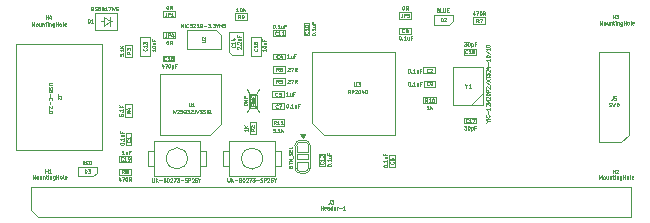
<source format=gbr>
%TF.GenerationSoftware,KiCad,Pcbnew,9.99.0-1005-g8ef54c3651*%
%TF.CreationDate,2025-04-23T14:57:33+05:30*%
%TF.ProjectId,Mitayi-Pico-RP2040,4d697461-7969-42d5-9069-636f2d525032,0.6*%
%TF.SameCoordinates,PX73df160PY5f2d3c0*%
%TF.FileFunction,AssemblyDrawing,Top*%
%FSLAX45Y45*%
G04 Gerber Fmt 4.5, Leading zero omitted, Abs format (unit mm)*
G04 Created by KiCad (PCBNEW 9.99.0-1005-g8ef54c3651) date 2025-04-23 14:57:33*
%MOMM*%
%LPD*%
G01*
G04 APERTURE LIST*
%ADD10C,0.070000*%
%ADD11C,0.075000*%
%ADD12C,0.100000*%
G04 APERTURE END LIST*
D10*
X3154571Y1819485D02*
X3157428Y1819485D01*
X3157428Y1819485D02*
X3160286Y1818057D01*
X3160286Y1818057D02*
X3161714Y1816628D01*
X3161714Y1816628D02*
X3163143Y1813771D01*
X3163143Y1813771D02*
X3164571Y1808057D01*
X3164571Y1808057D02*
X3164571Y1800914D01*
X3164571Y1800914D02*
X3163143Y1795200D01*
X3163143Y1795200D02*
X3161714Y1792343D01*
X3161714Y1792343D02*
X3160286Y1790914D01*
X3160286Y1790914D02*
X3157428Y1789485D01*
X3157428Y1789485D02*
X3154571Y1789485D01*
X3154571Y1789485D02*
X3151714Y1790914D01*
X3151714Y1790914D02*
X3150286Y1792343D01*
X3150286Y1792343D02*
X3148857Y1795200D01*
X3148857Y1795200D02*
X3147428Y1800914D01*
X3147428Y1800914D02*
X3147428Y1808057D01*
X3147428Y1808057D02*
X3148857Y1813771D01*
X3148857Y1813771D02*
X3150286Y1816628D01*
X3150286Y1816628D02*
X3151714Y1818057D01*
X3151714Y1818057D02*
X3154571Y1819485D01*
X3194571Y1789485D02*
X3184571Y1803771D01*
X3177428Y1789485D02*
X3177428Y1819485D01*
X3177428Y1819485D02*
X3188857Y1819485D01*
X3188857Y1819485D02*
X3191714Y1818057D01*
X3191714Y1818057D02*
X3193143Y1816628D01*
X3193143Y1816628D02*
X3194571Y1813771D01*
X3194571Y1813771D02*
X3194571Y1809485D01*
X3194571Y1809485D02*
X3193143Y1806628D01*
X3193143Y1806628D02*
X3191714Y1805200D01*
X3191714Y1805200D02*
X3188857Y1803771D01*
X3188857Y1803771D02*
X3177428Y1803771D01*
X3146000Y1756485D02*
X3146000Y1735057D01*
X3146000Y1735057D02*
X3144571Y1730771D01*
X3144571Y1730771D02*
X3141714Y1727914D01*
X3141714Y1727914D02*
X3137429Y1726485D01*
X3137429Y1726485D02*
X3134571Y1726485D01*
X3160286Y1726485D02*
X3160286Y1756485D01*
X3160286Y1756485D02*
X3171714Y1756485D01*
X3171714Y1756485D02*
X3174571Y1755057D01*
X3174571Y1755057D02*
X3176000Y1753628D01*
X3176000Y1753628D02*
X3177429Y1750771D01*
X3177429Y1750771D02*
X3177429Y1746485D01*
X3177429Y1746485D02*
X3176000Y1743628D01*
X3176000Y1743628D02*
X3174571Y1742200D01*
X3174571Y1742200D02*
X3171714Y1740771D01*
X3171714Y1740771D02*
X3160286Y1740771D01*
X3204571Y1756485D02*
X3190286Y1756485D01*
X3190286Y1756485D02*
X3188857Y1742200D01*
X3188857Y1742200D02*
X3190286Y1743628D01*
X3190286Y1743628D02*
X3193143Y1745057D01*
X3193143Y1745057D02*
X3200286Y1745057D01*
X3200286Y1745057D02*
X3203143Y1743628D01*
X3203143Y1743628D02*
X3204571Y1742200D01*
X3204571Y1742200D02*
X3206000Y1739343D01*
X3206000Y1739343D02*
X3206000Y1732200D01*
X3206000Y1732200D02*
X3204571Y1729343D01*
X3204571Y1729343D02*
X3203143Y1727914D01*
X3203143Y1727914D02*
X3200286Y1726485D01*
X3200286Y1726485D02*
X3193143Y1726485D01*
X3193143Y1726485D02*
X3190286Y1727914D01*
X3190286Y1727914D02*
X3188857Y1729343D01*
X3449714Y1785200D02*
X3454000Y1783771D01*
X3454000Y1783771D02*
X3455428Y1782343D01*
X3455428Y1782343D02*
X3456857Y1779485D01*
X3456857Y1779485D02*
X3456857Y1775200D01*
X3456857Y1775200D02*
X3455428Y1772343D01*
X3455428Y1772343D02*
X3454000Y1770914D01*
X3454000Y1770914D02*
X3451143Y1769485D01*
X3451143Y1769485D02*
X3439714Y1769485D01*
X3439714Y1769485D02*
X3439714Y1799485D01*
X3439714Y1799485D02*
X3449714Y1799485D01*
X3449714Y1799485D02*
X3452571Y1798057D01*
X3452571Y1798057D02*
X3454000Y1796628D01*
X3454000Y1796628D02*
X3455428Y1793771D01*
X3455428Y1793771D02*
X3455428Y1790914D01*
X3455428Y1790914D02*
X3454000Y1788057D01*
X3454000Y1788057D02*
X3452571Y1786628D01*
X3452571Y1786628D02*
X3449714Y1785200D01*
X3449714Y1785200D02*
X3439714Y1785200D01*
X3484000Y1769485D02*
X3469714Y1769485D01*
X3469714Y1769485D02*
X3469714Y1799485D01*
X3494000Y1799485D02*
X3494000Y1775200D01*
X3494000Y1775200D02*
X3495428Y1772343D01*
X3495428Y1772343D02*
X3496857Y1770914D01*
X3496857Y1770914D02*
X3499714Y1769485D01*
X3499714Y1769485D02*
X3505428Y1769485D01*
X3505428Y1769485D02*
X3508286Y1770914D01*
X3508286Y1770914D02*
X3509714Y1772343D01*
X3509714Y1772343D02*
X3511143Y1775200D01*
X3511143Y1775200D02*
X3511143Y1799485D01*
X3525428Y1785200D02*
X3535428Y1785200D01*
X3539714Y1769485D02*
X3525428Y1769485D01*
X3525428Y1769485D02*
X3525428Y1799485D01*
X3525428Y1799485D02*
X3539714Y1799485D01*
X3472857Y1689485D02*
X3472857Y1719485D01*
X3472857Y1719485D02*
X3480000Y1719485D01*
X3480000Y1719485D02*
X3484286Y1718057D01*
X3484286Y1718057D02*
X3487143Y1715200D01*
X3487143Y1715200D02*
X3488571Y1712343D01*
X3488571Y1712343D02*
X3490000Y1706628D01*
X3490000Y1706628D02*
X3490000Y1702343D01*
X3490000Y1702343D02*
X3488571Y1696628D01*
X3488571Y1696628D02*
X3487143Y1693771D01*
X3487143Y1693771D02*
X3484286Y1690914D01*
X3484286Y1690914D02*
X3480000Y1689485D01*
X3480000Y1689485D02*
X3472857Y1689485D01*
X3501428Y1716628D02*
X3502857Y1718057D01*
X3502857Y1718057D02*
X3505714Y1719485D01*
X3505714Y1719485D02*
X3512857Y1719485D01*
X3512857Y1719485D02*
X3515714Y1718057D01*
X3515714Y1718057D02*
X3517143Y1716628D01*
X3517143Y1716628D02*
X3518571Y1713771D01*
X3518571Y1713771D02*
X3518571Y1710914D01*
X3518571Y1710914D02*
X3517143Y1706628D01*
X3517143Y1706628D02*
X3500000Y1689485D01*
X3500000Y1689485D02*
X3518571Y1689485D01*
X3671286Y803485D02*
X3689857Y803485D01*
X3689857Y803485D02*
X3679857Y792057D01*
X3679857Y792057D02*
X3684143Y792057D01*
X3684143Y792057D02*
X3687000Y790628D01*
X3687000Y790628D02*
X3688428Y789200D01*
X3688428Y789200D02*
X3689857Y786343D01*
X3689857Y786343D02*
X3689857Y779200D01*
X3689857Y779200D02*
X3688428Y776343D01*
X3688428Y776343D02*
X3687000Y774914D01*
X3687000Y774914D02*
X3684143Y773485D01*
X3684143Y773485D02*
X3675571Y773485D01*
X3675571Y773485D02*
X3672714Y774914D01*
X3672714Y774914D02*
X3671286Y776343D01*
X3708428Y803485D02*
X3711286Y803485D01*
X3711286Y803485D02*
X3714143Y802057D01*
X3714143Y802057D02*
X3715571Y800628D01*
X3715571Y800628D02*
X3717000Y797771D01*
X3717000Y797771D02*
X3718428Y792057D01*
X3718428Y792057D02*
X3718428Y784914D01*
X3718428Y784914D02*
X3717000Y779200D01*
X3717000Y779200D02*
X3715571Y776343D01*
X3715571Y776343D02*
X3714143Y774914D01*
X3714143Y774914D02*
X3711286Y773485D01*
X3711286Y773485D02*
X3708428Y773485D01*
X3708428Y773485D02*
X3705571Y774914D01*
X3705571Y774914D02*
X3704143Y776343D01*
X3704143Y776343D02*
X3702714Y779200D01*
X3702714Y779200D02*
X3701286Y784914D01*
X3701286Y784914D02*
X3701286Y792057D01*
X3701286Y792057D02*
X3702714Y797771D01*
X3702714Y797771D02*
X3704143Y800628D01*
X3704143Y800628D02*
X3705571Y802057D01*
X3705571Y802057D02*
X3708428Y803485D01*
X3731286Y793485D02*
X3731286Y763485D01*
X3731286Y792057D02*
X3734143Y793485D01*
X3734143Y793485D02*
X3739857Y793485D01*
X3739857Y793485D02*
X3742714Y792057D01*
X3742714Y792057D02*
X3744143Y790628D01*
X3744143Y790628D02*
X3745571Y787771D01*
X3745571Y787771D02*
X3745571Y779200D01*
X3745571Y779200D02*
X3744143Y776343D01*
X3744143Y776343D02*
X3742714Y774914D01*
X3742714Y774914D02*
X3739857Y773485D01*
X3739857Y773485D02*
X3734143Y773485D01*
X3734143Y773485D02*
X3731286Y774914D01*
X3768428Y789200D02*
X3758428Y789200D01*
X3758428Y773485D02*
X3758428Y803485D01*
X3758428Y803485D02*
X3772714Y803485D01*
X3702453Y839029D02*
X3701024Y837600D01*
X3701024Y837600D02*
X3696739Y836172D01*
X3696739Y836172D02*
X3693881Y836172D01*
X3693881Y836172D02*
X3689596Y837600D01*
X3689596Y837600D02*
X3686739Y840457D01*
X3686739Y840457D02*
X3685310Y843315D01*
X3685310Y843315D02*
X3683881Y849029D01*
X3683881Y849029D02*
X3683881Y853315D01*
X3683881Y853315D02*
X3685310Y859029D01*
X3685310Y859029D02*
X3686739Y861886D01*
X3686739Y861886D02*
X3689596Y864743D01*
X3689596Y864743D02*
X3693881Y866172D01*
X3693881Y866172D02*
X3696739Y866172D01*
X3696739Y866172D02*
X3701024Y864743D01*
X3701024Y864743D02*
X3702453Y863315D01*
X3731024Y836172D02*
X3713881Y836172D01*
X3722453Y836172D02*
X3722453Y866172D01*
X3722453Y866172D02*
X3719596Y861886D01*
X3719596Y861886D02*
X3716739Y859029D01*
X3716739Y859029D02*
X3713881Y857600D01*
X3741024Y866172D02*
X3761024Y866172D01*
X3761024Y866172D02*
X3748167Y836172D01*
X2514515Y469714D02*
X2514515Y472571D01*
X2514515Y472571D02*
X2515943Y475429D01*
X2515943Y475429D02*
X2517372Y476857D01*
X2517372Y476857D02*
X2520229Y478286D01*
X2520229Y478286D02*
X2525943Y479714D01*
X2525943Y479714D02*
X2533086Y479714D01*
X2533086Y479714D02*
X2538800Y478286D01*
X2538800Y478286D02*
X2541657Y476857D01*
X2541657Y476857D02*
X2543086Y475429D01*
X2543086Y475429D02*
X2544515Y472571D01*
X2544515Y472571D02*
X2544515Y469714D01*
X2544515Y469714D02*
X2543086Y466857D01*
X2543086Y466857D02*
X2541657Y465429D01*
X2541657Y465429D02*
X2538800Y464000D01*
X2538800Y464000D02*
X2533086Y462571D01*
X2533086Y462571D02*
X2525943Y462571D01*
X2525943Y462571D02*
X2520229Y464000D01*
X2520229Y464000D02*
X2517372Y465429D01*
X2517372Y465429D02*
X2515943Y466857D01*
X2515943Y466857D02*
X2514515Y469714D01*
X2541657Y492571D02*
X2543086Y494000D01*
X2543086Y494000D02*
X2544515Y492571D01*
X2544515Y492571D02*
X2543086Y491143D01*
X2543086Y491143D02*
X2541657Y492571D01*
X2541657Y492571D02*
X2544515Y492571D01*
X2544515Y522571D02*
X2544515Y505429D01*
X2544515Y514000D02*
X2514515Y514000D01*
X2514515Y514000D02*
X2518800Y511143D01*
X2518800Y511143D02*
X2521657Y508286D01*
X2521657Y508286D02*
X2523086Y505429D01*
X2524515Y548286D02*
X2544515Y548286D01*
X2524515Y535429D02*
X2540229Y535429D01*
X2540229Y535429D02*
X2543086Y536857D01*
X2543086Y536857D02*
X2544515Y539714D01*
X2544515Y539714D02*
X2544515Y544000D01*
X2544515Y544000D02*
X2543086Y546857D01*
X2543086Y546857D02*
X2541657Y548286D01*
X2528800Y572572D02*
X2528800Y562572D01*
X2544515Y562572D02*
X2514515Y562572D01*
X2514515Y562572D02*
X2514515Y576857D01*
X2479023Y498750D02*
X2480452Y497321D01*
X2480452Y497321D02*
X2481880Y493036D01*
X2481880Y493036D02*
X2481880Y490178D01*
X2481880Y490178D02*
X2480452Y485893D01*
X2480452Y485893D02*
X2477595Y483036D01*
X2477595Y483036D02*
X2474737Y481607D01*
X2474737Y481607D02*
X2469023Y480178D01*
X2469023Y480178D02*
X2464737Y480178D01*
X2464737Y480178D02*
X2459023Y481607D01*
X2459023Y481607D02*
X2456166Y483036D01*
X2456166Y483036D02*
X2453309Y485893D01*
X2453309Y485893D02*
X2451880Y490178D01*
X2451880Y490178D02*
X2451880Y493036D01*
X2451880Y493036D02*
X2453309Y497321D01*
X2453309Y497321D02*
X2454737Y498750D01*
X2481880Y527321D02*
X2481880Y510178D01*
X2481880Y518750D02*
X2451880Y518750D01*
X2451880Y518750D02*
X2456166Y515893D01*
X2456166Y515893D02*
X2459023Y513036D01*
X2459023Y513036D02*
X2460452Y510178D01*
X2454737Y538750D02*
X2453309Y540178D01*
X2453309Y540178D02*
X2451880Y543036D01*
X2451880Y543036D02*
X2451880Y550178D01*
X2451880Y550178D02*
X2453309Y553036D01*
X2453309Y553036D02*
X2454737Y554464D01*
X2454737Y554464D02*
X2457595Y555893D01*
X2457595Y555893D02*
X2460452Y555893D01*
X2460452Y555893D02*
X2464737Y554464D01*
X2464737Y554464D02*
X2481880Y537321D01*
X2481880Y537321D02*
X2481880Y555893D01*
X1057515Y1455857D02*
X1057515Y1438714D01*
X1057515Y1447286D02*
X1027514Y1447286D01*
X1027514Y1447286D02*
X1031800Y1444429D01*
X1031800Y1444429D02*
X1034657Y1441571D01*
X1034657Y1441571D02*
X1036086Y1438714D01*
X1027514Y1474429D02*
X1027514Y1477286D01*
X1027514Y1477286D02*
X1028943Y1480143D01*
X1028943Y1480143D02*
X1030372Y1481571D01*
X1030372Y1481571D02*
X1033229Y1483000D01*
X1033229Y1483000D02*
X1038943Y1484429D01*
X1038943Y1484429D02*
X1046086Y1484429D01*
X1046086Y1484429D02*
X1051800Y1483000D01*
X1051800Y1483000D02*
X1054657Y1481571D01*
X1054657Y1481571D02*
X1056086Y1480143D01*
X1056086Y1480143D02*
X1057515Y1477286D01*
X1057515Y1477286D02*
X1057515Y1474429D01*
X1057515Y1474429D02*
X1056086Y1471571D01*
X1056086Y1471571D02*
X1054657Y1470143D01*
X1054657Y1470143D02*
X1051800Y1468714D01*
X1051800Y1468714D02*
X1046086Y1467286D01*
X1046086Y1467286D02*
X1038943Y1467286D01*
X1038943Y1467286D02*
X1033229Y1468714D01*
X1033229Y1468714D02*
X1030372Y1470143D01*
X1030372Y1470143D02*
X1028943Y1471571D01*
X1028943Y1471571D02*
X1027514Y1474429D01*
X1037514Y1510143D02*
X1057515Y1510143D01*
X1037514Y1497286D02*
X1053229Y1497286D01*
X1053229Y1497286D02*
X1056086Y1498714D01*
X1056086Y1498714D02*
X1057515Y1501571D01*
X1057515Y1501571D02*
X1057515Y1505857D01*
X1057515Y1505857D02*
X1056086Y1508714D01*
X1056086Y1508714D02*
X1054657Y1510143D01*
X1041800Y1534429D02*
X1041800Y1524429D01*
X1057515Y1524429D02*
X1027514Y1524429D01*
X1027514Y1524429D02*
X1027514Y1538714D01*
X981657Y1461714D02*
X983086Y1460286D01*
X983086Y1460286D02*
X984514Y1456000D01*
X984514Y1456000D02*
X984514Y1453143D01*
X984514Y1453143D02*
X983086Y1448857D01*
X983086Y1448857D02*
X980229Y1446000D01*
X980229Y1446000D02*
X977372Y1444571D01*
X977372Y1444571D02*
X971657Y1443143D01*
X971657Y1443143D02*
X967372Y1443143D01*
X967372Y1443143D02*
X961657Y1444571D01*
X961657Y1444571D02*
X958800Y1446000D01*
X958800Y1446000D02*
X955943Y1448857D01*
X955943Y1448857D02*
X954514Y1453143D01*
X954514Y1453143D02*
X954514Y1456000D01*
X954514Y1456000D02*
X955943Y1460286D01*
X955943Y1460286D02*
X957372Y1461714D01*
X984514Y1490286D02*
X984514Y1473143D01*
X984514Y1481714D02*
X954514Y1481714D01*
X954514Y1481714D02*
X958800Y1478857D01*
X958800Y1478857D02*
X961657Y1476000D01*
X961657Y1476000D02*
X963086Y1473143D01*
X954514Y1500286D02*
X954514Y1518857D01*
X954514Y1518857D02*
X965943Y1508857D01*
X965943Y1508857D02*
X965943Y1513143D01*
X965943Y1513143D02*
X967372Y1516000D01*
X967372Y1516000D02*
X968800Y1517429D01*
X968800Y1517429D02*
X971657Y1518857D01*
X971657Y1518857D02*
X978800Y1518857D01*
X978800Y1518857D02*
X981657Y1517429D01*
X981657Y1517429D02*
X983086Y1516000D01*
X983086Y1516000D02*
X984514Y1513143D01*
X984514Y1513143D02*
X984514Y1504571D01*
X984514Y1504571D02*
X983086Y1501714D01*
X983086Y1501714D02*
X981657Y1500286D01*
X2987514Y463714D02*
X2987514Y466571D01*
X2987514Y466571D02*
X2988943Y469429D01*
X2988943Y469429D02*
X2990372Y470857D01*
X2990372Y470857D02*
X2993229Y472286D01*
X2993229Y472286D02*
X2998943Y473714D01*
X2998943Y473714D02*
X3006086Y473714D01*
X3006086Y473714D02*
X3011800Y472286D01*
X3011800Y472286D02*
X3014657Y470857D01*
X3014657Y470857D02*
X3016086Y469429D01*
X3016086Y469429D02*
X3017514Y466571D01*
X3017514Y466571D02*
X3017514Y463714D01*
X3017514Y463714D02*
X3016086Y460857D01*
X3016086Y460857D02*
X3014657Y459429D01*
X3014657Y459429D02*
X3011800Y458000D01*
X3011800Y458000D02*
X3006086Y456571D01*
X3006086Y456571D02*
X2998943Y456571D01*
X2998943Y456571D02*
X2993229Y458000D01*
X2993229Y458000D02*
X2990372Y459429D01*
X2990372Y459429D02*
X2988943Y460857D01*
X2988943Y460857D02*
X2987514Y463714D01*
X3014657Y486571D02*
X3016086Y488000D01*
X3016086Y488000D02*
X3017514Y486571D01*
X3017514Y486571D02*
X3016086Y485143D01*
X3016086Y485143D02*
X3014657Y486571D01*
X3014657Y486571D02*
X3017514Y486571D01*
X3017514Y516571D02*
X3017514Y499429D01*
X3017514Y508000D02*
X2987514Y508000D01*
X2987514Y508000D02*
X2991800Y505143D01*
X2991800Y505143D02*
X2994657Y502286D01*
X2994657Y502286D02*
X2996086Y499429D01*
X2997514Y542286D02*
X3017514Y542286D01*
X2997514Y529429D02*
X3013229Y529429D01*
X3013229Y529429D02*
X3016086Y530857D01*
X3016086Y530857D02*
X3017514Y533714D01*
X3017514Y533714D02*
X3017514Y538000D01*
X3017514Y538000D02*
X3016086Y540857D01*
X3016086Y540857D02*
X3014657Y542286D01*
X3001800Y566572D02*
X3001800Y556572D01*
X3017514Y556572D02*
X2987514Y556572D01*
X2987514Y556572D02*
X2987514Y570857D01*
X3072250Y500862D02*
X3073678Y499434D01*
X3073678Y499434D02*
X3075107Y495148D01*
X3075107Y495148D02*
X3075107Y492291D01*
X3075107Y492291D02*
X3073678Y488005D01*
X3073678Y488005D02*
X3070821Y485148D01*
X3070821Y485148D02*
X3067964Y483719D01*
X3067964Y483719D02*
X3062250Y482291D01*
X3062250Y482291D02*
X3057964Y482291D01*
X3057964Y482291D02*
X3052250Y483719D01*
X3052250Y483719D02*
X3049392Y485148D01*
X3049392Y485148D02*
X3046535Y488005D01*
X3046535Y488005D02*
X3045107Y492291D01*
X3045107Y492291D02*
X3045107Y495148D01*
X3045107Y495148D02*
X3046535Y499434D01*
X3046535Y499434D02*
X3047964Y500862D01*
X3045107Y526577D02*
X3045107Y520862D01*
X3045107Y520862D02*
X3046535Y518005D01*
X3046535Y518005D02*
X3047964Y516577D01*
X3047964Y516577D02*
X3052250Y513719D01*
X3052250Y513719D02*
X3057964Y512291D01*
X3057964Y512291D02*
X3069392Y512291D01*
X3069392Y512291D02*
X3072250Y513719D01*
X3072250Y513719D02*
X3073678Y515148D01*
X3073678Y515148D02*
X3075107Y518005D01*
X3075107Y518005D02*
X3075107Y523719D01*
X3075107Y523719D02*
X3073678Y526577D01*
X3073678Y526577D02*
X3072250Y528005D01*
X3072250Y528005D02*
X3069392Y529434D01*
X3069392Y529434D02*
X3062250Y529434D01*
X3062250Y529434D02*
X3059392Y528005D01*
X3059392Y528005D02*
X3057964Y526577D01*
X3057964Y526577D02*
X3056535Y523719D01*
X3056535Y523719D02*
X3056535Y518005D01*
X3056535Y518005D02*
X3057964Y515148D01*
X3057964Y515148D02*
X3059392Y513719D01*
X3059392Y513719D02*
X3062250Y512291D01*
X2057714Y1662985D02*
X2060571Y1662985D01*
X2060571Y1662985D02*
X2063429Y1661557D01*
X2063429Y1661557D02*
X2064857Y1660128D01*
X2064857Y1660128D02*
X2066286Y1657271D01*
X2066286Y1657271D02*
X2067714Y1651557D01*
X2067714Y1651557D02*
X2067714Y1644414D01*
X2067714Y1644414D02*
X2066286Y1638700D01*
X2066286Y1638700D02*
X2064857Y1635843D01*
X2064857Y1635843D02*
X2063429Y1634414D01*
X2063429Y1634414D02*
X2060571Y1632985D01*
X2060571Y1632985D02*
X2057714Y1632985D01*
X2057714Y1632985D02*
X2054857Y1634414D01*
X2054857Y1634414D02*
X2053429Y1635843D01*
X2053429Y1635843D02*
X2052000Y1638700D01*
X2052000Y1638700D02*
X2050571Y1644414D01*
X2050571Y1644414D02*
X2050571Y1651557D01*
X2050571Y1651557D02*
X2052000Y1657271D01*
X2052000Y1657271D02*
X2053429Y1660128D01*
X2053429Y1660128D02*
X2054857Y1661557D01*
X2054857Y1661557D02*
X2057714Y1662985D01*
X2080571Y1635843D02*
X2082000Y1634414D01*
X2082000Y1634414D02*
X2080571Y1632985D01*
X2080571Y1632985D02*
X2079143Y1634414D01*
X2079143Y1634414D02*
X2080571Y1635843D01*
X2080571Y1635843D02*
X2080571Y1632985D01*
X2110571Y1632985D02*
X2093428Y1632985D01*
X2102000Y1632985D02*
X2102000Y1662985D01*
X2102000Y1662985D02*
X2099143Y1658700D01*
X2099143Y1658700D02*
X2096286Y1655843D01*
X2096286Y1655843D02*
X2093428Y1654414D01*
X2136286Y1652985D02*
X2136286Y1632985D01*
X2123429Y1652985D02*
X2123429Y1637271D01*
X2123429Y1637271D02*
X2124857Y1634414D01*
X2124857Y1634414D02*
X2127714Y1632985D01*
X2127714Y1632985D02*
X2132000Y1632985D01*
X2132000Y1632985D02*
X2134857Y1634414D01*
X2134857Y1634414D02*
X2136286Y1635843D01*
X2160571Y1648700D02*
X2150571Y1648700D01*
X2150571Y1632985D02*
X2150571Y1662985D01*
X2150571Y1662985D02*
X2164857Y1662985D01*
X2087558Y1578587D02*
X2086129Y1577158D01*
X2086129Y1577158D02*
X2081843Y1575730D01*
X2081843Y1575730D02*
X2078986Y1575730D01*
X2078986Y1575730D02*
X2074701Y1577158D01*
X2074701Y1577158D02*
X2071843Y1580015D01*
X2071843Y1580015D02*
X2070415Y1582873D01*
X2070415Y1582873D02*
X2068986Y1588587D01*
X2068986Y1588587D02*
X2068986Y1592873D01*
X2068986Y1592873D02*
X2070415Y1598587D01*
X2070415Y1598587D02*
X2071843Y1601444D01*
X2071843Y1601444D02*
X2074701Y1604301D01*
X2074701Y1604301D02*
X2078986Y1605730D01*
X2078986Y1605730D02*
X2081843Y1605730D01*
X2081843Y1605730D02*
X2086129Y1604301D01*
X2086129Y1604301D02*
X2087558Y1602873D01*
X2116129Y1575730D02*
X2098986Y1575730D01*
X2107558Y1575730D02*
X2107558Y1605730D01*
X2107558Y1605730D02*
X2104701Y1601444D01*
X2104701Y1601444D02*
X2101844Y1598587D01*
X2101844Y1598587D02*
X2098986Y1597158D01*
X2144701Y1575730D02*
X2127558Y1575730D01*
X2136129Y1575730D02*
X2136129Y1605730D01*
X2136129Y1605730D02*
X2133272Y1601444D01*
X2133272Y1601444D02*
X2130415Y1598587D01*
X2130415Y1598587D02*
X2127558Y1597158D01*
X793143Y566486D02*
X776000Y566486D01*
X784571Y566486D02*
X784571Y596486D01*
X784571Y596486D02*
X781714Y592200D01*
X781714Y592200D02*
X778857Y589343D01*
X778857Y589343D02*
X776000Y587914D01*
X818857Y586486D02*
X818857Y566486D01*
X806000Y586486D02*
X806000Y570771D01*
X806000Y570771D02*
X807428Y567914D01*
X807428Y567914D02*
X810286Y566486D01*
X810286Y566486D02*
X814571Y566486D01*
X814571Y566486D02*
X817428Y567914D01*
X817428Y567914D02*
X818857Y569343D01*
X843143Y582200D02*
X833143Y582200D01*
X833143Y566486D02*
X833143Y596486D01*
X833143Y596486D02*
X847428Y596486D01*
X781714Y513343D02*
X780286Y511914D01*
X780286Y511914D02*
X776000Y510485D01*
X776000Y510485D02*
X773143Y510485D01*
X773143Y510485D02*
X768857Y511914D01*
X768857Y511914D02*
X766000Y514771D01*
X766000Y514771D02*
X764571Y517628D01*
X764571Y517628D02*
X763143Y523343D01*
X763143Y523343D02*
X763143Y527628D01*
X763143Y527628D02*
X764571Y533343D01*
X764571Y533343D02*
X766000Y536200D01*
X766000Y536200D02*
X768857Y539057D01*
X768857Y539057D02*
X773143Y540486D01*
X773143Y540486D02*
X776000Y540486D01*
X776000Y540486D02*
X780286Y539057D01*
X780286Y539057D02*
X781714Y537628D01*
X810286Y510485D02*
X793143Y510485D01*
X801714Y510485D02*
X801714Y540486D01*
X801714Y540486D02*
X798857Y536200D01*
X798857Y536200D02*
X796000Y533343D01*
X796000Y533343D02*
X793143Y531914D01*
X824571Y510485D02*
X830286Y510485D01*
X830286Y510485D02*
X833143Y511914D01*
X833143Y511914D02*
X834571Y513343D01*
X834571Y513343D02*
X837428Y517628D01*
X837428Y517628D02*
X838857Y523343D01*
X838857Y523343D02*
X838857Y534771D01*
X838857Y534771D02*
X837428Y537628D01*
X837428Y537628D02*
X836000Y539057D01*
X836000Y539057D02*
X833143Y540486D01*
X833143Y540486D02*
X827428Y540486D01*
X827428Y540486D02*
X824571Y539057D01*
X824571Y539057D02*
X823143Y537628D01*
X823143Y537628D02*
X821714Y534771D01*
X821714Y534771D02*
X821714Y527628D01*
X821714Y527628D02*
X823143Y524771D01*
X823143Y524771D02*
X824571Y523343D01*
X824571Y523343D02*
X827428Y521914D01*
X827428Y521914D02*
X833143Y521914D01*
X833143Y521914D02*
X836000Y523343D01*
X836000Y523343D02*
X837428Y524771D01*
X837428Y524771D02*
X838857Y527628D01*
X1839514Y778571D02*
X1839514Y761429D01*
X1839514Y770000D02*
X1809514Y770000D01*
X1809514Y770000D02*
X1813800Y767143D01*
X1813800Y767143D02*
X1816657Y764286D01*
X1816657Y764286D02*
X1818086Y761429D01*
X1839514Y791429D02*
X1809514Y791429D01*
X1839514Y808571D02*
X1822372Y795714D01*
X1809514Y808571D02*
X1826657Y791429D01*
X1896514Y780000D02*
X1882229Y770000D01*
X1896514Y762857D02*
X1866514Y762857D01*
X1866514Y762857D02*
X1866514Y774286D01*
X1866514Y774286D02*
X1867943Y777143D01*
X1867943Y777143D02*
X1869372Y778571D01*
X1869372Y778571D02*
X1872229Y780000D01*
X1872229Y780000D02*
X1876514Y780000D01*
X1876514Y780000D02*
X1879372Y778571D01*
X1879372Y778571D02*
X1880800Y777143D01*
X1880800Y777143D02*
X1882229Y774286D01*
X1882229Y774286D02*
X1882229Y762857D01*
X1869372Y791429D02*
X1867943Y792857D01*
X1867943Y792857D02*
X1866514Y795714D01*
X1866514Y795714D02*
X1866514Y802857D01*
X1866514Y802857D02*
X1867943Y805714D01*
X1867943Y805714D02*
X1869372Y807143D01*
X1869372Y807143D02*
X1872229Y808571D01*
X1872229Y808571D02*
X1875086Y808571D01*
X1875086Y808571D02*
X1879372Y807143D01*
X1879372Y807143D02*
X1896514Y790000D01*
X1896514Y790000D02*
X1896514Y808571D01*
X3759143Y1764485D02*
X3759143Y1744485D01*
X3752000Y1775914D02*
X3744857Y1754485D01*
X3744857Y1754485D02*
X3763429Y1754485D01*
X3772000Y1774485D02*
X3792000Y1774485D01*
X3792000Y1774485D02*
X3779143Y1744485D01*
X3809143Y1774485D02*
X3812000Y1774485D01*
X3812000Y1774485D02*
X3814857Y1773057D01*
X3814857Y1773057D02*
X3816286Y1771628D01*
X3816286Y1771628D02*
X3817714Y1768771D01*
X3817714Y1768771D02*
X3819143Y1763057D01*
X3819143Y1763057D02*
X3819143Y1755914D01*
X3819143Y1755914D02*
X3817714Y1750200D01*
X3817714Y1750200D02*
X3816286Y1747343D01*
X3816286Y1747343D02*
X3814857Y1745914D01*
X3814857Y1745914D02*
X3812000Y1744485D01*
X3812000Y1744485D02*
X3809143Y1744485D01*
X3809143Y1744485D02*
X3806286Y1745914D01*
X3806286Y1745914D02*
X3804857Y1747343D01*
X3804857Y1747343D02*
X3803428Y1750200D01*
X3803428Y1750200D02*
X3802000Y1755914D01*
X3802000Y1755914D02*
X3802000Y1763057D01*
X3802000Y1763057D02*
X3803428Y1768771D01*
X3803428Y1768771D02*
X3804857Y1771628D01*
X3804857Y1771628D02*
X3806286Y1773057D01*
X3806286Y1773057D02*
X3809143Y1774485D01*
X3849143Y1744485D02*
X3839143Y1758771D01*
X3832000Y1744485D02*
X3832000Y1774485D01*
X3832000Y1774485D02*
X3843428Y1774485D01*
X3843428Y1774485D02*
X3846286Y1773057D01*
X3846286Y1773057D02*
X3847714Y1771628D01*
X3847714Y1771628D02*
X3849143Y1768771D01*
X3849143Y1768771D02*
X3849143Y1764485D01*
X3849143Y1764485D02*
X3847714Y1761628D01*
X3847714Y1761628D02*
X3846286Y1760200D01*
X3846286Y1760200D02*
X3843428Y1758771D01*
X3843428Y1758771D02*
X3832000Y1758771D01*
X3793384Y1680767D02*
X3783384Y1695053D01*
X3776241Y1680767D02*
X3776241Y1710767D01*
X3776241Y1710767D02*
X3787669Y1710767D01*
X3787669Y1710767D02*
X3790526Y1709339D01*
X3790526Y1709339D02*
X3791955Y1707910D01*
X3791955Y1707910D02*
X3793384Y1705053D01*
X3793384Y1705053D02*
X3793384Y1700767D01*
X3793384Y1700767D02*
X3791955Y1697910D01*
X3791955Y1697910D02*
X3790526Y1696481D01*
X3790526Y1696481D02*
X3787669Y1695053D01*
X3787669Y1695053D02*
X3776241Y1695053D01*
X3803384Y1710767D02*
X3823384Y1710767D01*
X3823384Y1710767D02*
X3810526Y1680767D01*
X4820428Y1662485D02*
X4820428Y1692485D01*
X4820428Y1692485D02*
X4830428Y1671057D01*
X4830428Y1671057D02*
X4840428Y1692485D01*
X4840428Y1692485D02*
X4840428Y1662485D01*
X4859000Y1662485D02*
X4856143Y1663914D01*
X4856143Y1663914D02*
X4854714Y1665343D01*
X4854714Y1665343D02*
X4853286Y1668200D01*
X4853286Y1668200D02*
X4853286Y1676771D01*
X4853286Y1676771D02*
X4854714Y1679628D01*
X4854714Y1679628D02*
X4856143Y1681057D01*
X4856143Y1681057D02*
X4859000Y1682485D01*
X4859000Y1682485D02*
X4863286Y1682485D01*
X4863286Y1682485D02*
X4866143Y1681057D01*
X4866143Y1681057D02*
X4867571Y1679628D01*
X4867571Y1679628D02*
X4869000Y1676771D01*
X4869000Y1676771D02*
X4869000Y1668200D01*
X4869000Y1668200D02*
X4867571Y1665343D01*
X4867571Y1665343D02*
X4866143Y1663914D01*
X4866143Y1663914D02*
X4863286Y1662485D01*
X4863286Y1662485D02*
X4859000Y1662485D01*
X4894714Y1682485D02*
X4894714Y1662485D01*
X4881857Y1682485D02*
X4881857Y1666771D01*
X4881857Y1666771D02*
X4883286Y1663914D01*
X4883286Y1663914D02*
X4886143Y1662485D01*
X4886143Y1662485D02*
X4890428Y1662485D01*
X4890428Y1662485D02*
X4893286Y1663914D01*
X4893286Y1663914D02*
X4894714Y1665343D01*
X4909000Y1682485D02*
X4909000Y1662485D01*
X4909000Y1679628D02*
X4910429Y1681057D01*
X4910429Y1681057D02*
X4913286Y1682485D01*
X4913286Y1682485D02*
X4917571Y1682485D01*
X4917571Y1682485D02*
X4920429Y1681057D01*
X4920429Y1681057D02*
X4921857Y1678200D01*
X4921857Y1678200D02*
X4921857Y1662485D01*
X4931857Y1682485D02*
X4943286Y1682485D01*
X4936143Y1692485D02*
X4936143Y1666771D01*
X4936143Y1666771D02*
X4937571Y1663914D01*
X4937571Y1663914D02*
X4940429Y1662485D01*
X4940429Y1662485D02*
X4943286Y1662485D01*
X4953286Y1662485D02*
X4953286Y1682485D01*
X4953286Y1692485D02*
X4951857Y1691057D01*
X4951857Y1691057D02*
X4953286Y1689628D01*
X4953286Y1689628D02*
X4954714Y1691057D01*
X4954714Y1691057D02*
X4953286Y1692485D01*
X4953286Y1692485D02*
X4953286Y1689628D01*
X4967571Y1682485D02*
X4967571Y1662485D01*
X4967571Y1679628D02*
X4969000Y1681057D01*
X4969000Y1681057D02*
X4971857Y1682485D01*
X4971857Y1682485D02*
X4976143Y1682485D01*
X4976143Y1682485D02*
X4979000Y1681057D01*
X4979000Y1681057D02*
X4980429Y1678200D01*
X4980429Y1678200D02*
X4980429Y1662485D01*
X5007572Y1682485D02*
X5007572Y1658200D01*
X5007572Y1658200D02*
X5006143Y1655343D01*
X5006143Y1655343D02*
X5004714Y1653914D01*
X5004714Y1653914D02*
X5001857Y1652485D01*
X5001857Y1652485D02*
X4997572Y1652485D01*
X4997572Y1652485D02*
X4994714Y1653914D01*
X5007572Y1663914D02*
X5004714Y1662485D01*
X5004714Y1662485D02*
X4999000Y1662485D01*
X4999000Y1662485D02*
X4996143Y1663914D01*
X4996143Y1663914D02*
X4994714Y1665343D01*
X4994714Y1665343D02*
X4993286Y1668200D01*
X4993286Y1668200D02*
X4993286Y1676771D01*
X4993286Y1676771D02*
X4994714Y1679628D01*
X4994714Y1679628D02*
X4996143Y1681057D01*
X4996143Y1681057D02*
X4999000Y1682485D01*
X4999000Y1682485D02*
X5004714Y1682485D01*
X5004714Y1682485D02*
X5007572Y1681057D01*
X5021857Y1662485D02*
X5021857Y1692485D01*
X5021857Y1678200D02*
X5039000Y1678200D01*
X5039000Y1662485D02*
X5039000Y1692485D01*
X5057572Y1662485D02*
X5054714Y1663914D01*
X5054714Y1663914D02*
X5053286Y1665343D01*
X5053286Y1665343D02*
X5051857Y1668200D01*
X5051857Y1668200D02*
X5051857Y1676771D01*
X5051857Y1676771D02*
X5053286Y1679628D01*
X5053286Y1679628D02*
X5054714Y1681057D01*
X5054714Y1681057D02*
X5057572Y1682485D01*
X5057572Y1682485D02*
X5061857Y1682485D01*
X5061857Y1682485D02*
X5064714Y1681057D01*
X5064714Y1681057D02*
X5066143Y1679628D01*
X5066143Y1679628D02*
X5067572Y1676771D01*
X5067572Y1676771D02*
X5067572Y1668200D01*
X5067572Y1668200D02*
X5066143Y1665343D01*
X5066143Y1665343D02*
X5064714Y1663914D01*
X5064714Y1663914D02*
X5061857Y1662485D01*
X5061857Y1662485D02*
X5057572Y1662485D01*
X5084714Y1662485D02*
X5081857Y1663914D01*
X5081857Y1663914D02*
X5080429Y1666771D01*
X5080429Y1666771D02*
X5080429Y1692485D01*
X5107572Y1663914D02*
X5104714Y1662485D01*
X5104714Y1662485D02*
X5099000Y1662485D01*
X5099000Y1662485D02*
X5096143Y1663914D01*
X5096143Y1663914D02*
X5094714Y1666771D01*
X5094714Y1666771D02*
X5094714Y1678200D01*
X5094714Y1678200D02*
X5096143Y1681057D01*
X5096143Y1681057D02*
X5099000Y1682485D01*
X5099000Y1682485D02*
X5104714Y1682485D01*
X5104714Y1682485D02*
X5107572Y1681057D01*
X5107572Y1681057D02*
X5109000Y1678200D01*
X5109000Y1678200D02*
X5109000Y1675343D01*
X5109000Y1675343D02*
X5094714Y1672485D01*
X4931143Y1714485D02*
X4931143Y1744485D01*
X4931143Y1730200D02*
X4948286Y1730200D01*
X4948286Y1714485D02*
X4948286Y1744485D01*
X4959714Y1744485D02*
X4978286Y1744485D01*
X4978286Y1744485D02*
X4968286Y1733057D01*
X4968286Y1733057D02*
X4972571Y1733057D01*
X4972571Y1733057D02*
X4975429Y1731628D01*
X4975429Y1731628D02*
X4976857Y1730200D01*
X4976857Y1730200D02*
X4978286Y1727343D01*
X4978286Y1727343D02*
X4978286Y1720200D01*
X4978286Y1720200D02*
X4976857Y1717343D01*
X4976857Y1717343D02*
X4975429Y1715914D01*
X4975429Y1715914D02*
X4972571Y1714485D01*
X4972571Y1714485D02*
X4964000Y1714485D01*
X4964000Y1714485D02*
X4961143Y1715914D01*
X4961143Y1715914D02*
X4959714Y1717343D01*
X3371571Y946485D02*
X3354428Y946485D01*
X3363000Y946485D02*
X3363000Y976485D01*
X3363000Y976485D02*
X3360143Y972200D01*
X3360143Y972200D02*
X3357286Y969343D01*
X3357286Y969343D02*
X3354428Y967914D01*
X3384428Y946485D02*
X3384428Y976485D01*
X3401571Y946485D02*
X3388714Y963628D01*
X3401571Y976485D02*
X3384428Y959343D01*
X3358714Y1008485D02*
X3348714Y1022771D01*
X3341571Y1008485D02*
X3341571Y1038485D01*
X3341571Y1038485D02*
X3353000Y1038485D01*
X3353000Y1038485D02*
X3355857Y1037057D01*
X3355857Y1037057D02*
X3357286Y1035628D01*
X3357286Y1035628D02*
X3358714Y1032771D01*
X3358714Y1032771D02*
X3358714Y1028485D01*
X3358714Y1028485D02*
X3357286Y1025628D01*
X3357286Y1025628D02*
X3355857Y1024200D01*
X3355857Y1024200D02*
X3353000Y1022771D01*
X3353000Y1022771D02*
X3341571Y1022771D01*
X3387286Y1008485D02*
X3370143Y1008485D01*
X3378714Y1008485D02*
X3378714Y1038485D01*
X3378714Y1038485D02*
X3375857Y1034200D01*
X3375857Y1034200D02*
X3373000Y1031343D01*
X3373000Y1031343D02*
X3370143Y1029914D01*
X3405857Y1038485D02*
X3408714Y1038485D01*
X3408714Y1038485D02*
X3411571Y1037057D01*
X3411571Y1037057D02*
X3413000Y1035628D01*
X3413000Y1035628D02*
X3414428Y1032771D01*
X3414428Y1032771D02*
X3415857Y1027057D01*
X3415857Y1027057D02*
X3415857Y1019914D01*
X3415857Y1019914D02*
X3414428Y1014200D01*
X3414428Y1014200D02*
X3413000Y1011343D01*
X3413000Y1011343D02*
X3411571Y1009914D01*
X3411571Y1009914D02*
X3408714Y1008485D01*
X3408714Y1008485D02*
X3405857Y1008485D01*
X3405857Y1008485D02*
X3403000Y1009914D01*
X3403000Y1009914D02*
X3401571Y1011343D01*
X3401571Y1011343D02*
X3400143Y1014200D01*
X3400143Y1014200D02*
X3398714Y1019914D01*
X3398714Y1019914D02*
X3398714Y1027057D01*
X3398714Y1027057D02*
X3400143Y1032771D01*
X3400143Y1032771D02*
X3401571Y1035628D01*
X3401571Y1035628D02*
X3403000Y1037057D01*
X3403000Y1037057D02*
X3405857Y1038485D01*
X2381515Y1578714D02*
X2381515Y1581571D01*
X2381515Y1581571D02*
X2382943Y1584429D01*
X2382943Y1584429D02*
X2384372Y1585857D01*
X2384372Y1585857D02*
X2387229Y1587286D01*
X2387229Y1587286D02*
X2392943Y1588714D01*
X2392943Y1588714D02*
X2400086Y1588714D01*
X2400086Y1588714D02*
X2405800Y1587286D01*
X2405800Y1587286D02*
X2408657Y1585857D01*
X2408657Y1585857D02*
X2410086Y1584429D01*
X2410086Y1584429D02*
X2411515Y1581571D01*
X2411515Y1581571D02*
X2411515Y1578714D01*
X2411515Y1578714D02*
X2410086Y1575857D01*
X2410086Y1575857D02*
X2408657Y1574429D01*
X2408657Y1574429D02*
X2405800Y1573000D01*
X2405800Y1573000D02*
X2400086Y1571571D01*
X2400086Y1571571D02*
X2392943Y1571571D01*
X2392943Y1571571D02*
X2387229Y1573000D01*
X2387229Y1573000D02*
X2384372Y1574429D01*
X2384372Y1574429D02*
X2382943Y1575857D01*
X2382943Y1575857D02*
X2381515Y1578714D01*
X2408657Y1601571D02*
X2410086Y1603000D01*
X2410086Y1603000D02*
X2411515Y1601571D01*
X2411515Y1601571D02*
X2410086Y1600143D01*
X2410086Y1600143D02*
X2408657Y1601571D01*
X2408657Y1601571D02*
X2411515Y1601571D01*
X2411515Y1631571D02*
X2411515Y1614429D01*
X2411515Y1623000D02*
X2381515Y1623000D01*
X2381515Y1623000D02*
X2385800Y1620143D01*
X2385800Y1620143D02*
X2388657Y1617286D01*
X2388657Y1617286D02*
X2390086Y1614429D01*
X2391515Y1657286D02*
X2411515Y1657286D01*
X2391515Y1644429D02*
X2407229Y1644429D01*
X2407229Y1644429D02*
X2410086Y1645857D01*
X2410086Y1645857D02*
X2411515Y1648714D01*
X2411515Y1648714D02*
X2411515Y1653000D01*
X2411515Y1653000D02*
X2410086Y1655857D01*
X2410086Y1655857D02*
X2408657Y1657286D01*
X2395800Y1681571D02*
X2395800Y1671571D01*
X2411515Y1671571D02*
X2381515Y1671571D01*
X2381515Y1671571D02*
X2381515Y1685857D01*
X2347657Y1603714D02*
X2349086Y1602286D01*
X2349086Y1602286D02*
X2350515Y1598000D01*
X2350515Y1598000D02*
X2350515Y1595143D01*
X2350515Y1595143D02*
X2349086Y1590857D01*
X2349086Y1590857D02*
X2346229Y1588000D01*
X2346229Y1588000D02*
X2343372Y1586571D01*
X2343372Y1586571D02*
X2337657Y1585143D01*
X2337657Y1585143D02*
X2333372Y1585143D01*
X2333372Y1585143D02*
X2327657Y1586571D01*
X2327657Y1586571D02*
X2324800Y1588000D01*
X2324800Y1588000D02*
X2321943Y1590857D01*
X2321943Y1590857D02*
X2320515Y1595143D01*
X2320515Y1595143D02*
X2320515Y1598000D01*
X2320515Y1598000D02*
X2321943Y1602286D01*
X2321943Y1602286D02*
X2323372Y1603714D01*
X2350515Y1632286D02*
X2350515Y1615143D01*
X2350515Y1623714D02*
X2320515Y1623714D01*
X2320515Y1623714D02*
X2324800Y1620857D01*
X2324800Y1620857D02*
X2327657Y1618000D01*
X2327657Y1618000D02*
X2329086Y1615143D01*
X2320515Y1650857D02*
X2320515Y1653714D01*
X2320515Y1653714D02*
X2321943Y1656571D01*
X2321943Y1656571D02*
X2323372Y1658000D01*
X2323372Y1658000D02*
X2326229Y1659429D01*
X2326229Y1659429D02*
X2331943Y1660857D01*
X2331943Y1660857D02*
X2339086Y1660857D01*
X2339086Y1660857D02*
X2344800Y1659429D01*
X2344800Y1659429D02*
X2347657Y1658000D01*
X2347657Y1658000D02*
X2349086Y1656571D01*
X2349086Y1656571D02*
X2350515Y1653714D01*
X2350515Y1653714D02*
X2350515Y1650857D01*
X2350515Y1650857D02*
X2349086Y1648000D01*
X2349086Y1648000D02*
X2347657Y1646571D01*
X2347657Y1646571D02*
X2344800Y1645143D01*
X2344800Y1645143D02*
X2339086Y1643714D01*
X2339086Y1643714D02*
X2331943Y1643714D01*
X2331943Y1643714D02*
X2326229Y1645143D01*
X2326229Y1645143D02*
X2323372Y1646571D01*
X2323372Y1646571D02*
X2321943Y1648000D01*
X2321943Y1648000D02*
X2320515Y1650857D01*
X2705143Y1080486D02*
X2695143Y1094771D01*
X2688000Y1080486D02*
X2688000Y1110486D01*
X2688000Y1110486D02*
X2699429Y1110486D01*
X2699429Y1110486D02*
X2702286Y1109057D01*
X2702286Y1109057D02*
X2703714Y1107628D01*
X2703714Y1107628D02*
X2705143Y1104771D01*
X2705143Y1104771D02*
X2705143Y1100486D01*
X2705143Y1100486D02*
X2703714Y1097628D01*
X2703714Y1097628D02*
X2702286Y1096200D01*
X2702286Y1096200D02*
X2699429Y1094771D01*
X2699429Y1094771D02*
X2688000Y1094771D01*
X2718000Y1080486D02*
X2718000Y1110486D01*
X2718000Y1110486D02*
X2729429Y1110486D01*
X2729429Y1110486D02*
X2732286Y1109057D01*
X2732286Y1109057D02*
X2733714Y1107628D01*
X2733714Y1107628D02*
X2735143Y1104771D01*
X2735143Y1104771D02*
X2735143Y1100486D01*
X2735143Y1100486D02*
X2733714Y1097628D01*
X2733714Y1097628D02*
X2732286Y1096200D01*
X2732286Y1096200D02*
X2729429Y1094771D01*
X2729429Y1094771D02*
X2718000Y1094771D01*
X2746571Y1107628D02*
X2748000Y1109057D01*
X2748000Y1109057D02*
X2750857Y1110486D01*
X2750857Y1110486D02*
X2758000Y1110486D01*
X2758000Y1110486D02*
X2760857Y1109057D01*
X2760857Y1109057D02*
X2762286Y1107628D01*
X2762286Y1107628D02*
X2763714Y1104771D01*
X2763714Y1104771D02*
X2763714Y1101914D01*
X2763714Y1101914D02*
X2762286Y1097628D01*
X2762286Y1097628D02*
X2745143Y1080486D01*
X2745143Y1080486D02*
X2763714Y1080486D01*
X2782286Y1110486D02*
X2785143Y1110486D01*
X2785143Y1110486D02*
X2788000Y1109057D01*
X2788000Y1109057D02*
X2789429Y1107628D01*
X2789429Y1107628D02*
X2790857Y1104771D01*
X2790857Y1104771D02*
X2792286Y1099057D01*
X2792286Y1099057D02*
X2792286Y1091914D01*
X2792286Y1091914D02*
X2790857Y1086200D01*
X2790857Y1086200D02*
X2789429Y1083343D01*
X2789429Y1083343D02*
X2788000Y1081914D01*
X2788000Y1081914D02*
X2785143Y1080486D01*
X2785143Y1080486D02*
X2782286Y1080486D01*
X2782286Y1080486D02*
X2779429Y1081914D01*
X2779429Y1081914D02*
X2778000Y1083343D01*
X2778000Y1083343D02*
X2776571Y1086200D01*
X2776571Y1086200D02*
X2775143Y1091914D01*
X2775143Y1091914D02*
X2775143Y1099057D01*
X2775143Y1099057D02*
X2776571Y1104771D01*
X2776571Y1104771D02*
X2778000Y1107628D01*
X2778000Y1107628D02*
X2779429Y1109057D01*
X2779429Y1109057D02*
X2782286Y1110486D01*
X2818000Y1100486D02*
X2818000Y1080486D01*
X2810857Y1111914D02*
X2803714Y1090486D01*
X2803714Y1090486D02*
X2822286Y1090486D01*
X2839428Y1110486D02*
X2842286Y1110486D01*
X2842286Y1110486D02*
X2845143Y1109057D01*
X2845143Y1109057D02*
X2846571Y1107628D01*
X2846571Y1107628D02*
X2848000Y1104771D01*
X2848000Y1104771D02*
X2849428Y1099057D01*
X2849428Y1099057D02*
X2849428Y1091914D01*
X2849428Y1091914D02*
X2848000Y1086200D01*
X2848000Y1086200D02*
X2846571Y1083343D01*
X2846571Y1083343D02*
X2845143Y1081914D01*
X2845143Y1081914D02*
X2842286Y1080486D01*
X2842286Y1080486D02*
X2839428Y1080486D01*
X2839428Y1080486D02*
X2836571Y1081914D01*
X2836571Y1081914D02*
X2835143Y1083343D01*
X2835143Y1083343D02*
X2833714Y1086200D01*
X2833714Y1086200D02*
X2832286Y1091914D01*
X2832286Y1091914D02*
X2832286Y1099057D01*
X2832286Y1099057D02*
X2833714Y1104771D01*
X2833714Y1104771D02*
X2835143Y1107628D01*
X2835143Y1107628D02*
X2836571Y1109057D01*
X2836571Y1109057D02*
X2839428Y1110486D01*
X2740143Y1173486D02*
X2740143Y1149200D01*
X2740143Y1149200D02*
X2741571Y1146343D01*
X2741571Y1146343D02*
X2743000Y1144914D01*
X2743000Y1144914D02*
X2745857Y1143486D01*
X2745857Y1143486D02*
X2751571Y1143486D01*
X2751571Y1143486D02*
X2754429Y1144914D01*
X2754429Y1144914D02*
X2755857Y1146343D01*
X2755857Y1146343D02*
X2757286Y1149200D01*
X2757286Y1149200D02*
X2757286Y1173486D01*
X2768714Y1173486D02*
X2787286Y1173486D01*
X2787286Y1173486D02*
X2777286Y1162057D01*
X2777286Y1162057D02*
X2781571Y1162057D01*
X2781571Y1162057D02*
X2784429Y1160628D01*
X2784429Y1160628D02*
X2785857Y1159200D01*
X2785857Y1159200D02*
X2787286Y1156343D01*
X2787286Y1156343D02*
X2787286Y1149200D01*
X2787286Y1149200D02*
X2785857Y1146343D01*
X2785857Y1146343D02*
X2784429Y1144914D01*
X2784429Y1144914D02*
X2781571Y1143486D01*
X2781571Y1143486D02*
X2773000Y1143486D01*
X2773000Y1143486D02*
X2770143Y1144914D01*
X2770143Y1144914D02*
X2768714Y1146343D01*
X2177143Y1194128D02*
X2178571Y1195557D01*
X2178571Y1195557D02*
X2181429Y1196986D01*
X2181429Y1196986D02*
X2188571Y1196986D01*
X2188571Y1196986D02*
X2191429Y1195557D01*
X2191429Y1195557D02*
X2192857Y1194128D01*
X2192857Y1194128D02*
X2194286Y1191271D01*
X2194286Y1191271D02*
X2194286Y1188414D01*
X2194286Y1188414D02*
X2192857Y1184128D01*
X2192857Y1184128D02*
X2175714Y1166986D01*
X2175714Y1166986D02*
X2194286Y1166986D01*
X2204286Y1196986D02*
X2224286Y1196986D01*
X2224286Y1196986D02*
X2211429Y1166986D01*
X2252857Y1166986D02*
X2242857Y1181271D01*
X2235714Y1166986D02*
X2235714Y1196986D01*
X2235714Y1196986D02*
X2247143Y1196986D01*
X2247143Y1196986D02*
X2250000Y1195557D01*
X2250000Y1195557D02*
X2251429Y1194128D01*
X2251429Y1194128D02*
X2252857Y1191271D01*
X2252857Y1191271D02*
X2252857Y1186986D01*
X2252857Y1186986D02*
X2251429Y1184128D01*
X2251429Y1184128D02*
X2250000Y1182700D01*
X2250000Y1182700D02*
X2247143Y1181271D01*
X2247143Y1181271D02*
X2235714Y1181271D01*
X2100038Y1167095D02*
X2090038Y1181381D01*
X2082895Y1167095D02*
X2082895Y1197095D01*
X2082895Y1197095D02*
X2094323Y1197095D01*
X2094323Y1197095D02*
X2097180Y1195667D01*
X2097180Y1195667D02*
X2098609Y1194238D01*
X2098609Y1194238D02*
X2100038Y1191381D01*
X2100038Y1191381D02*
X2100038Y1187095D01*
X2100038Y1187095D02*
X2098609Y1184238D01*
X2098609Y1184238D02*
X2097180Y1182810D01*
X2097180Y1182810D02*
X2094323Y1181381D01*
X2094323Y1181381D02*
X2082895Y1181381D01*
X2127180Y1197095D02*
X2112895Y1197095D01*
X2112895Y1197095D02*
X2111466Y1182810D01*
X2111466Y1182810D02*
X2112895Y1184238D01*
X2112895Y1184238D02*
X2115752Y1185667D01*
X2115752Y1185667D02*
X2122895Y1185667D01*
X2122895Y1185667D02*
X2125752Y1184238D01*
X2125752Y1184238D02*
X2127180Y1182810D01*
X2127180Y1182810D02*
X2128609Y1179952D01*
X2128609Y1179952D02*
X2128609Y1172810D01*
X2128609Y1172810D02*
X2127180Y1169952D01*
X2127180Y1169952D02*
X2125752Y1168524D01*
X2125752Y1168524D02*
X2122895Y1167095D01*
X2122895Y1167095D02*
X2115752Y1167095D01*
X2115752Y1167095D02*
X2112895Y1168524D01*
X2112895Y1168524D02*
X2111466Y1169952D01*
X3202714Y1285486D02*
X3205571Y1285486D01*
X3205571Y1285486D02*
X3208429Y1284057D01*
X3208429Y1284057D02*
X3209857Y1282628D01*
X3209857Y1282628D02*
X3211286Y1279771D01*
X3211286Y1279771D02*
X3212714Y1274057D01*
X3212714Y1274057D02*
X3212714Y1266914D01*
X3212714Y1266914D02*
X3211286Y1261200D01*
X3211286Y1261200D02*
X3209857Y1258343D01*
X3209857Y1258343D02*
X3208429Y1256914D01*
X3208429Y1256914D02*
X3205571Y1255486D01*
X3205571Y1255486D02*
X3202714Y1255486D01*
X3202714Y1255486D02*
X3199857Y1256914D01*
X3199857Y1256914D02*
X3198429Y1258343D01*
X3198429Y1258343D02*
X3197000Y1261200D01*
X3197000Y1261200D02*
X3195571Y1266914D01*
X3195571Y1266914D02*
X3195571Y1274057D01*
X3195571Y1274057D02*
X3197000Y1279771D01*
X3197000Y1279771D02*
X3198429Y1282628D01*
X3198429Y1282628D02*
X3199857Y1284057D01*
X3199857Y1284057D02*
X3202714Y1285486D01*
X3225571Y1258343D02*
X3227000Y1256914D01*
X3227000Y1256914D02*
X3225571Y1255486D01*
X3225571Y1255486D02*
X3224143Y1256914D01*
X3224143Y1256914D02*
X3225571Y1258343D01*
X3225571Y1258343D02*
X3225571Y1255486D01*
X3255571Y1255486D02*
X3238428Y1255486D01*
X3247000Y1255486D02*
X3247000Y1285486D01*
X3247000Y1285486D02*
X3244143Y1281200D01*
X3244143Y1281200D02*
X3241286Y1278343D01*
X3241286Y1278343D02*
X3238428Y1276914D01*
X3281286Y1275486D02*
X3281286Y1255486D01*
X3268428Y1275486D02*
X3268428Y1259771D01*
X3268428Y1259771D02*
X3269857Y1256914D01*
X3269857Y1256914D02*
X3272714Y1255486D01*
X3272714Y1255486D02*
X3277000Y1255486D01*
X3277000Y1255486D02*
X3279857Y1256914D01*
X3279857Y1256914D02*
X3281286Y1258343D01*
X3305571Y1271200D02*
X3295571Y1271200D01*
X3295571Y1255486D02*
X3295571Y1285486D01*
X3295571Y1285486D02*
X3309857Y1285486D01*
X3371887Y1263395D02*
X3370458Y1261966D01*
X3370458Y1261966D02*
X3366173Y1260538D01*
X3366173Y1260538D02*
X3363315Y1260538D01*
X3363315Y1260538D02*
X3359030Y1261966D01*
X3359030Y1261966D02*
X3356173Y1264823D01*
X3356173Y1264823D02*
X3354744Y1267680D01*
X3354744Y1267680D02*
X3353315Y1273395D01*
X3353315Y1273395D02*
X3353315Y1277680D01*
X3353315Y1277680D02*
X3354744Y1283395D01*
X3354744Y1283395D02*
X3356173Y1286252D01*
X3356173Y1286252D02*
X3359030Y1289109D01*
X3359030Y1289109D02*
X3363315Y1290538D01*
X3363315Y1290538D02*
X3366173Y1290538D01*
X3366173Y1290538D02*
X3370458Y1289109D01*
X3370458Y1289109D02*
X3371887Y1287680D01*
X3383315Y1287680D02*
X3384744Y1289109D01*
X3384744Y1289109D02*
X3387601Y1290538D01*
X3387601Y1290538D02*
X3394744Y1290538D01*
X3394744Y1290538D02*
X3397601Y1289109D01*
X3397601Y1289109D02*
X3399030Y1287680D01*
X3399030Y1287680D02*
X3400458Y1284823D01*
X3400458Y1284823D02*
X3400458Y1281966D01*
X3400458Y1281966D02*
X3399030Y1277680D01*
X3399030Y1277680D02*
X3381887Y1260538D01*
X3381887Y1260538D02*
X3400458Y1260538D01*
X1202572Y943485D02*
X1209714Y913485D01*
X1209714Y913485D02*
X1215429Y934914D01*
X1215429Y934914D02*
X1221143Y913485D01*
X1221143Y913485D02*
X1228286Y943485D01*
X1238286Y940628D02*
X1239714Y942057D01*
X1239714Y942057D02*
X1242572Y943485D01*
X1242572Y943485D02*
X1249714Y943485D01*
X1249714Y943485D02*
X1252572Y942057D01*
X1252572Y942057D02*
X1254000Y940628D01*
X1254000Y940628D02*
X1255429Y937771D01*
X1255429Y937771D02*
X1255429Y934914D01*
X1255429Y934914D02*
X1254000Y930628D01*
X1254000Y930628D02*
X1236857Y913485D01*
X1236857Y913485D02*
X1255429Y913485D01*
X1282571Y943485D02*
X1268286Y943485D01*
X1268286Y943485D02*
X1266857Y929200D01*
X1266857Y929200D02*
X1268286Y930628D01*
X1268286Y930628D02*
X1271143Y932057D01*
X1271143Y932057D02*
X1278286Y932057D01*
X1278286Y932057D02*
X1281143Y930628D01*
X1281143Y930628D02*
X1282571Y929200D01*
X1282571Y929200D02*
X1284000Y926343D01*
X1284000Y926343D02*
X1284000Y919200D01*
X1284000Y919200D02*
X1282571Y916343D01*
X1282571Y916343D02*
X1281143Y914914D01*
X1281143Y914914D02*
X1278286Y913485D01*
X1278286Y913485D02*
X1271143Y913485D01*
X1271143Y913485D02*
X1268286Y914914D01*
X1268286Y914914D02*
X1266857Y916343D01*
X1316857Y910628D02*
X1314000Y912057D01*
X1314000Y912057D02*
X1311143Y914914D01*
X1311143Y914914D02*
X1306857Y919200D01*
X1306857Y919200D02*
X1304000Y920628D01*
X1304000Y920628D02*
X1301143Y920628D01*
X1302571Y913485D02*
X1299714Y914914D01*
X1299714Y914914D02*
X1296857Y917771D01*
X1296857Y917771D02*
X1295429Y923485D01*
X1295429Y923485D02*
X1295429Y933485D01*
X1295429Y933485D02*
X1296857Y939200D01*
X1296857Y939200D02*
X1299714Y942057D01*
X1299714Y942057D02*
X1302571Y943485D01*
X1302571Y943485D02*
X1308286Y943485D01*
X1308286Y943485D02*
X1311143Y942057D01*
X1311143Y942057D02*
X1314000Y939200D01*
X1314000Y939200D02*
X1315429Y933485D01*
X1315429Y933485D02*
X1315429Y923485D01*
X1315429Y923485D02*
X1314000Y917771D01*
X1314000Y917771D02*
X1311143Y914914D01*
X1311143Y914914D02*
X1308286Y913485D01*
X1308286Y913485D02*
X1302571Y913485D01*
X1325429Y943485D02*
X1344000Y943485D01*
X1344000Y943485D02*
X1334000Y932057D01*
X1334000Y932057D02*
X1338286Y932057D01*
X1338286Y932057D02*
X1341143Y930628D01*
X1341143Y930628D02*
X1342571Y929200D01*
X1342571Y929200D02*
X1344000Y926343D01*
X1344000Y926343D02*
X1344000Y919200D01*
X1344000Y919200D02*
X1342571Y916343D01*
X1342571Y916343D02*
X1341143Y914914D01*
X1341143Y914914D02*
X1338286Y913485D01*
X1338286Y913485D02*
X1329714Y913485D01*
X1329714Y913485D02*
X1326857Y914914D01*
X1326857Y914914D02*
X1325429Y916343D01*
X1355429Y940628D02*
X1356857Y942057D01*
X1356857Y942057D02*
X1359714Y943485D01*
X1359714Y943485D02*
X1366857Y943485D01*
X1366857Y943485D02*
X1369714Y942057D01*
X1369714Y942057D02*
X1371143Y940628D01*
X1371143Y940628D02*
X1372571Y937771D01*
X1372571Y937771D02*
X1372571Y934914D01*
X1372571Y934914D02*
X1371143Y930628D01*
X1371143Y930628D02*
X1354000Y913485D01*
X1354000Y913485D02*
X1372571Y913485D01*
X1394000Y943485D02*
X1394000Y922057D01*
X1394000Y922057D02*
X1392571Y917771D01*
X1392571Y917771D02*
X1389714Y914914D01*
X1389714Y914914D02*
X1385429Y913485D01*
X1385429Y913485D02*
X1382571Y913485D01*
X1404000Y943485D02*
X1414000Y913485D01*
X1414000Y913485D02*
X1424000Y943485D01*
X1432571Y914914D02*
X1436857Y913485D01*
X1436857Y913485D02*
X1444000Y913485D01*
X1444000Y913485D02*
X1446857Y914914D01*
X1446857Y914914D02*
X1448286Y916343D01*
X1448286Y916343D02*
X1449714Y919200D01*
X1449714Y919200D02*
X1449714Y922057D01*
X1449714Y922057D02*
X1448286Y924914D01*
X1448286Y924914D02*
X1446857Y926343D01*
X1446857Y926343D02*
X1444000Y927771D01*
X1444000Y927771D02*
X1438286Y929200D01*
X1438286Y929200D02*
X1435428Y930628D01*
X1435428Y930628D02*
X1434000Y932057D01*
X1434000Y932057D02*
X1432571Y934914D01*
X1432571Y934914D02*
X1432571Y937771D01*
X1432571Y937771D02*
X1434000Y940628D01*
X1434000Y940628D02*
X1435428Y942057D01*
X1435428Y942057D02*
X1438286Y943485D01*
X1438286Y943485D02*
X1445428Y943485D01*
X1445428Y943485D02*
X1449714Y942057D01*
X1461143Y914914D02*
X1465428Y913485D01*
X1465428Y913485D02*
X1472571Y913485D01*
X1472571Y913485D02*
X1475428Y914914D01*
X1475428Y914914D02*
X1476857Y916343D01*
X1476857Y916343D02*
X1478286Y919200D01*
X1478286Y919200D02*
X1478286Y922057D01*
X1478286Y922057D02*
X1476857Y924914D01*
X1476857Y924914D02*
X1475428Y926343D01*
X1475428Y926343D02*
X1472571Y927771D01*
X1472571Y927771D02*
X1466857Y929200D01*
X1466857Y929200D02*
X1464000Y930628D01*
X1464000Y930628D02*
X1462571Y932057D01*
X1462571Y932057D02*
X1461143Y934914D01*
X1461143Y934914D02*
X1461143Y937771D01*
X1461143Y937771D02*
X1462571Y940628D01*
X1462571Y940628D02*
X1464000Y942057D01*
X1464000Y942057D02*
X1466857Y943485D01*
X1466857Y943485D02*
X1474000Y943485D01*
X1474000Y943485D02*
X1478286Y942057D01*
X1491143Y913485D02*
X1491143Y943485D01*
X1525428Y910628D02*
X1522571Y912057D01*
X1522571Y912057D02*
X1519714Y914914D01*
X1519714Y914914D02*
X1515428Y919200D01*
X1515428Y919200D02*
X1512571Y920628D01*
X1512571Y920628D02*
X1509714Y920628D01*
X1511143Y913485D02*
X1508286Y914914D01*
X1508286Y914914D02*
X1505428Y917771D01*
X1505428Y917771D02*
X1504000Y923485D01*
X1504000Y923485D02*
X1504000Y933485D01*
X1504000Y933485D02*
X1505428Y939200D01*
X1505428Y939200D02*
X1508286Y942057D01*
X1508286Y942057D02*
X1511143Y943485D01*
X1511143Y943485D02*
X1516857Y943485D01*
X1516857Y943485D02*
X1519714Y942057D01*
X1519714Y942057D02*
X1522571Y939200D01*
X1522571Y939200D02*
X1524000Y933485D01*
X1524000Y933485D02*
X1524000Y923485D01*
X1524000Y923485D02*
X1522571Y917771D01*
X1522571Y917771D02*
X1519714Y914914D01*
X1519714Y914914D02*
X1516857Y913485D01*
X1516857Y913485D02*
X1511143Y913485D01*
X1341143Y1000485D02*
X1341143Y976200D01*
X1341143Y976200D02*
X1342571Y973343D01*
X1342571Y973343D02*
X1344000Y971914D01*
X1344000Y971914D02*
X1346857Y970485D01*
X1346857Y970485D02*
X1352571Y970485D01*
X1352571Y970485D02*
X1355429Y971914D01*
X1355429Y971914D02*
X1356857Y973343D01*
X1356857Y973343D02*
X1358286Y976200D01*
X1358286Y976200D02*
X1358286Y1000485D01*
X1388286Y970485D02*
X1371143Y970485D01*
X1379714Y970485D02*
X1379714Y1000485D01*
X1379714Y1000485D02*
X1376857Y996200D01*
X1376857Y996200D02*
X1374000Y993343D01*
X1374000Y993343D02*
X1371143Y991914D01*
X2184643Y1059486D02*
X2167500Y1059486D01*
X2176071Y1059486D02*
X2176071Y1089486D01*
X2176071Y1089486D02*
X2173214Y1085200D01*
X2173214Y1085200D02*
X2170357Y1082343D01*
X2170357Y1082343D02*
X2167500Y1080914D01*
X2210357Y1079486D02*
X2210357Y1059486D01*
X2197500Y1079486D02*
X2197500Y1063771D01*
X2197500Y1063771D02*
X2198929Y1060914D01*
X2198929Y1060914D02*
X2201786Y1059486D01*
X2201786Y1059486D02*
X2206071Y1059486D01*
X2206071Y1059486D02*
X2208929Y1060914D01*
X2208929Y1060914D02*
X2210357Y1062343D01*
X2234643Y1075200D02*
X2224643Y1075200D01*
X2224643Y1059486D02*
X2224643Y1089486D01*
X2224643Y1089486D02*
X2238929Y1089486D01*
X2091061Y1059871D02*
X2089632Y1058443D01*
X2089632Y1058443D02*
X2085347Y1057014D01*
X2085347Y1057014D02*
X2082489Y1057014D01*
X2082489Y1057014D02*
X2078204Y1058443D01*
X2078204Y1058443D02*
X2075347Y1061300D01*
X2075347Y1061300D02*
X2073918Y1064157D01*
X2073918Y1064157D02*
X2072489Y1069871D01*
X2072489Y1069871D02*
X2072489Y1074157D01*
X2072489Y1074157D02*
X2073918Y1079871D01*
X2073918Y1079871D02*
X2075347Y1082728D01*
X2075347Y1082728D02*
X2078204Y1085586D01*
X2078204Y1085586D02*
X2082489Y1087014D01*
X2082489Y1087014D02*
X2085347Y1087014D01*
X2085347Y1087014D02*
X2089632Y1085586D01*
X2089632Y1085586D02*
X2091061Y1084157D01*
X2118204Y1087014D02*
X2103918Y1087014D01*
X2103918Y1087014D02*
X2102489Y1072728D01*
X2102489Y1072728D02*
X2103918Y1074157D01*
X2103918Y1074157D02*
X2106775Y1075586D01*
X2106775Y1075586D02*
X2113918Y1075586D01*
X2113918Y1075586D02*
X2116775Y1074157D01*
X2116775Y1074157D02*
X2118204Y1072728D01*
X2118204Y1072728D02*
X2119632Y1069871D01*
X2119632Y1069871D02*
X2119632Y1062728D01*
X2119632Y1062728D02*
X2118204Y1059871D01*
X2118204Y1059871D02*
X2116775Y1058443D01*
X2116775Y1058443D02*
X2113918Y1057014D01*
X2113918Y1057014D02*
X2106775Y1057014D01*
X2106775Y1057014D02*
X2103918Y1058443D01*
X2103918Y1058443D02*
X2102489Y1059871D01*
X1834514Y979429D02*
X1804514Y979429D01*
X1804514Y979429D02*
X1804514Y986571D01*
X1804514Y986571D02*
X1805943Y990857D01*
X1805943Y990857D02*
X1808800Y993714D01*
X1808800Y993714D02*
X1811657Y995143D01*
X1811657Y995143D02*
X1817372Y996571D01*
X1817372Y996571D02*
X1821657Y996571D01*
X1821657Y996571D02*
X1827372Y995143D01*
X1827372Y995143D02*
X1830229Y993714D01*
X1830229Y993714D02*
X1833086Y990857D01*
X1833086Y990857D02*
X1834514Y986571D01*
X1834514Y986571D02*
X1834514Y979429D01*
X1834514Y1009429D02*
X1804514Y1009429D01*
X1804514Y1009429D02*
X1834514Y1026571D01*
X1834514Y1026571D02*
X1804514Y1026571D01*
X1834514Y1040857D02*
X1804514Y1040857D01*
X1804514Y1040857D02*
X1804514Y1052286D01*
X1804514Y1052286D02*
X1805943Y1055143D01*
X1805943Y1055143D02*
X1807372Y1056572D01*
X1807372Y1056572D02*
X1810229Y1058000D01*
X1810229Y1058000D02*
X1814514Y1058000D01*
X1814514Y1058000D02*
X1817372Y1056572D01*
X1817372Y1056572D02*
X1818800Y1055143D01*
X1818800Y1055143D02*
X1820229Y1052286D01*
X1820229Y1052286D02*
X1820229Y1040857D01*
X1896514Y1013000D02*
X1882229Y1003000D01*
X1896514Y995857D02*
X1866514Y995857D01*
X1866514Y995857D02*
X1866514Y1007286D01*
X1866514Y1007286D02*
X1867943Y1010143D01*
X1867943Y1010143D02*
X1869372Y1011571D01*
X1869372Y1011571D02*
X1872229Y1013000D01*
X1872229Y1013000D02*
X1876514Y1013000D01*
X1876514Y1013000D02*
X1879372Y1011571D01*
X1879372Y1011571D02*
X1880800Y1010143D01*
X1880800Y1010143D02*
X1882229Y1007286D01*
X1882229Y1007286D02*
X1882229Y995857D01*
X1896514Y1041571D02*
X1896514Y1024429D01*
X1896514Y1033000D02*
X1866514Y1033000D01*
X1866514Y1033000D02*
X1870800Y1030143D01*
X1870800Y1030143D02*
X1873657Y1027286D01*
X1873657Y1027286D02*
X1875086Y1024429D01*
X1881514Y985357D02*
X1881514Y1051805D01*
X2193143Y1380486D02*
X2176000Y1380486D01*
X2184571Y1380486D02*
X2184571Y1410485D01*
X2184571Y1410485D02*
X2181714Y1406200D01*
X2181714Y1406200D02*
X2178857Y1403343D01*
X2178857Y1403343D02*
X2176000Y1401914D01*
X2218857Y1400485D02*
X2218857Y1380486D01*
X2206000Y1400485D02*
X2206000Y1384771D01*
X2206000Y1384771D02*
X2207429Y1381914D01*
X2207429Y1381914D02*
X2210286Y1380486D01*
X2210286Y1380486D02*
X2214571Y1380486D01*
X2214571Y1380486D02*
X2217429Y1381914D01*
X2217429Y1381914D02*
X2218857Y1383343D01*
X2243143Y1396200D02*
X2233143Y1396200D01*
X2233143Y1380486D02*
X2233143Y1410485D01*
X2233143Y1410485D02*
X2247429Y1410485D01*
X2100969Y1380704D02*
X2099541Y1379276D01*
X2099541Y1379276D02*
X2095255Y1377847D01*
X2095255Y1377847D02*
X2092398Y1377847D01*
X2092398Y1377847D02*
X2088112Y1379276D01*
X2088112Y1379276D02*
X2085255Y1382133D01*
X2085255Y1382133D02*
X2083826Y1384990D01*
X2083826Y1384990D02*
X2082398Y1390704D01*
X2082398Y1390704D02*
X2082398Y1394990D01*
X2082398Y1394990D02*
X2083826Y1400704D01*
X2083826Y1400704D02*
X2085255Y1403561D01*
X2085255Y1403561D02*
X2088112Y1406418D01*
X2088112Y1406418D02*
X2092398Y1407847D01*
X2092398Y1407847D02*
X2095255Y1407847D01*
X2095255Y1407847D02*
X2099541Y1406418D01*
X2099541Y1406418D02*
X2100969Y1404990D01*
X2126684Y1397847D02*
X2126684Y1377847D01*
X2119541Y1409276D02*
X2112398Y1387847D01*
X2112398Y1387847D02*
X2130969Y1387847D01*
X759514Y651714D02*
X759514Y654572D01*
X759514Y654572D02*
X760943Y657429D01*
X760943Y657429D02*
X762372Y658857D01*
X762372Y658857D02*
X765229Y660286D01*
X765229Y660286D02*
X770943Y661714D01*
X770943Y661714D02*
X778086Y661714D01*
X778086Y661714D02*
X783800Y660286D01*
X783800Y660286D02*
X786657Y658857D01*
X786657Y658857D02*
X788086Y657429D01*
X788086Y657429D02*
X789514Y654572D01*
X789514Y654572D02*
X789514Y651714D01*
X789514Y651714D02*
X788086Y648857D01*
X788086Y648857D02*
X786657Y647429D01*
X786657Y647429D02*
X783800Y646000D01*
X783800Y646000D02*
X778086Y644572D01*
X778086Y644572D02*
X770943Y644572D01*
X770943Y644572D02*
X765229Y646000D01*
X765229Y646000D02*
X762372Y647429D01*
X762372Y647429D02*
X760943Y648857D01*
X760943Y648857D02*
X759514Y651714D01*
X786657Y674572D02*
X788086Y676000D01*
X788086Y676000D02*
X789514Y674572D01*
X789514Y674572D02*
X788086Y673143D01*
X788086Y673143D02*
X786657Y674572D01*
X786657Y674572D02*
X789514Y674572D01*
X789514Y704571D02*
X789514Y687429D01*
X789514Y696000D02*
X759514Y696000D01*
X759514Y696000D02*
X763800Y693143D01*
X763800Y693143D02*
X766657Y690286D01*
X766657Y690286D02*
X768086Y687429D01*
X769514Y730286D02*
X789514Y730286D01*
X769514Y717429D02*
X785229Y717429D01*
X785229Y717429D02*
X788086Y718857D01*
X788086Y718857D02*
X789514Y721714D01*
X789514Y721714D02*
X789514Y726000D01*
X789514Y726000D02*
X788086Y728857D01*
X788086Y728857D02*
X786657Y730286D01*
X773800Y754571D02*
X773800Y744571D01*
X789514Y744571D02*
X759514Y744571D01*
X759514Y744571D02*
X759514Y758857D01*
X841854Y684065D02*
X843283Y682636D01*
X843283Y682636D02*
X844711Y678351D01*
X844711Y678351D02*
X844711Y675494D01*
X844711Y675494D02*
X843283Y671208D01*
X843283Y671208D02*
X840426Y668351D01*
X840426Y668351D02*
X837569Y666922D01*
X837569Y666922D02*
X831854Y665494D01*
X831854Y665494D02*
X827569Y665494D01*
X827569Y665494D02*
X821854Y666922D01*
X821854Y666922D02*
X818997Y668351D01*
X818997Y668351D02*
X816140Y671208D01*
X816140Y671208D02*
X814711Y675494D01*
X814711Y675494D02*
X814711Y678351D01*
X814711Y678351D02*
X816140Y682636D01*
X816140Y682636D02*
X817569Y684065D01*
X844711Y712636D02*
X844711Y695494D01*
X844711Y704065D02*
X814711Y704065D01*
X814711Y704065D02*
X818997Y701208D01*
X818997Y701208D02*
X821854Y698351D01*
X821854Y698351D02*
X823283Y695494D01*
X4898286Y971914D02*
X4902572Y970485D01*
X4902572Y970485D02*
X4909714Y970485D01*
X4909714Y970485D02*
X4912572Y971914D01*
X4912572Y971914D02*
X4914000Y973343D01*
X4914000Y973343D02*
X4915429Y976200D01*
X4915429Y976200D02*
X4915429Y979057D01*
X4915429Y979057D02*
X4914000Y981914D01*
X4914000Y981914D02*
X4912572Y983343D01*
X4912572Y983343D02*
X4909714Y984771D01*
X4909714Y984771D02*
X4904000Y986200D01*
X4904000Y986200D02*
X4901143Y987628D01*
X4901143Y987628D02*
X4899714Y989057D01*
X4899714Y989057D02*
X4898286Y991914D01*
X4898286Y991914D02*
X4898286Y994771D01*
X4898286Y994771D02*
X4899714Y997628D01*
X4899714Y997628D02*
X4901143Y999057D01*
X4901143Y999057D02*
X4904000Y1000485D01*
X4904000Y1000485D02*
X4911143Y1000485D01*
X4911143Y1000485D02*
X4915429Y999057D01*
X4925429Y1000485D02*
X4932571Y970485D01*
X4932571Y970485D02*
X4938286Y991914D01*
X4938286Y991914D02*
X4944000Y970485D01*
X4944000Y970485D02*
X4951143Y1000485D01*
X4962571Y970485D02*
X4962571Y1000485D01*
X4962571Y1000485D02*
X4969714Y1000485D01*
X4969714Y1000485D02*
X4974000Y999057D01*
X4974000Y999057D02*
X4976857Y996200D01*
X4976857Y996200D02*
X4978286Y993343D01*
X4978286Y993343D02*
X4979714Y987628D01*
X4979714Y987628D02*
X4979714Y983343D01*
X4979714Y983343D02*
X4978286Y977628D01*
X4978286Y977628D02*
X4976857Y974771D01*
X4976857Y974771D02*
X4974000Y971914D01*
X4974000Y971914D02*
X4969714Y970485D01*
X4969714Y970485D02*
X4962571Y970485D01*
X4929000Y1054486D02*
X4929000Y1033057D01*
X4929000Y1033057D02*
X4927572Y1028771D01*
X4927572Y1028771D02*
X4924714Y1025914D01*
X4924714Y1025914D02*
X4920429Y1024485D01*
X4920429Y1024485D02*
X4917572Y1024485D01*
X4957571Y1054486D02*
X4943286Y1054486D01*
X4943286Y1054486D02*
X4941857Y1040200D01*
X4941857Y1040200D02*
X4943286Y1041628D01*
X4943286Y1041628D02*
X4946143Y1043057D01*
X4946143Y1043057D02*
X4953286Y1043057D01*
X4953286Y1043057D02*
X4956143Y1041628D01*
X4956143Y1041628D02*
X4957571Y1040200D01*
X4957571Y1040200D02*
X4959000Y1037343D01*
X4959000Y1037343D02*
X4959000Y1030200D01*
X4959000Y1030200D02*
X4957571Y1027343D01*
X4957571Y1027343D02*
X4956143Y1025914D01*
X4956143Y1025914D02*
X4953286Y1024485D01*
X4953286Y1024485D02*
X4946143Y1024485D01*
X4946143Y1024485D02*
X4943286Y1025914D01*
X4943286Y1025914D02*
X4941857Y1027343D01*
X1158571Y1823485D02*
X1161429Y1823485D01*
X1161429Y1823485D02*
X1164286Y1822057D01*
X1164286Y1822057D02*
X1165714Y1820628D01*
X1165714Y1820628D02*
X1167143Y1817771D01*
X1167143Y1817771D02*
X1168571Y1812057D01*
X1168571Y1812057D02*
X1168571Y1804914D01*
X1168571Y1804914D02*
X1167143Y1799200D01*
X1167143Y1799200D02*
X1165714Y1796343D01*
X1165714Y1796343D02*
X1164286Y1794914D01*
X1164286Y1794914D02*
X1161429Y1793485D01*
X1161429Y1793485D02*
X1158571Y1793485D01*
X1158571Y1793485D02*
X1155714Y1794914D01*
X1155714Y1794914D02*
X1154286Y1796343D01*
X1154286Y1796343D02*
X1152857Y1799200D01*
X1152857Y1799200D02*
X1151429Y1804914D01*
X1151429Y1804914D02*
X1151429Y1812057D01*
X1151429Y1812057D02*
X1152857Y1817771D01*
X1152857Y1817771D02*
X1154286Y1820628D01*
X1154286Y1820628D02*
X1155714Y1822057D01*
X1155714Y1822057D02*
X1158571Y1823485D01*
X1198571Y1793485D02*
X1188571Y1807771D01*
X1181429Y1793485D02*
X1181429Y1823485D01*
X1181429Y1823485D02*
X1192857Y1823485D01*
X1192857Y1823485D02*
X1195714Y1822057D01*
X1195714Y1822057D02*
X1197143Y1820628D01*
X1197143Y1820628D02*
X1198571Y1817771D01*
X1198571Y1817771D02*
X1198571Y1813485D01*
X1198571Y1813485D02*
X1197143Y1810628D01*
X1197143Y1810628D02*
X1195714Y1809200D01*
X1195714Y1809200D02*
X1192857Y1807771D01*
X1192857Y1807771D02*
X1181429Y1807771D01*
X1150086Y1764823D02*
X1150086Y1743395D01*
X1150086Y1743395D02*
X1148658Y1739109D01*
X1148658Y1739109D02*
X1145800Y1736252D01*
X1145800Y1736252D02*
X1141515Y1734823D01*
X1141515Y1734823D02*
X1138658Y1734823D01*
X1164372Y1734823D02*
X1164372Y1764823D01*
X1164372Y1764823D02*
X1175800Y1764823D01*
X1175800Y1764823D02*
X1178658Y1763395D01*
X1178658Y1763395D02*
X1180086Y1761966D01*
X1180086Y1761966D02*
X1181515Y1759109D01*
X1181515Y1759109D02*
X1181515Y1754823D01*
X1181515Y1754823D02*
X1180086Y1751966D01*
X1180086Y1751966D02*
X1178658Y1750538D01*
X1178658Y1750538D02*
X1175800Y1749109D01*
X1175800Y1749109D02*
X1164372Y1749109D01*
X1210086Y1734823D02*
X1192943Y1734823D01*
X1201515Y1734823D02*
X1201515Y1764823D01*
X1201515Y1764823D02*
X1198658Y1760538D01*
X1198658Y1760538D02*
X1195800Y1757681D01*
X1195800Y1757681D02*
X1192943Y1756252D01*
X1760286Y1774485D02*
X1743143Y1774485D01*
X1751714Y1774485D02*
X1751714Y1804485D01*
X1751714Y1804485D02*
X1748857Y1800200D01*
X1748857Y1800200D02*
X1746000Y1797343D01*
X1746000Y1797343D02*
X1743143Y1795914D01*
X1778857Y1804485D02*
X1781714Y1804485D01*
X1781714Y1804485D02*
X1784571Y1803057D01*
X1784571Y1803057D02*
X1786000Y1801628D01*
X1786000Y1801628D02*
X1787428Y1798771D01*
X1787428Y1798771D02*
X1788857Y1793057D01*
X1788857Y1793057D02*
X1788857Y1785914D01*
X1788857Y1785914D02*
X1787428Y1780200D01*
X1787428Y1780200D02*
X1786000Y1777343D01*
X1786000Y1777343D02*
X1784571Y1775914D01*
X1784571Y1775914D02*
X1781714Y1774485D01*
X1781714Y1774485D02*
X1778857Y1774485D01*
X1778857Y1774485D02*
X1776000Y1775914D01*
X1776000Y1775914D02*
X1774571Y1777343D01*
X1774571Y1777343D02*
X1773143Y1780200D01*
X1773143Y1780200D02*
X1771714Y1785914D01*
X1771714Y1785914D02*
X1771714Y1793057D01*
X1771714Y1793057D02*
X1773143Y1798771D01*
X1773143Y1798771D02*
X1774571Y1801628D01*
X1774571Y1801628D02*
X1776000Y1803057D01*
X1776000Y1803057D02*
X1778857Y1804485D01*
X1801714Y1774485D02*
X1801714Y1804485D01*
X1818857Y1774485D02*
X1806000Y1791628D01*
X1818857Y1804485D02*
X1801714Y1787343D01*
X1776340Y1714621D02*
X1766340Y1728906D01*
X1759197Y1714621D02*
X1759197Y1744621D01*
X1759197Y1744621D02*
X1770626Y1744621D01*
X1770626Y1744621D02*
X1773483Y1743192D01*
X1773483Y1743192D02*
X1774912Y1741763D01*
X1774912Y1741763D02*
X1776340Y1738906D01*
X1776340Y1738906D02*
X1776340Y1734621D01*
X1776340Y1734621D02*
X1774912Y1731763D01*
X1774912Y1731763D02*
X1773483Y1730335D01*
X1773483Y1730335D02*
X1770626Y1728906D01*
X1770626Y1728906D02*
X1759197Y1728906D01*
X1790626Y1714621D02*
X1796340Y1714621D01*
X1796340Y1714621D02*
X1799197Y1716049D01*
X1799197Y1716049D02*
X1800626Y1717478D01*
X1800626Y1717478D02*
X1803483Y1721763D01*
X1803483Y1721763D02*
X1804912Y1727478D01*
X1804912Y1727478D02*
X1804912Y1738906D01*
X1804912Y1738906D02*
X1803483Y1741763D01*
X1803483Y1741763D02*
X1802055Y1743192D01*
X1802055Y1743192D02*
X1799197Y1744621D01*
X1799197Y1744621D02*
X1793483Y1744621D01*
X1793483Y1744621D02*
X1790626Y1743192D01*
X1790626Y1743192D02*
X1789197Y1741763D01*
X1789197Y1741763D02*
X1787769Y1738906D01*
X1787769Y1738906D02*
X1787769Y1731763D01*
X1787769Y1731763D02*
X1789197Y1728906D01*
X1789197Y1728906D02*
X1790626Y1727478D01*
X1790626Y1727478D02*
X1793483Y1726049D01*
X1793483Y1726049D02*
X1799197Y1726049D01*
X1799197Y1726049D02*
X1802055Y1727478D01*
X1802055Y1727478D02*
X1803483Y1728906D01*
X1803483Y1728906D02*
X1804912Y1731763D01*
X3203714Y1175486D02*
X3206571Y1175486D01*
X3206571Y1175486D02*
X3209429Y1174057D01*
X3209429Y1174057D02*
X3210857Y1172628D01*
X3210857Y1172628D02*
X3212286Y1169771D01*
X3212286Y1169771D02*
X3213714Y1164057D01*
X3213714Y1164057D02*
X3213714Y1156914D01*
X3213714Y1156914D02*
X3212286Y1151200D01*
X3212286Y1151200D02*
X3210857Y1148343D01*
X3210857Y1148343D02*
X3209429Y1146914D01*
X3209429Y1146914D02*
X3206571Y1145486D01*
X3206571Y1145486D02*
X3203714Y1145486D01*
X3203714Y1145486D02*
X3200857Y1146914D01*
X3200857Y1146914D02*
X3199429Y1148343D01*
X3199429Y1148343D02*
X3198000Y1151200D01*
X3198000Y1151200D02*
X3196571Y1156914D01*
X3196571Y1156914D02*
X3196571Y1164057D01*
X3196571Y1164057D02*
X3198000Y1169771D01*
X3198000Y1169771D02*
X3199429Y1172628D01*
X3199429Y1172628D02*
X3200857Y1174057D01*
X3200857Y1174057D02*
X3203714Y1175486D01*
X3226571Y1148343D02*
X3228000Y1146914D01*
X3228000Y1146914D02*
X3226571Y1145486D01*
X3226571Y1145486D02*
X3225143Y1146914D01*
X3225143Y1146914D02*
X3226571Y1148343D01*
X3226571Y1148343D02*
X3226571Y1145486D01*
X3256571Y1145486D02*
X3239428Y1145486D01*
X3248000Y1145486D02*
X3248000Y1175486D01*
X3248000Y1175486D02*
X3245143Y1171200D01*
X3245143Y1171200D02*
X3242286Y1168343D01*
X3242286Y1168343D02*
X3239428Y1166914D01*
X3282286Y1165486D02*
X3282286Y1145486D01*
X3269428Y1165486D02*
X3269428Y1149771D01*
X3269428Y1149771D02*
X3270857Y1146914D01*
X3270857Y1146914D02*
X3273714Y1145486D01*
X3273714Y1145486D02*
X3278000Y1145486D01*
X3278000Y1145486D02*
X3280857Y1146914D01*
X3280857Y1146914D02*
X3282286Y1148343D01*
X3306571Y1161200D02*
X3296571Y1161200D01*
X3296571Y1145486D02*
X3296571Y1175486D01*
X3296571Y1175486D02*
X3310857Y1175486D01*
X3373732Y1151017D02*
X3372304Y1149589D01*
X3372304Y1149589D02*
X3368018Y1148160D01*
X3368018Y1148160D02*
X3365161Y1148160D01*
X3365161Y1148160D02*
X3360875Y1149589D01*
X3360875Y1149589D02*
X3358018Y1152446D01*
X3358018Y1152446D02*
X3356589Y1155303D01*
X3356589Y1155303D02*
X3355161Y1161017D01*
X3355161Y1161017D02*
X3355161Y1165303D01*
X3355161Y1165303D02*
X3356589Y1171017D01*
X3356589Y1171017D02*
X3358018Y1173874D01*
X3358018Y1173874D02*
X3360875Y1176732D01*
X3360875Y1176732D02*
X3365161Y1178160D01*
X3365161Y1178160D02*
X3368018Y1178160D01*
X3368018Y1178160D02*
X3372304Y1176732D01*
X3372304Y1176732D02*
X3373732Y1175303D01*
X3388018Y1148160D02*
X3393732Y1148160D01*
X3393732Y1148160D02*
X3396589Y1149589D01*
X3396589Y1149589D02*
X3398018Y1151017D01*
X3398018Y1151017D02*
X3400875Y1155303D01*
X3400875Y1155303D02*
X3402304Y1161017D01*
X3402304Y1161017D02*
X3402304Y1172446D01*
X3402304Y1172446D02*
X3400875Y1175303D01*
X3400875Y1175303D02*
X3399447Y1176732D01*
X3399447Y1176732D02*
X3396589Y1178160D01*
X3396589Y1178160D02*
X3390875Y1178160D01*
X3390875Y1178160D02*
X3388018Y1176732D01*
X3388018Y1176732D02*
X3386589Y1175303D01*
X3386589Y1175303D02*
X3385161Y1172446D01*
X3385161Y1172446D02*
X3385161Y1165303D01*
X3385161Y1165303D02*
X3386589Y1162446D01*
X3386589Y1162446D02*
X3388018Y1161017D01*
X3388018Y1161017D02*
X3390875Y1159589D01*
X3390875Y1159589D02*
X3396589Y1159589D01*
X3396589Y1159589D02*
X3399447Y1161017D01*
X3399447Y1161017D02*
X3400875Y1162446D01*
X3400875Y1162446D02*
X3402304Y1165303D01*
X3124714Y1565485D02*
X3127571Y1565485D01*
X3127571Y1565485D02*
X3130429Y1564057D01*
X3130429Y1564057D02*
X3131857Y1562628D01*
X3131857Y1562628D02*
X3133286Y1559771D01*
X3133286Y1559771D02*
X3134714Y1554057D01*
X3134714Y1554057D02*
X3134714Y1546914D01*
X3134714Y1546914D02*
X3133286Y1541200D01*
X3133286Y1541200D02*
X3131857Y1538343D01*
X3131857Y1538343D02*
X3130429Y1536914D01*
X3130429Y1536914D02*
X3127571Y1535485D01*
X3127571Y1535485D02*
X3124714Y1535485D01*
X3124714Y1535485D02*
X3121857Y1536914D01*
X3121857Y1536914D02*
X3120429Y1538343D01*
X3120429Y1538343D02*
X3119000Y1541200D01*
X3119000Y1541200D02*
X3117571Y1546914D01*
X3117571Y1546914D02*
X3117571Y1554057D01*
X3117571Y1554057D02*
X3119000Y1559771D01*
X3119000Y1559771D02*
X3120429Y1562628D01*
X3120429Y1562628D02*
X3121857Y1564057D01*
X3121857Y1564057D02*
X3124714Y1565485D01*
X3147571Y1538343D02*
X3149000Y1536914D01*
X3149000Y1536914D02*
X3147571Y1535485D01*
X3147571Y1535485D02*
X3146143Y1536914D01*
X3146143Y1536914D02*
X3147571Y1538343D01*
X3147571Y1538343D02*
X3147571Y1535485D01*
X3177571Y1535485D02*
X3160428Y1535485D01*
X3169000Y1535485D02*
X3169000Y1565485D01*
X3169000Y1565485D02*
X3166143Y1561200D01*
X3166143Y1561200D02*
X3163286Y1558343D01*
X3163286Y1558343D02*
X3160428Y1556914D01*
X3203286Y1555485D02*
X3203286Y1535485D01*
X3190428Y1555485D02*
X3190428Y1539771D01*
X3190428Y1539771D02*
X3191857Y1536914D01*
X3191857Y1536914D02*
X3194714Y1535485D01*
X3194714Y1535485D02*
X3199000Y1535485D01*
X3199000Y1535485D02*
X3201857Y1536914D01*
X3201857Y1536914D02*
X3203286Y1538343D01*
X3227571Y1551200D02*
X3217571Y1551200D01*
X3217571Y1535485D02*
X3217571Y1565485D01*
X3217571Y1565485D02*
X3231857Y1565485D01*
X3164000Y1599343D02*
X3162571Y1597914D01*
X3162571Y1597914D02*
X3158286Y1596485D01*
X3158286Y1596485D02*
X3155428Y1596485D01*
X3155428Y1596485D02*
X3151143Y1597914D01*
X3151143Y1597914D02*
X3148286Y1600771D01*
X3148286Y1600771D02*
X3146857Y1603628D01*
X3146857Y1603628D02*
X3145428Y1609343D01*
X3145428Y1609343D02*
X3145428Y1613628D01*
X3145428Y1613628D02*
X3146857Y1619343D01*
X3146857Y1619343D02*
X3148286Y1622200D01*
X3148286Y1622200D02*
X3151143Y1625057D01*
X3151143Y1625057D02*
X3155428Y1626485D01*
X3155428Y1626485D02*
X3158286Y1626485D01*
X3158286Y1626485D02*
X3162571Y1625057D01*
X3162571Y1625057D02*
X3164000Y1623628D01*
X3181143Y1613628D02*
X3178286Y1615057D01*
X3178286Y1615057D02*
X3176857Y1616485D01*
X3176857Y1616485D02*
X3175428Y1619343D01*
X3175428Y1619343D02*
X3175428Y1620771D01*
X3175428Y1620771D02*
X3176857Y1623628D01*
X3176857Y1623628D02*
X3178286Y1625057D01*
X3178286Y1625057D02*
X3181143Y1626485D01*
X3181143Y1626485D02*
X3186857Y1626485D01*
X3186857Y1626485D02*
X3189714Y1625057D01*
X3189714Y1625057D02*
X3191143Y1623628D01*
X3191143Y1623628D02*
X3192571Y1620771D01*
X3192571Y1620771D02*
X3192571Y1619343D01*
X3192571Y1619343D02*
X3191143Y1616485D01*
X3191143Y1616485D02*
X3189714Y1615057D01*
X3189714Y1615057D02*
X3186857Y1613628D01*
X3186857Y1613628D02*
X3181143Y1613628D01*
X3181143Y1613628D02*
X3178286Y1612200D01*
X3178286Y1612200D02*
X3176857Y1610771D01*
X3176857Y1610771D02*
X3175428Y1607914D01*
X3175428Y1607914D02*
X3175428Y1602200D01*
X3175428Y1602200D02*
X3176857Y1599343D01*
X3176857Y1599343D02*
X3178286Y1597914D01*
X3178286Y1597914D02*
X3181143Y1596485D01*
X3181143Y1596485D02*
X3186857Y1596485D01*
X3186857Y1596485D02*
X3189714Y1597914D01*
X3189714Y1597914D02*
X3191143Y1599343D01*
X3191143Y1599343D02*
X3192571Y1602200D01*
X3192571Y1602200D02*
X3192571Y1607914D01*
X3192571Y1607914D02*
X3191143Y1610771D01*
X3191143Y1610771D02*
X3189714Y1612200D01*
X3189714Y1612200D02*
X3186857Y1613628D01*
X1993514Y1456857D02*
X1993514Y1439714D01*
X1993514Y1448286D02*
X1963514Y1448286D01*
X1963514Y1448286D02*
X1967800Y1445429D01*
X1967800Y1445429D02*
X1970657Y1442571D01*
X1970657Y1442571D02*
X1972086Y1439714D01*
X1963514Y1475429D02*
X1963514Y1478286D01*
X1963514Y1478286D02*
X1964943Y1481143D01*
X1964943Y1481143D02*
X1966372Y1482571D01*
X1966372Y1482571D02*
X1969229Y1484000D01*
X1969229Y1484000D02*
X1974943Y1485429D01*
X1974943Y1485429D02*
X1982086Y1485429D01*
X1982086Y1485429D02*
X1987800Y1484000D01*
X1987800Y1484000D02*
X1990657Y1482571D01*
X1990657Y1482571D02*
X1992086Y1481143D01*
X1992086Y1481143D02*
X1993514Y1478286D01*
X1993514Y1478286D02*
X1993514Y1475429D01*
X1993514Y1475429D02*
X1992086Y1472571D01*
X1992086Y1472571D02*
X1990657Y1471143D01*
X1990657Y1471143D02*
X1987800Y1469714D01*
X1987800Y1469714D02*
X1982086Y1468286D01*
X1982086Y1468286D02*
X1974943Y1468286D01*
X1974943Y1468286D02*
X1969229Y1469714D01*
X1969229Y1469714D02*
X1966372Y1471143D01*
X1966372Y1471143D02*
X1964943Y1472571D01*
X1964943Y1472571D02*
X1963514Y1475429D01*
X1973514Y1511143D02*
X1993514Y1511143D01*
X1973514Y1498286D02*
X1989229Y1498286D01*
X1989229Y1498286D02*
X1992086Y1499714D01*
X1992086Y1499714D02*
X1993514Y1502571D01*
X1993514Y1502571D02*
X1993514Y1506857D01*
X1993514Y1506857D02*
X1992086Y1509714D01*
X1992086Y1509714D02*
X1990657Y1511143D01*
X1977800Y1535429D02*
X1977800Y1525429D01*
X1993514Y1525429D02*
X1963514Y1525429D01*
X1963514Y1525429D02*
X1963514Y1539714D01*
X1918657Y1459714D02*
X1920086Y1458286D01*
X1920086Y1458286D02*
X1921514Y1454000D01*
X1921514Y1454000D02*
X1921514Y1451143D01*
X1921514Y1451143D02*
X1920086Y1446857D01*
X1920086Y1446857D02*
X1917229Y1444000D01*
X1917229Y1444000D02*
X1914372Y1442571D01*
X1914372Y1442571D02*
X1908657Y1441143D01*
X1908657Y1441143D02*
X1904372Y1441143D01*
X1904372Y1441143D02*
X1898657Y1442571D01*
X1898657Y1442571D02*
X1895800Y1444000D01*
X1895800Y1444000D02*
X1892943Y1446857D01*
X1892943Y1446857D02*
X1891514Y1451143D01*
X1891514Y1451143D02*
X1891514Y1454000D01*
X1891514Y1454000D02*
X1892943Y1458286D01*
X1892943Y1458286D02*
X1894372Y1459714D01*
X1921514Y1488286D02*
X1921514Y1471143D01*
X1921514Y1479714D02*
X1891514Y1479714D01*
X1891514Y1479714D02*
X1895800Y1476857D01*
X1895800Y1476857D02*
X1898657Y1474000D01*
X1898657Y1474000D02*
X1900086Y1471143D01*
X1891514Y1515429D02*
X1891514Y1501143D01*
X1891514Y1501143D02*
X1905800Y1499714D01*
X1905800Y1499714D02*
X1904372Y1501143D01*
X1904372Y1501143D02*
X1902943Y1504000D01*
X1902943Y1504000D02*
X1902943Y1511143D01*
X1902943Y1511143D02*
X1904372Y1514000D01*
X1904372Y1514000D02*
X1905800Y1515429D01*
X1905800Y1515429D02*
X1908657Y1516857D01*
X1908657Y1516857D02*
X1915800Y1516857D01*
X1915800Y1516857D02*
X1918657Y1515429D01*
X1918657Y1515429D02*
X1920086Y1514000D01*
X1920086Y1514000D02*
X1921514Y1511143D01*
X1921514Y1511143D02*
X1921514Y1504000D01*
X1921514Y1504000D02*
X1920086Y1501143D01*
X1920086Y1501143D02*
X1918657Y1499714D01*
X4815428Y357485D02*
X4815428Y387485D01*
X4815428Y387485D02*
X4825428Y366057D01*
X4825428Y366057D02*
X4835428Y387485D01*
X4835428Y387485D02*
X4835428Y357485D01*
X4854000Y357485D02*
X4851143Y358914D01*
X4851143Y358914D02*
X4849714Y360343D01*
X4849714Y360343D02*
X4848286Y363200D01*
X4848286Y363200D02*
X4848286Y371771D01*
X4848286Y371771D02*
X4849714Y374628D01*
X4849714Y374628D02*
X4851143Y376057D01*
X4851143Y376057D02*
X4854000Y377485D01*
X4854000Y377485D02*
X4858286Y377485D01*
X4858286Y377485D02*
X4861143Y376057D01*
X4861143Y376057D02*
X4862571Y374628D01*
X4862571Y374628D02*
X4864000Y371771D01*
X4864000Y371771D02*
X4864000Y363200D01*
X4864000Y363200D02*
X4862571Y360343D01*
X4862571Y360343D02*
X4861143Y358914D01*
X4861143Y358914D02*
X4858286Y357485D01*
X4858286Y357485D02*
X4854000Y357485D01*
X4889714Y377485D02*
X4889714Y357485D01*
X4876857Y377485D02*
X4876857Y361771D01*
X4876857Y361771D02*
X4878286Y358914D01*
X4878286Y358914D02*
X4881143Y357485D01*
X4881143Y357485D02*
X4885428Y357485D01*
X4885428Y357485D02*
X4888286Y358914D01*
X4888286Y358914D02*
X4889714Y360343D01*
X4904000Y377485D02*
X4904000Y357485D01*
X4904000Y374628D02*
X4905429Y376057D01*
X4905429Y376057D02*
X4908286Y377485D01*
X4908286Y377485D02*
X4912571Y377485D01*
X4912571Y377485D02*
X4915429Y376057D01*
X4915429Y376057D02*
X4916857Y373200D01*
X4916857Y373200D02*
X4916857Y357485D01*
X4926857Y377485D02*
X4938286Y377485D01*
X4931143Y387485D02*
X4931143Y361771D01*
X4931143Y361771D02*
X4932571Y358914D01*
X4932571Y358914D02*
X4935429Y357485D01*
X4935429Y357485D02*
X4938286Y357485D01*
X4948286Y357485D02*
X4948286Y377485D01*
X4948286Y387485D02*
X4946857Y386057D01*
X4946857Y386057D02*
X4948286Y384628D01*
X4948286Y384628D02*
X4949714Y386057D01*
X4949714Y386057D02*
X4948286Y387485D01*
X4948286Y387485D02*
X4948286Y384628D01*
X4962571Y377485D02*
X4962571Y357485D01*
X4962571Y374628D02*
X4964000Y376057D01*
X4964000Y376057D02*
X4966857Y377485D01*
X4966857Y377485D02*
X4971143Y377485D01*
X4971143Y377485D02*
X4974000Y376057D01*
X4974000Y376057D02*
X4975429Y373200D01*
X4975429Y373200D02*
X4975429Y357485D01*
X5002572Y377485D02*
X5002572Y353200D01*
X5002572Y353200D02*
X5001143Y350343D01*
X5001143Y350343D02*
X4999714Y348914D01*
X4999714Y348914D02*
X4996857Y347486D01*
X4996857Y347486D02*
X4992572Y347486D01*
X4992572Y347486D02*
X4989714Y348914D01*
X5002572Y358914D02*
X4999714Y357485D01*
X4999714Y357485D02*
X4994000Y357485D01*
X4994000Y357485D02*
X4991143Y358914D01*
X4991143Y358914D02*
X4989714Y360343D01*
X4989714Y360343D02*
X4988286Y363200D01*
X4988286Y363200D02*
X4988286Y371771D01*
X4988286Y371771D02*
X4989714Y374628D01*
X4989714Y374628D02*
X4991143Y376057D01*
X4991143Y376057D02*
X4994000Y377485D01*
X4994000Y377485D02*
X4999714Y377485D01*
X4999714Y377485D02*
X5002572Y376057D01*
X5016857Y357485D02*
X5016857Y387485D01*
X5016857Y373200D02*
X5034000Y373200D01*
X5034000Y357485D02*
X5034000Y387485D01*
X5052572Y357485D02*
X5049714Y358914D01*
X5049714Y358914D02*
X5048286Y360343D01*
X5048286Y360343D02*
X5046857Y363200D01*
X5046857Y363200D02*
X5046857Y371771D01*
X5046857Y371771D02*
X5048286Y374628D01*
X5048286Y374628D02*
X5049714Y376057D01*
X5049714Y376057D02*
X5052572Y377485D01*
X5052572Y377485D02*
X5056857Y377485D01*
X5056857Y377485D02*
X5059714Y376057D01*
X5059714Y376057D02*
X5061143Y374628D01*
X5061143Y374628D02*
X5062572Y371771D01*
X5062572Y371771D02*
X5062572Y363200D01*
X5062572Y363200D02*
X5061143Y360343D01*
X5061143Y360343D02*
X5059714Y358914D01*
X5059714Y358914D02*
X5056857Y357485D01*
X5056857Y357485D02*
X5052572Y357485D01*
X5079714Y357485D02*
X5076857Y358914D01*
X5076857Y358914D02*
X5075429Y361771D01*
X5075429Y361771D02*
X5075429Y387485D01*
X5102572Y358914D02*
X5099714Y357485D01*
X5099714Y357485D02*
X5094000Y357485D01*
X5094000Y357485D02*
X5091143Y358914D01*
X5091143Y358914D02*
X5089714Y361771D01*
X5089714Y361771D02*
X5089714Y373200D01*
X5089714Y373200D02*
X5091143Y376057D01*
X5091143Y376057D02*
X5094000Y377485D01*
X5094000Y377485D02*
X5099714Y377485D01*
X5099714Y377485D02*
X5102572Y376057D01*
X5102572Y376057D02*
X5104000Y373200D01*
X5104000Y373200D02*
X5104000Y370343D01*
X5104000Y370343D02*
X5089714Y367485D01*
X4931143Y404485D02*
X4931143Y434485D01*
X4931143Y420200D02*
X4948286Y420200D01*
X4948286Y404485D02*
X4948286Y434485D01*
X4961143Y431628D02*
X4962571Y433057D01*
X4962571Y433057D02*
X4965429Y434485D01*
X4965429Y434485D02*
X4972571Y434485D01*
X4972571Y434485D02*
X4975429Y433057D01*
X4975429Y433057D02*
X4976857Y431628D01*
X4976857Y431628D02*
X4978286Y428771D01*
X4978286Y428771D02*
X4978286Y425914D01*
X4978286Y425914D02*
X4976857Y421628D01*
X4976857Y421628D02*
X4959714Y404485D01*
X4959714Y404485D02*
X4978286Y404485D01*
D11*
X184511Y1166714D02*
X160226Y1166714D01*
X160226Y1166714D02*
X157369Y1165286D01*
X157369Y1165286D02*
X155940Y1163857D01*
X155940Y1163857D02*
X154511Y1161000D01*
X154511Y1161000D02*
X154511Y1155286D01*
X154511Y1155286D02*
X155940Y1152429D01*
X155940Y1152429D02*
X157369Y1151000D01*
X157369Y1151000D02*
X160226Y1149571D01*
X160226Y1149571D02*
X184511Y1149571D01*
X155940Y1136714D02*
X154511Y1132429D01*
X154511Y1132429D02*
X154511Y1125286D01*
X154511Y1125286D02*
X155940Y1122429D01*
X155940Y1122429D02*
X157369Y1121000D01*
X157369Y1121000D02*
X160226Y1119571D01*
X160226Y1119571D02*
X163083Y1119571D01*
X163083Y1119571D02*
X165940Y1121000D01*
X165940Y1121000D02*
X167369Y1122429D01*
X167369Y1122429D02*
X168797Y1125286D01*
X168797Y1125286D02*
X170226Y1131000D01*
X170226Y1131000D02*
X171654Y1133857D01*
X171654Y1133857D02*
X173083Y1135286D01*
X173083Y1135286D02*
X175940Y1136714D01*
X175940Y1136714D02*
X178797Y1136714D01*
X178797Y1136714D02*
X181654Y1135286D01*
X181654Y1135286D02*
X183083Y1133857D01*
X183083Y1133857D02*
X184511Y1131000D01*
X184511Y1131000D02*
X184511Y1123857D01*
X184511Y1123857D02*
X183083Y1119571D01*
X170226Y1096714D02*
X168797Y1092429D01*
X168797Y1092429D02*
X167369Y1091000D01*
X167369Y1091000D02*
X164511Y1089571D01*
X164511Y1089571D02*
X160226Y1089571D01*
X160226Y1089571D02*
X157369Y1091000D01*
X157369Y1091000D02*
X155940Y1092429D01*
X155940Y1092429D02*
X154511Y1095286D01*
X154511Y1095286D02*
X154511Y1106714D01*
X154511Y1106714D02*
X184511Y1106714D01*
X184511Y1106714D02*
X184511Y1096714D01*
X184511Y1096714D02*
X183083Y1093857D01*
X183083Y1093857D02*
X181654Y1092429D01*
X181654Y1092429D02*
X178797Y1091000D01*
X178797Y1091000D02*
X175940Y1091000D01*
X175940Y1091000D02*
X173083Y1092429D01*
X173083Y1092429D02*
X171654Y1093857D01*
X171654Y1093857D02*
X170226Y1096714D01*
X170226Y1096714D02*
X170226Y1106714D01*
X165940Y1076714D02*
X165940Y1053857D01*
X157369Y1022428D02*
X155940Y1023857D01*
X155940Y1023857D02*
X154511Y1028143D01*
X154511Y1028143D02*
X154511Y1031000D01*
X154511Y1031000D02*
X155940Y1035286D01*
X155940Y1035286D02*
X158797Y1038143D01*
X158797Y1038143D02*
X161654Y1039571D01*
X161654Y1039571D02*
X167369Y1041000D01*
X167369Y1041000D02*
X171654Y1041000D01*
X171654Y1041000D02*
X177368Y1039571D01*
X177368Y1039571D02*
X180226Y1038143D01*
X180226Y1038143D02*
X183083Y1035286D01*
X183083Y1035286D02*
X184511Y1031000D01*
X184511Y1031000D02*
X184511Y1028143D01*
X184511Y1028143D02*
X183083Y1023857D01*
X183083Y1023857D02*
X181654Y1022428D01*
X165940Y1009571D02*
X165940Y986714D01*
X181654Y973857D02*
X183083Y972428D01*
X183083Y972428D02*
X184511Y969571D01*
X184511Y969571D02*
X184511Y962428D01*
X184511Y962428D02*
X183083Y959571D01*
X183083Y959571D02*
X181654Y958143D01*
X181654Y958143D02*
X178797Y956714D01*
X178797Y956714D02*
X175940Y956714D01*
X175940Y956714D02*
X171654Y958143D01*
X171654Y958143D02*
X154511Y975286D01*
X154511Y975286D02*
X154511Y956714D01*
X157369Y943857D02*
X155940Y942428D01*
X155940Y942428D02*
X154511Y943857D01*
X154511Y943857D02*
X155940Y945286D01*
X155940Y945286D02*
X157369Y943857D01*
X157369Y943857D02*
X154511Y943857D01*
X184511Y923857D02*
X184511Y921000D01*
X184511Y921000D02*
X183083Y918143D01*
X183083Y918143D02*
X181654Y916714D01*
X181654Y916714D02*
X178797Y915286D01*
X178797Y915286D02*
X173083Y913857D01*
X173083Y913857D02*
X165940Y913857D01*
X165940Y913857D02*
X160226Y915286D01*
X160226Y915286D02*
X157369Y916714D01*
X157369Y916714D02*
X155940Y918143D01*
X155940Y918143D02*
X154511Y921000D01*
X154511Y921000D02*
X154511Y923857D01*
X154511Y923857D02*
X155940Y926714D01*
X155940Y926714D02*
X157369Y928143D01*
X157369Y928143D02*
X160226Y929571D01*
X160226Y929571D02*
X165940Y931000D01*
X165940Y931000D02*
X173083Y931000D01*
X173083Y931000D02*
X178797Y929571D01*
X178797Y929571D02*
X181654Y928143D01*
X181654Y928143D02*
X183083Y926714D01*
X183083Y926714D02*
X184511Y923857D01*
X259511Y1061000D02*
X238083Y1061000D01*
X238083Y1061000D02*
X233797Y1062429D01*
X233797Y1062429D02*
X230940Y1065286D01*
X230940Y1065286D02*
X229511Y1069571D01*
X229511Y1069571D02*
X229511Y1072429D01*
X256654Y1048143D02*
X258083Y1046714D01*
X258083Y1046714D02*
X259511Y1043857D01*
X259511Y1043857D02*
X259511Y1036714D01*
X259511Y1036714D02*
X258083Y1033857D01*
X258083Y1033857D02*
X256654Y1032429D01*
X256654Y1032429D02*
X253797Y1031000D01*
X253797Y1031000D02*
X250940Y1031000D01*
X250940Y1031000D02*
X246654Y1032429D01*
X246654Y1032429D02*
X229511Y1049571D01*
X229511Y1049571D02*
X229511Y1031000D01*
D10*
X2201300Y462571D02*
X2202729Y466857D01*
X2202729Y466857D02*
X2204157Y468286D01*
X2204157Y468286D02*
X2207015Y469714D01*
X2207015Y469714D02*
X2211300Y469714D01*
X2211300Y469714D02*
X2214157Y468286D01*
X2214157Y468286D02*
X2215586Y466857D01*
X2215586Y466857D02*
X2217015Y464000D01*
X2217015Y464000D02*
X2217015Y452571D01*
X2217015Y452571D02*
X2187015Y452571D01*
X2187015Y452571D02*
X2187015Y462571D01*
X2187015Y462571D02*
X2188443Y465429D01*
X2188443Y465429D02*
X2189872Y466857D01*
X2189872Y466857D02*
X2192729Y468286D01*
X2192729Y468286D02*
X2195586Y468286D01*
X2195586Y468286D02*
X2198443Y466857D01*
X2198443Y466857D02*
X2199872Y465429D01*
X2199872Y465429D02*
X2201300Y462571D01*
X2201300Y462571D02*
X2201300Y452571D01*
X2187015Y478286D02*
X2187015Y495429D01*
X2217015Y486857D02*
X2187015Y486857D01*
X2217015Y505429D02*
X2187015Y505429D01*
X2187015Y505429D02*
X2217015Y522571D01*
X2217015Y522571D02*
X2187015Y522571D01*
X2219872Y529714D02*
X2219872Y552572D01*
X2215586Y558286D02*
X2217015Y562571D01*
X2217015Y562571D02*
X2217015Y569714D01*
X2217015Y569714D02*
X2215586Y572571D01*
X2215586Y572571D02*
X2214157Y574000D01*
X2214157Y574000D02*
X2211300Y575429D01*
X2211300Y575429D02*
X2208443Y575429D01*
X2208443Y575429D02*
X2205586Y574000D01*
X2205586Y574000D02*
X2204157Y572571D01*
X2204157Y572571D02*
X2202729Y569714D01*
X2202729Y569714D02*
X2201300Y564000D01*
X2201300Y564000D02*
X2199872Y561143D01*
X2199872Y561143D02*
X2198443Y559714D01*
X2198443Y559714D02*
X2195586Y558286D01*
X2195586Y558286D02*
X2192729Y558286D01*
X2192729Y558286D02*
X2189872Y559714D01*
X2189872Y559714D02*
X2188443Y561143D01*
X2188443Y561143D02*
X2187015Y564000D01*
X2187015Y564000D02*
X2187015Y571143D01*
X2187015Y571143D02*
X2188443Y575429D01*
X2201300Y588286D02*
X2201300Y598286D01*
X2217015Y602571D02*
X2217015Y588286D01*
X2217015Y588286D02*
X2187015Y588286D01*
X2187015Y588286D02*
X2187015Y602571D01*
X2217015Y629714D02*
X2217015Y615429D01*
X2217015Y615429D02*
X2187015Y615429D01*
X1123714Y1318486D02*
X1123714Y1298486D01*
X1116571Y1329914D02*
X1109429Y1308486D01*
X1109429Y1308486D02*
X1128000Y1308486D01*
X1136571Y1328486D02*
X1156571Y1328486D01*
X1156571Y1328486D02*
X1143714Y1298486D01*
X1173714Y1328486D02*
X1176571Y1328486D01*
X1176571Y1328486D02*
X1179429Y1327057D01*
X1179429Y1327057D02*
X1180857Y1325628D01*
X1180857Y1325628D02*
X1182286Y1322771D01*
X1182286Y1322771D02*
X1183714Y1317057D01*
X1183714Y1317057D02*
X1183714Y1309914D01*
X1183714Y1309914D02*
X1182286Y1304200D01*
X1182286Y1304200D02*
X1180857Y1301343D01*
X1180857Y1301343D02*
X1179429Y1299914D01*
X1179429Y1299914D02*
X1176571Y1298486D01*
X1176571Y1298486D02*
X1173714Y1298486D01*
X1173714Y1298486D02*
X1170857Y1299914D01*
X1170857Y1299914D02*
X1169429Y1301343D01*
X1169429Y1301343D02*
X1168000Y1304200D01*
X1168000Y1304200D02*
X1166571Y1309914D01*
X1166571Y1309914D02*
X1166571Y1317057D01*
X1166571Y1317057D02*
X1168000Y1322771D01*
X1168000Y1322771D02*
X1169429Y1325628D01*
X1169429Y1325628D02*
X1170857Y1327057D01*
X1170857Y1327057D02*
X1173714Y1328486D01*
X1196571Y1318486D02*
X1196571Y1288486D01*
X1196571Y1317057D02*
X1199429Y1318486D01*
X1199429Y1318486D02*
X1205143Y1318486D01*
X1205143Y1318486D02*
X1208000Y1317057D01*
X1208000Y1317057D02*
X1209429Y1315628D01*
X1209429Y1315628D02*
X1210857Y1312771D01*
X1210857Y1312771D02*
X1210857Y1304200D01*
X1210857Y1304200D02*
X1209429Y1301343D01*
X1209429Y1301343D02*
X1208000Y1299914D01*
X1208000Y1299914D02*
X1205143Y1298486D01*
X1205143Y1298486D02*
X1199429Y1298486D01*
X1199429Y1298486D02*
X1196571Y1299914D01*
X1233714Y1314200D02*
X1223714Y1314200D01*
X1223714Y1298486D02*
X1223714Y1328486D01*
X1223714Y1328486D02*
X1238000Y1328486D01*
X1148714Y1365343D02*
X1147286Y1363914D01*
X1147286Y1363914D02*
X1143000Y1362486D01*
X1143000Y1362486D02*
X1140143Y1362486D01*
X1140143Y1362486D02*
X1135857Y1363914D01*
X1135857Y1363914D02*
X1133000Y1366771D01*
X1133000Y1366771D02*
X1131571Y1369628D01*
X1131571Y1369628D02*
X1130143Y1375343D01*
X1130143Y1375343D02*
X1130143Y1379628D01*
X1130143Y1379628D02*
X1131571Y1385343D01*
X1131571Y1385343D02*
X1133000Y1388200D01*
X1133000Y1388200D02*
X1135857Y1391057D01*
X1135857Y1391057D02*
X1140143Y1392486D01*
X1140143Y1392486D02*
X1143000Y1392486D01*
X1143000Y1392486D02*
X1147286Y1391057D01*
X1147286Y1391057D02*
X1148714Y1389628D01*
X1177286Y1362486D02*
X1160143Y1362486D01*
X1168714Y1362486D02*
X1168714Y1392486D01*
X1168714Y1392486D02*
X1165857Y1388200D01*
X1165857Y1388200D02*
X1163000Y1385343D01*
X1163000Y1385343D02*
X1160143Y1383914D01*
X1203000Y1392486D02*
X1197286Y1392486D01*
X1197286Y1392486D02*
X1194429Y1391057D01*
X1194429Y1391057D02*
X1193000Y1389628D01*
X1193000Y1389628D02*
X1190143Y1385343D01*
X1190143Y1385343D02*
X1188714Y1379628D01*
X1188714Y1379628D02*
X1188714Y1368200D01*
X1188714Y1368200D02*
X1190143Y1365343D01*
X1190143Y1365343D02*
X1191571Y1363914D01*
X1191571Y1363914D02*
X1194429Y1362486D01*
X1194429Y1362486D02*
X1200143Y1362486D01*
X1200143Y1362486D02*
X1203000Y1363914D01*
X1203000Y1363914D02*
X1204429Y1365343D01*
X1204429Y1365343D02*
X1205857Y1368200D01*
X1205857Y1368200D02*
X1205857Y1375343D01*
X1205857Y1375343D02*
X1204429Y1378200D01*
X1204429Y1378200D02*
X1203000Y1379628D01*
X1203000Y1379628D02*
X1200143Y1381057D01*
X1200143Y1381057D02*
X1194429Y1381057D01*
X1194429Y1381057D02*
X1191571Y1379628D01*
X1191571Y1379628D02*
X1190143Y1378200D01*
X1190143Y1378200D02*
X1188714Y1375343D01*
X1158571Y1524485D02*
X1161429Y1524485D01*
X1161429Y1524485D02*
X1164286Y1523057D01*
X1164286Y1523057D02*
X1165714Y1521628D01*
X1165714Y1521628D02*
X1167143Y1518771D01*
X1167143Y1518771D02*
X1168571Y1513057D01*
X1168571Y1513057D02*
X1168571Y1505914D01*
X1168571Y1505914D02*
X1167143Y1500200D01*
X1167143Y1500200D02*
X1165714Y1497343D01*
X1165714Y1497343D02*
X1164286Y1495914D01*
X1164286Y1495914D02*
X1161429Y1494485D01*
X1161429Y1494485D02*
X1158571Y1494485D01*
X1158571Y1494485D02*
X1155714Y1495914D01*
X1155714Y1495914D02*
X1154286Y1497343D01*
X1154286Y1497343D02*
X1152857Y1500200D01*
X1152857Y1500200D02*
X1151429Y1505914D01*
X1151429Y1505914D02*
X1151429Y1513057D01*
X1151429Y1513057D02*
X1152857Y1518771D01*
X1152857Y1518771D02*
X1154286Y1521628D01*
X1154286Y1521628D02*
X1155714Y1523057D01*
X1155714Y1523057D02*
X1158571Y1524485D01*
X1198571Y1494485D02*
X1188571Y1508771D01*
X1181429Y1494485D02*
X1181429Y1524485D01*
X1181429Y1524485D02*
X1192857Y1524485D01*
X1192857Y1524485D02*
X1195714Y1523057D01*
X1195714Y1523057D02*
X1197143Y1521628D01*
X1197143Y1521628D02*
X1198571Y1518771D01*
X1198571Y1518771D02*
X1198571Y1514485D01*
X1198571Y1514485D02*
X1197143Y1511628D01*
X1197143Y1511628D02*
X1195714Y1510200D01*
X1195714Y1510200D02*
X1192857Y1508771D01*
X1192857Y1508771D02*
X1181429Y1508771D01*
X1149899Y1589884D02*
X1149899Y1568455D01*
X1149899Y1568455D02*
X1148470Y1564169D01*
X1148470Y1564169D02*
X1145613Y1561312D01*
X1145613Y1561312D02*
X1141328Y1559884D01*
X1141328Y1559884D02*
X1138470Y1559884D01*
X1164185Y1559884D02*
X1164185Y1589884D01*
X1164185Y1589884D02*
X1175613Y1589884D01*
X1175613Y1589884D02*
X1178470Y1588455D01*
X1178470Y1588455D02*
X1179899Y1587026D01*
X1179899Y1587026D02*
X1181328Y1584169D01*
X1181328Y1584169D02*
X1181328Y1579884D01*
X1181328Y1579884D02*
X1179899Y1577026D01*
X1179899Y1577026D02*
X1178470Y1575598D01*
X1178470Y1575598D02*
X1175613Y1574169D01*
X1175613Y1574169D02*
X1164185Y1574169D01*
X1207042Y1579884D02*
X1207042Y1559884D01*
X1199899Y1591312D02*
X1192756Y1569884D01*
X1192756Y1569884D02*
X1211328Y1569884D01*
X751514Y905714D02*
X751514Y891429D01*
X751514Y891429D02*
X765800Y890000D01*
X765800Y890000D02*
X764372Y891429D01*
X764372Y891429D02*
X762943Y894286D01*
X762943Y894286D02*
X762943Y901429D01*
X762943Y901429D02*
X764372Y904286D01*
X764372Y904286D02*
X765800Y905714D01*
X765800Y905714D02*
X768657Y907143D01*
X768657Y907143D02*
X775800Y907143D01*
X775800Y907143D02*
X778657Y905714D01*
X778657Y905714D02*
X780086Y904286D01*
X780086Y904286D02*
X781514Y901429D01*
X781514Y901429D02*
X781514Y894286D01*
X781514Y894286D02*
X780086Y891429D01*
X780086Y891429D02*
X778657Y890000D01*
X778657Y920000D02*
X780086Y921429D01*
X780086Y921429D02*
X781514Y920000D01*
X781514Y920000D02*
X780086Y918571D01*
X780086Y918571D02*
X778657Y920000D01*
X778657Y920000D02*
X781514Y920000D01*
X781514Y950000D02*
X781514Y932857D01*
X781514Y941429D02*
X751514Y941429D01*
X751514Y941429D02*
X755800Y938571D01*
X755800Y938571D02*
X758657Y935714D01*
X758657Y935714D02*
X760086Y932857D01*
X781514Y962857D02*
X751514Y962857D01*
X781514Y980000D02*
X764372Y967143D01*
X751514Y980000D02*
X768657Y962857D01*
X843514Y930000D02*
X829229Y920000D01*
X843514Y912857D02*
X813514Y912857D01*
X813514Y912857D02*
X813514Y924286D01*
X813514Y924286D02*
X814943Y927143D01*
X814943Y927143D02*
X816372Y928571D01*
X816372Y928571D02*
X819229Y930000D01*
X819229Y930000D02*
X823514Y930000D01*
X823514Y930000D02*
X826372Y928571D01*
X826372Y928571D02*
X827800Y927143D01*
X827800Y927143D02*
X829229Y924286D01*
X829229Y924286D02*
X829229Y912857D01*
X823514Y955714D02*
X843514Y955714D01*
X812086Y948571D02*
X833514Y941429D01*
X833514Y941429D02*
X833514Y960000D01*
X3873229Y843000D02*
X3887514Y843000D01*
X3857514Y833000D02*
X3873229Y843000D01*
X3873229Y843000D02*
X3857514Y853000D01*
X3887514Y863000D02*
X3857514Y863000D01*
X3884657Y894429D02*
X3886086Y893000D01*
X3886086Y893000D02*
X3887514Y888714D01*
X3887514Y888714D02*
X3887514Y885857D01*
X3887514Y885857D02*
X3886086Y881572D01*
X3886086Y881572D02*
X3883229Y878714D01*
X3883229Y878714D02*
X3880372Y877286D01*
X3880372Y877286D02*
X3874657Y875857D01*
X3874657Y875857D02*
X3870372Y875857D01*
X3870372Y875857D02*
X3864657Y877286D01*
X3864657Y877286D02*
X3861800Y878714D01*
X3861800Y878714D02*
X3858943Y881572D01*
X3858943Y881572D02*
X3857514Y885857D01*
X3857514Y885857D02*
X3857514Y888714D01*
X3857514Y888714D02*
X3858943Y893000D01*
X3858943Y893000D02*
X3860372Y894429D01*
X3876086Y907286D02*
X3876086Y930143D01*
X3887514Y960143D02*
X3887514Y943000D01*
X3887514Y951572D02*
X3857514Y951572D01*
X3857514Y951572D02*
X3861800Y948714D01*
X3861800Y948714D02*
X3864657Y945857D01*
X3864657Y945857D02*
X3866086Y943000D01*
X3860372Y971572D02*
X3858943Y973000D01*
X3858943Y973000D02*
X3857514Y975857D01*
X3857514Y975857D02*
X3857514Y983000D01*
X3857514Y983000D02*
X3858943Y985857D01*
X3858943Y985857D02*
X3860372Y987286D01*
X3860372Y987286D02*
X3863229Y988714D01*
X3863229Y988714D02*
X3866086Y988714D01*
X3866086Y988714D02*
X3870372Y987286D01*
X3870372Y987286D02*
X3887514Y970143D01*
X3887514Y970143D02*
X3887514Y988714D01*
X3887514Y1001572D02*
X3857514Y1001572D01*
X3857514Y1001572D02*
X3878943Y1011572D01*
X3878943Y1011572D02*
X3857514Y1021572D01*
X3857514Y1021572D02*
X3887514Y1021572D01*
X3860372Y1034429D02*
X3858943Y1035857D01*
X3858943Y1035857D02*
X3857514Y1038714D01*
X3857514Y1038714D02*
X3857514Y1045857D01*
X3857514Y1045857D02*
X3858943Y1048714D01*
X3858943Y1048714D02*
X3860372Y1050143D01*
X3860372Y1050143D02*
X3863229Y1051572D01*
X3863229Y1051572D02*
X3866086Y1051572D01*
X3866086Y1051572D02*
X3870372Y1050143D01*
X3870372Y1050143D02*
X3887514Y1033000D01*
X3887514Y1033000D02*
X3887514Y1051572D01*
X3857514Y1070143D02*
X3857514Y1073000D01*
X3857514Y1073000D02*
X3858943Y1075857D01*
X3858943Y1075857D02*
X3860372Y1077286D01*
X3860372Y1077286D02*
X3863229Y1078714D01*
X3863229Y1078714D02*
X3868943Y1080143D01*
X3868943Y1080143D02*
X3876086Y1080143D01*
X3876086Y1080143D02*
X3881800Y1078714D01*
X3881800Y1078714D02*
X3884657Y1077286D01*
X3884657Y1077286D02*
X3886086Y1075857D01*
X3886086Y1075857D02*
X3887514Y1073000D01*
X3887514Y1073000D02*
X3887514Y1070143D01*
X3887514Y1070143D02*
X3886086Y1067286D01*
X3886086Y1067286D02*
X3884657Y1065857D01*
X3884657Y1065857D02*
X3881800Y1064429D01*
X3881800Y1064429D02*
X3876086Y1063000D01*
X3876086Y1063000D02*
X3868943Y1063000D01*
X3868943Y1063000D02*
X3863229Y1064429D01*
X3863229Y1064429D02*
X3860372Y1065857D01*
X3860372Y1065857D02*
X3858943Y1067286D01*
X3858943Y1067286D02*
X3857514Y1070143D01*
X3887514Y1093000D02*
X3857514Y1093000D01*
X3857514Y1093000D02*
X3857514Y1104429D01*
X3857514Y1104429D02*
X3858943Y1107286D01*
X3858943Y1107286D02*
X3860372Y1108714D01*
X3860372Y1108714D02*
X3863229Y1110143D01*
X3863229Y1110143D02*
X3867514Y1110143D01*
X3867514Y1110143D02*
X3870372Y1108714D01*
X3870372Y1108714D02*
X3871800Y1107286D01*
X3871800Y1107286D02*
X3873229Y1104429D01*
X3873229Y1104429D02*
X3873229Y1093000D01*
X3860372Y1121572D02*
X3858943Y1123000D01*
X3858943Y1123000D02*
X3857514Y1125857D01*
X3857514Y1125857D02*
X3857514Y1133000D01*
X3857514Y1133000D02*
X3858943Y1135857D01*
X3858943Y1135857D02*
X3860372Y1137286D01*
X3860372Y1137286D02*
X3863229Y1138714D01*
X3863229Y1138714D02*
X3866086Y1138714D01*
X3866086Y1138714D02*
X3870372Y1137286D01*
X3870372Y1137286D02*
X3887514Y1120143D01*
X3887514Y1120143D02*
X3887514Y1138714D01*
X3856086Y1173000D02*
X3894657Y1147286D01*
X3857514Y1180143D02*
X3887514Y1200143D01*
X3857514Y1200143D02*
X3887514Y1180143D01*
X3857514Y1207286D02*
X3857514Y1224429D01*
X3887514Y1215857D02*
X3857514Y1215857D01*
X3857514Y1231572D02*
X3857514Y1250143D01*
X3857514Y1250143D02*
X3868943Y1240143D01*
X3868943Y1240143D02*
X3868943Y1244429D01*
X3868943Y1244429D02*
X3870372Y1247286D01*
X3870372Y1247286D02*
X3871800Y1248714D01*
X3871800Y1248714D02*
X3874657Y1250143D01*
X3874657Y1250143D02*
X3881800Y1250143D01*
X3881800Y1250143D02*
X3884657Y1248714D01*
X3884657Y1248714D02*
X3886086Y1247286D01*
X3886086Y1247286D02*
X3887514Y1244429D01*
X3887514Y1244429D02*
X3887514Y1235857D01*
X3887514Y1235857D02*
X3886086Y1233000D01*
X3886086Y1233000D02*
X3884657Y1231572D01*
X3860372Y1261571D02*
X3858943Y1263000D01*
X3858943Y1263000D02*
X3857514Y1265857D01*
X3857514Y1265857D02*
X3857514Y1273000D01*
X3857514Y1273000D02*
X3858943Y1275857D01*
X3858943Y1275857D02*
X3860372Y1277286D01*
X3860372Y1277286D02*
X3863229Y1278714D01*
X3863229Y1278714D02*
X3866086Y1278714D01*
X3866086Y1278714D02*
X3870372Y1277286D01*
X3870372Y1277286D02*
X3887514Y1260143D01*
X3887514Y1260143D02*
X3887514Y1278714D01*
X3867514Y1304429D02*
X3887514Y1304429D01*
X3856086Y1297286D02*
X3877514Y1290143D01*
X3877514Y1290143D02*
X3877514Y1308714D01*
X3876086Y1320143D02*
X3876086Y1343000D01*
X3887514Y1373000D02*
X3887514Y1355857D01*
X3887514Y1364429D02*
X3857514Y1364429D01*
X3857514Y1364429D02*
X3861800Y1361571D01*
X3861800Y1361571D02*
X3864657Y1358714D01*
X3864657Y1358714D02*
X3866086Y1355857D01*
X3857514Y1391571D02*
X3857514Y1394429D01*
X3857514Y1394429D02*
X3858943Y1397286D01*
X3858943Y1397286D02*
X3860372Y1398714D01*
X3860372Y1398714D02*
X3863229Y1400143D01*
X3863229Y1400143D02*
X3868943Y1401571D01*
X3868943Y1401571D02*
X3876086Y1401571D01*
X3876086Y1401571D02*
X3881800Y1400143D01*
X3881800Y1400143D02*
X3884657Y1398714D01*
X3884657Y1398714D02*
X3886086Y1397286D01*
X3886086Y1397286D02*
X3887514Y1394429D01*
X3887514Y1394429D02*
X3887514Y1391571D01*
X3887514Y1391571D02*
X3886086Y1388714D01*
X3886086Y1388714D02*
X3884657Y1387286D01*
X3884657Y1387286D02*
X3881800Y1385857D01*
X3881800Y1385857D02*
X3876086Y1384429D01*
X3876086Y1384429D02*
X3868943Y1384429D01*
X3868943Y1384429D02*
X3863229Y1385857D01*
X3863229Y1385857D02*
X3860372Y1387286D01*
X3860372Y1387286D02*
X3858943Y1388714D01*
X3858943Y1388714D02*
X3857514Y1391571D01*
X3856086Y1435857D02*
X3894657Y1410143D01*
X3887514Y1461571D02*
X3887514Y1444428D01*
X3887514Y1453000D02*
X3857514Y1453000D01*
X3857514Y1453000D02*
X3861800Y1450143D01*
X3861800Y1450143D02*
X3864657Y1447286D01*
X3864657Y1447286D02*
X3866086Y1444428D01*
X3857514Y1480143D02*
X3857514Y1483000D01*
X3857514Y1483000D02*
X3858943Y1485857D01*
X3858943Y1485857D02*
X3860372Y1487286D01*
X3860372Y1487286D02*
X3863229Y1488714D01*
X3863229Y1488714D02*
X3868943Y1490143D01*
X3868943Y1490143D02*
X3876086Y1490143D01*
X3876086Y1490143D02*
X3881800Y1488714D01*
X3881800Y1488714D02*
X3884657Y1487286D01*
X3884657Y1487286D02*
X3886086Y1485857D01*
X3886086Y1485857D02*
X3887514Y1483000D01*
X3887514Y1483000D02*
X3887514Y1480143D01*
X3887514Y1480143D02*
X3886086Y1477286D01*
X3886086Y1477286D02*
X3884657Y1475857D01*
X3884657Y1475857D02*
X3881800Y1474428D01*
X3881800Y1474428D02*
X3876086Y1473000D01*
X3876086Y1473000D02*
X3868943Y1473000D01*
X3868943Y1473000D02*
X3863229Y1474428D01*
X3863229Y1474428D02*
X3860372Y1475857D01*
X3860372Y1475857D02*
X3858943Y1477286D01*
X3858943Y1477286D02*
X3857514Y1480143D01*
X3690714Y1140771D02*
X3690714Y1126486D01*
X3680714Y1156486D02*
X3690714Y1140771D01*
X3690714Y1140771D02*
X3700714Y1156486D01*
X3726429Y1126486D02*
X3709286Y1126486D01*
X3717857Y1126486D02*
X3717857Y1156486D01*
X3717857Y1156486D02*
X3715000Y1152200D01*
X3715000Y1152200D02*
X3712143Y1149343D01*
X3712143Y1149343D02*
X3709286Y1147914D01*
X760143Y360485D02*
X760143Y340486D01*
X753000Y371914D02*
X745857Y350485D01*
X745857Y350485D02*
X764429Y350485D01*
X773000Y370485D02*
X793000Y370485D01*
X793000Y370485D02*
X780143Y340486D01*
X810143Y370485D02*
X813000Y370485D01*
X813000Y370485D02*
X815857Y369057D01*
X815857Y369057D02*
X817286Y367628D01*
X817286Y367628D02*
X818714Y364771D01*
X818714Y364771D02*
X820143Y359057D01*
X820143Y359057D02*
X820143Y351914D01*
X820143Y351914D02*
X818714Y346200D01*
X818714Y346200D02*
X817286Y343343D01*
X817286Y343343D02*
X815857Y341914D01*
X815857Y341914D02*
X813000Y340486D01*
X813000Y340486D02*
X810143Y340486D01*
X810143Y340486D02*
X807286Y341914D01*
X807286Y341914D02*
X805857Y343343D01*
X805857Y343343D02*
X804428Y346200D01*
X804428Y346200D02*
X803000Y351914D01*
X803000Y351914D02*
X803000Y359057D01*
X803000Y359057D02*
X804428Y364771D01*
X804428Y364771D02*
X805857Y367628D01*
X805857Y367628D02*
X807286Y369057D01*
X807286Y369057D02*
X810143Y370485D01*
X850143Y340486D02*
X840143Y354771D01*
X833000Y340486D02*
X833000Y370485D01*
X833000Y370485D02*
X844428Y370485D01*
X844428Y370485D02*
X847286Y369057D01*
X847286Y369057D02*
X848714Y367628D01*
X848714Y367628D02*
X850143Y364771D01*
X850143Y364771D02*
X850143Y360485D01*
X850143Y360485D02*
X848714Y357628D01*
X848714Y357628D02*
X847286Y356200D01*
X847286Y356200D02*
X844428Y354771D01*
X844428Y354771D02*
X833000Y354771D01*
X793000Y403485D02*
X783000Y417771D01*
X775857Y403485D02*
X775857Y433485D01*
X775857Y433485D02*
X787286Y433485D01*
X787286Y433485D02*
X790143Y432057D01*
X790143Y432057D02*
X791571Y430628D01*
X791571Y430628D02*
X793000Y427771D01*
X793000Y427771D02*
X793000Y423485D01*
X793000Y423485D02*
X791571Y420628D01*
X791571Y420628D02*
X790143Y419200D01*
X790143Y419200D02*
X787286Y417771D01*
X787286Y417771D02*
X775857Y417771D01*
X810143Y420628D02*
X807286Y422057D01*
X807286Y422057D02*
X805857Y423485D01*
X805857Y423485D02*
X804428Y426343D01*
X804428Y426343D02*
X804428Y427771D01*
X804428Y427771D02*
X805857Y430628D01*
X805857Y430628D02*
X807286Y432057D01*
X807286Y432057D02*
X810143Y433485D01*
X810143Y433485D02*
X815857Y433485D01*
X815857Y433485D02*
X818714Y432057D01*
X818714Y432057D02*
X820143Y430628D01*
X820143Y430628D02*
X821571Y427771D01*
X821571Y427771D02*
X821571Y426343D01*
X821571Y426343D02*
X820143Y423485D01*
X820143Y423485D02*
X818714Y422057D01*
X818714Y422057D02*
X815857Y420628D01*
X815857Y420628D02*
X810143Y420628D01*
X810143Y420628D02*
X807286Y419200D01*
X807286Y419200D02*
X805857Y417771D01*
X805857Y417771D02*
X804428Y414914D01*
X804428Y414914D02*
X804428Y409200D01*
X804428Y409200D02*
X805857Y406343D01*
X805857Y406343D02*
X807286Y404914D01*
X807286Y404914D02*
X810143Y403485D01*
X810143Y403485D02*
X815857Y403485D01*
X815857Y403485D02*
X818714Y404914D01*
X818714Y404914D02*
X820143Y406343D01*
X820143Y406343D02*
X821571Y409200D01*
X821571Y409200D02*
X821571Y414914D01*
X821571Y414914D02*
X820143Y417771D01*
X820143Y417771D02*
X818714Y419200D01*
X818714Y419200D02*
X815857Y420628D01*
X526286Y1798200D02*
X530572Y1796771D01*
X530572Y1796771D02*
X532000Y1795343D01*
X532000Y1795343D02*
X533429Y1792485D01*
X533429Y1792485D02*
X533429Y1788200D01*
X533429Y1788200D02*
X532000Y1785343D01*
X532000Y1785343D02*
X530572Y1783914D01*
X530572Y1783914D02*
X527714Y1782485D01*
X527714Y1782485D02*
X516286Y1782485D01*
X516286Y1782485D02*
X516286Y1812485D01*
X516286Y1812485D02*
X526286Y1812485D01*
X526286Y1812485D02*
X529143Y1811057D01*
X529143Y1811057D02*
X530572Y1809628D01*
X530572Y1809628D02*
X532000Y1806771D01*
X532000Y1806771D02*
X532000Y1803914D01*
X532000Y1803914D02*
X530572Y1801057D01*
X530572Y1801057D02*
X529143Y1799628D01*
X529143Y1799628D02*
X526286Y1798200D01*
X526286Y1798200D02*
X516286Y1798200D01*
X544857Y1783914D02*
X549143Y1782485D01*
X549143Y1782485D02*
X556286Y1782485D01*
X556286Y1782485D02*
X559143Y1783914D01*
X559143Y1783914D02*
X560572Y1785343D01*
X560572Y1785343D02*
X562000Y1788200D01*
X562000Y1788200D02*
X562000Y1791057D01*
X562000Y1791057D02*
X560572Y1793914D01*
X560572Y1793914D02*
X559143Y1795343D01*
X559143Y1795343D02*
X556286Y1796771D01*
X556286Y1796771D02*
X550572Y1798200D01*
X550572Y1798200D02*
X547714Y1799628D01*
X547714Y1799628D02*
X546286Y1801057D01*
X546286Y1801057D02*
X544857Y1803914D01*
X544857Y1803914D02*
X544857Y1806771D01*
X544857Y1806771D02*
X546286Y1809628D01*
X546286Y1809628D02*
X547714Y1811057D01*
X547714Y1811057D02*
X550572Y1812485D01*
X550572Y1812485D02*
X557714Y1812485D01*
X557714Y1812485D02*
X562000Y1811057D01*
X589143Y1812485D02*
X574857Y1812485D01*
X574857Y1812485D02*
X573429Y1798200D01*
X573429Y1798200D02*
X574857Y1799628D01*
X574857Y1799628D02*
X577714Y1801057D01*
X577714Y1801057D02*
X584857Y1801057D01*
X584857Y1801057D02*
X587714Y1799628D01*
X587714Y1799628D02*
X589143Y1798200D01*
X589143Y1798200D02*
X590572Y1795343D01*
X590572Y1795343D02*
X590572Y1788200D01*
X590572Y1788200D02*
X589143Y1785343D01*
X589143Y1785343D02*
X587714Y1783914D01*
X587714Y1783914D02*
X584857Y1782485D01*
X584857Y1782485D02*
X577714Y1782485D01*
X577714Y1782485D02*
X574857Y1783914D01*
X574857Y1783914D02*
X573429Y1785343D01*
X607714Y1799628D02*
X604857Y1801057D01*
X604857Y1801057D02*
X603429Y1802485D01*
X603429Y1802485D02*
X602000Y1805343D01*
X602000Y1805343D02*
X602000Y1806771D01*
X602000Y1806771D02*
X603429Y1809628D01*
X603429Y1809628D02*
X604857Y1811057D01*
X604857Y1811057D02*
X607714Y1812485D01*
X607714Y1812485D02*
X613429Y1812485D01*
X613429Y1812485D02*
X616286Y1811057D01*
X616286Y1811057D02*
X617714Y1809628D01*
X617714Y1809628D02*
X619143Y1806771D01*
X619143Y1806771D02*
X619143Y1805343D01*
X619143Y1805343D02*
X617714Y1802485D01*
X617714Y1802485D02*
X616286Y1801057D01*
X616286Y1801057D02*
X613429Y1799628D01*
X613429Y1799628D02*
X607714Y1799628D01*
X607714Y1799628D02*
X604857Y1798200D01*
X604857Y1798200D02*
X603429Y1796771D01*
X603429Y1796771D02*
X602000Y1793914D01*
X602000Y1793914D02*
X602000Y1788200D01*
X602000Y1788200D02*
X603429Y1785343D01*
X603429Y1785343D02*
X604857Y1783914D01*
X604857Y1783914D02*
X607714Y1782485D01*
X607714Y1782485D02*
X613429Y1782485D01*
X613429Y1782485D02*
X616286Y1783914D01*
X616286Y1783914D02*
X617714Y1785343D01*
X617714Y1785343D02*
X619143Y1788200D01*
X619143Y1788200D02*
X619143Y1793914D01*
X619143Y1793914D02*
X617714Y1796771D01*
X617714Y1796771D02*
X616286Y1798200D01*
X616286Y1798200D02*
X613429Y1799628D01*
X647714Y1782485D02*
X630571Y1782485D01*
X639143Y1782485D02*
X639143Y1812485D01*
X639143Y1812485D02*
X636286Y1808200D01*
X636286Y1808200D02*
X633429Y1805343D01*
X633429Y1805343D02*
X630571Y1803914D01*
X657714Y1812485D02*
X677714Y1812485D01*
X677714Y1812485D02*
X664857Y1782485D01*
X686286Y1812485D02*
X693429Y1782485D01*
X693429Y1782485D02*
X699143Y1803914D01*
X699143Y1803914D02*
X704857Y1782485D01*
X704857Y1782485D02*
X712000Y1812485D01*
X722000Y1783914D02*
X726286Y1782485D01*
X726286Y1782485D02*
X733428Y1782485D01*
X733428Y1782485D02*
X736286Y1783914D01*
X736286Y1783914D02*
X737714Y1785343D01*
X737714Y1785343D02*
X739143Y1788200D01*
X739143Y1788200D02*
X739143Y1791057D01*
X739143Y1791057D02*
X737714Y1793914D01*
X737714Y1793914D02*
X736286Y1795343D01*
X736286Y1795343D02*
X733428Y1796771D01*
X733428Y1796771D02*
X727714Y1798200D01*
X727714Y1798200D02*
X724857Y1799628D01*
X724857Y1799628D02*
X723428Y1801057D01*
X723428Y1801057D02*
X722000Y1803914D01*
X722000Y1803914D02*
X722000Y1806771D01*
X722000Y1806771D02*
X723428Y1809628D01*
X723428Y1809628D02*
X724857Y1811057D01*
X724857Y1811057D02*
X727714Y1812485D01*
X727714Y1812485D02*
X734857Y1812485D01*
X734857Y1812485D02*
X739143Y1811057D01*
X486857Y1679485D02*
X486857Y1709485D01*
X486857Y1709485D02*
X494000Y1709485D01*
X494000Y1709485D02*
X498286Y1708057D01*
X498286Y1708057D02*
X501143Y1705200D01*
X501143Y1705200D02*
X502571Y1702343D01*
X502571Y1702343D02*
X504000Y1696628D01*
X504000Y1696628D02*
X504000Y1692343D01*
X504000Y1692343D02*
X502571Y1686628D01*
X502571Y1686628D02*
X501143Y1683771D01*
X501143Y1683771D02*
X498286Y1680914D01*
X498286Y1680914D02*
X494000Y1679485D01*
X494000Y1679485D02*
X486857Y1679485D01*
X532571Y1679485D02*
X515428Y1679485D01*
X524000Y1679485D02*
X524000Y1709485D01*
X524000Y1709485D02*
X521143Y1705200D01*
X521143Y1705200D02*
X518286Y1702343D01*
X518286Y1702343D02*
X515428Y1700914D01*
X458714Y478485D02*
X448714Y492771D01*
X441571Y478485D02*
X441571Y508485D01*
X441571Y508485D02*
X453000Y508485D01*
X453000Y508485D02*
X455857Y507057D01*
X455857Y507057D02*
X457286Y505628D01*
X457286Y505628D02*
X458714Y502771D01*
X458714Y502771D02*
X458714Y498485D01*
X458714Y498485D02*
X457286Y495628D01*
X457286Y495628D02*
X455857Y494200D01*
X455857Y494200D02*
X453000Y492771D01*
X453000Y492771D02*
X441571Y492771D01*
X471571Y494200D02*
X481571Y494200D01*
X485857Y478485D02*
X471571Y478485D01*
X471571Y478485D02*
X471571Y508485D01*
X471571Y508485D02*
X485857Y508485D01*
X498714Y478485D02*
X498714Y508485D01*
X498714Y508485D02*
X505857Y508485D01*
X505857Y508485D02*
X510143Y507057D01*
X510143Y507057D02*
X513000Y504200D01*
X513000Y504200D02*
X514429Y501343D01*
X514429Y501343D02*
X515857Y495628D01*
X515857Y495628D02*
X515857Y491343D01*
X515857Y491343D02*
X514429Y485628D01*
X514429Y485628D02*
X513000Y482771D01*
X513000Y482771D02*
X510143Y479914D01*
X510143Y479914D02*
X505857Y478485D01*
X505857Y478485D02*
X498714Y478485D01*
X457857Y406485D02*
X457857Y436485D01*
X457857Y436485D02*
X465000Y436485D01*
X465000Y436485D02*
X469286Y435057D01*
X469286Y435057D02*
X472143Y432200D01*
X472143Y432200D02*
X473571Y429343D01*
X473571Y429343D02*
X475000Y423628D01*
X475000Y423628D02*
X475000Y419343D01*
X475000Y419343D02*
X473571Y413628D01*
X473571Y413628D02*
X472143Y410771D01*
X472143Y410771D02*
X469286Y407914D01*
X469286Y407914D02*
X465000Y406485D01*
X465000Y406485D02*
X457857Y406485D01*
X485000Y436485D02*
X503571Y436485D01*
X503571Y436485D02*
X493571Y425057D01*
X493571Y425057D02*
X497857Y425057D01*
X497857Y425057D02*
X500714Y423628D01*
X500714Y423628D02*
X502143Y422200D01*
X502143Y422200D02*
X503571Y419343D01*
X503571Y419343D02*
X503571Y412200D01*
X503571Y412200D02*
X502143Y409343D01*
X502143Y409343D02*
X500714Y407914D01*
X500714Y407914D02*
X497857Y406485D01*
X497857Y406485D02*
X489286Y406485D01*
X489286Y406485D02*
X486428Y407914D01*
X486428Y407914D02*
X485000Y409343D01*
X12428Y1653485D02*
X12428Y1683485D01*
X12428Y1683485D02*
X22428Y1662057D01*
X22428Y1662057D02*
X32428Y1683485D01*
X32428Y1683485D02*
X32428Y1653485D01*
X51000Y1653485D02*
X48143Y1654914D01*
X48143Y1654914D02*
X46714Y1656343D01*
X46714Y1656343D02*
X45285Y1659200D01*
X45285Y1659200D02*
X45285Y1667771D01*
X45285Y1667771D02*
X46714Y1670628D01*
X46714Y1670628D02*
X48143Y1672057D01*
X48143Y1672057D02*
X51000Y1673485D01*
X51000Y1673485D02*
X55285Y1673485D01*
X55285Y1673485D02*
X58143Y1672057D01*
X58143Y1672057D02*
X59571Y1670628D01*
X59571Y1670628D02*
X61000Y1667771D01*
X61000Y1667771D02*
X61000Y1659200D01*
X61000Y1659200D02*
X59571Y1656343D01*
X59571Y1656343D02*
X58143Y1654914D01*
X58143Y1654914D02*
X55285Y1653485D01*
X55285Y1653485D02*
X51000Y1653485D01*
X86714Y1673485D02*
X86714Y1653485D01*
X73857Y1673485D02*
X73857Y1657771D01*
X73857Y1657771D02*
X75286Y1654914D01*
X75286Y1654914D02*
X78143Y1653485D01*
X78143Y1653485D02*
X82428Y1653485D01*
X82428Y1653485D02*
X85286Y1654914D01*
X85286Y1654914D02*
X86714Y1656343D01*
X101000Y1673485D02*
X101000Y1653485D01*
X101000Y1670628D02*
X102428Y1672057D01*
X102428Y1672057D02*
X105286Y1673485D01*
X105286Y1673485D02*
X109571Y1673485D01*
X109571Y1673485D02*
X112428Y1672057D01*
X112428Y1672057D02*
X113857Y1669200D01*
X113857Y1669200D02*
X113857Y1653485D01*
X123857Y1673485D02*
X135286Y1673485D01*
X128143Y1683485D02*
X128143Y1657771D01*
X128143Y1657771D02*
X129571Y1654914D01*
X129571Y1654914D02*
X132429Y1653485D01*
X132429Y1653485D02*
X135286Y1653485D01*
X145286Y1653485D02*
X145286Y1673485D01*
X145286Y1683485D02*
X143857Y1682057D01*
X143857Y1682057D02*
X145286Y1680628D01*
X145286Y1680628D02*
X146714Y1682057D01*
X146714Y1682057D02*
X145286Y1683485D01*
X145286Y1683485D02*
X145286Y1680628D01*
X159571Y1673485D02*
X159571Y1653485D01*
X159571Y1670628D02*
X161000Y1672057D01*
X161000Y1672057D02*
X163857Y1673485D01*
X163857Y1673485D02*
X168143Y1673485D01*
X168143Y1673485D02*
X171000Y1672057D01*
X171000Y1672057D02*
X172429Y1669200D01*
X172429Y1669200D02*
X172429Y1653485D01*
X199571Y1673485D02*
X199571Y1649200D01*
X199571Y1649200D02*
X198143Y1646343D01*
X198143Y1646343D02*
X196714Y1644914D01*
X196714Y1644914D02*
X193857Y1643485D01*
X193857Y1643485D02*
X189571Y1643485D01*
X189571Y1643485D02*
X186714Y1644914D01*
X199571Y1654914D02*
X196714Y1653485D01*
X196714Y1653485D02*
X191000Y1653485D01*
X191000Y1653485D02*
X188143Y1654914D01*
X188143Y1654914D02*
X186714Y1656343D01*
X186714Y1656343D02*
X185286Y1659200D01*
X185286Y1659200D02*
X185286Y1667771D01*
X185286Y1667771D02*
X186714Y1670628D01*
X186714Y1670628D02*
X188143Y1672057D01*
X188143Y1672057D02*
X191000Y1673485D01*
X191000Y1673485D02*
X196714Y1673485D01*
X196714Y1673485D02*
X199571Y1672057D01*
X213857Y1653485D02*
X213857Y1683485D01*
X213857Y1669200D02*
X231000Y1669200D01*
X231000Y1653485D02*
X231000Y1683485D01*
X249571Y1653485D02*
X246714Y1654914D01*
X246714Y1654914D02*
X245286Y1656343D01*
X245286Y1656343D02*
X243857Y1659200D01*
X243857Y1659200D02*
X243857Y1667771D01*
X243857Y1667771D02*
X245286Y1670628D01*
X245286Y1670628D02*
X246714Y1672057D01*
X246714Y1672057D02*
X249571Y1673485D01*
X249571Y1673485D02*
X253857Y1673485D01*
X253857Y1673485D02*
X256714Y1672057D01*
X256714Y1672057D02*
X258143Y1670628D01*
X258143Y1670628D02*
X259571Y1667771D01*
X259571Y1667771D02*
X259571Y1659200D01*
X259571Y1659200D02*
X258143Y1656343D01*
X258143Y1656343D02*
X256714Y1654914D01*
X256714Y1654914D02*
X253857Y1653485D01*
X253857Y1653485D02*
X249571Y1653485D01*
X276714Y1653485D02*
X273857Y1654914D01*
X273857Y1654914D02*
X272429Y1657771D01*
X272429Y1657771D02*
X272429Y1683485D01*
X299572Y1654914D02*
X296714Y1653485D01*
X296714Y1653485D02*
X291000Y1653485D01*
X291000Y1653485D02*
X288143Y1654914D01*
X288143Y1654914D02*
X286714Y1657771D01*
X286714Y1657771D02*
X286714Y1669200D01*
X286714Y1669200D02*
X288143Y1672057D01*
X288143Y1672057D02*
X291000Y1673485D01*
X291000Y1673485D02*
X296714Y1673485D01*
X296714Y1673485D02*
X299572Y1672057D01*
X299572Y1672057D02*
X301000Y1669200D01*
X301000Y1669200D02*
X301000Y1666343D01*
X301000Y1666343D02*
X286714Y1663485D01*
X129143Y1711485D02*
X129143Y1741485D01*
X129143Y1727200D02*
X146286Y1727200D01*
X146286Y1711485D02*
X146286Y1741485D01*
X173429Y1731485D02*
X173429Y1711485D01*
X166286Y1742914D02*
X159143Y1721485D01*
X159143Y1721485D02*
X177714Y1721485D01*
X17428Y359485D02*
X17428Y389485D01*
X17428Y389485D02*
X27428Y368057D01*
X27428Y368057D02*
X37428Y389485D01*
X37428Y389485D02*
X37428Y359485D01*
X56000Y359485D02*
X53143Y360914D01*
X53143Y360914D02*
X51714Y362343D01*
X51714Y362343D02*
X50285Y365200D01*
X50285Y365200D02*
X50285Y373771D01*
X50285Y373771D02*
X51714Y376628D01*
X51714Y376628D02*
X53143Y378057D01*
X53143Y378057D02*
X56000Y379485D01*
X56000Y379485D02*
X60285Y379485D01*
X60285Y379485D02*
X63143Y378057D01*
X63143Y378057D02*
X64571Y376628D01*
X64571Y376628D02*
X66000Y373771D01*
X66000Y373771D02*
X66000Y365200D01*
X66000Y365200D02*
X64571Y362343D01*
X64571Y362343D02*
X63143Y360914D01*
X63143Y360914D02*
X60285Y359485D01*
X60285Y359485D02*
X56000Y359485D01*
X91714Y379485D02*
X91714Y359485D01*
X78857Y379485D02*
X78857Y363771D01*
X78857Y363771D02*
X80286Y360914D01*
X80286Y360914D02*
X83143Y359485D01*
X83143Y359485D02*
X87428Y359485D01*
X87428Y359485D02*
X90286Y360914D01*
X90286Y360914D02*
X91714Y362343D01*
X106000Y379485D02*
X106000Y359485D01*
X106000Y376628D02*
X107428Y378057D01*
X107428Y378057D02*
X110286Y379485D01*
X110286Y379485D02*
X114571Y379485D01*
X114571Y379485D02*
X117428Y378057D01*
X117428Y378057D02*
X118857Y375200D01*
X118857Y375200D02*
X118857Y359485D01*
X128857Y379485D02*
X140286Y379485D01*
X133143Y389485D02*
X133143Y363771D01*
X133143Y363771D02*
X134571Y360914D01*
X134571Y360914D02*
X137429Y359485D01*
X137429Y359485D02*
X140286Y359485D01*
X150286Y359485D02*
X150286Y379485D01*
X150286Y389485D02*
X148857Y388057D01*
X148857Y388057D02*
X150286Y386628D01*
X150286Y386628D02*
X151714Y388057D01*
X151714Y388057D02*
X150286Y389485D01*
X150286Y389485D02*
X150286Y386628D01*
X164571Y379485D02*
X164571Y359485D01*
X164571Y376628D02*
X166000Y378057D01*
X166000Y378057D02*
X168857Y379485D01*
X168857Y379485D02*
X173143Y379485D01*
X173143Y379485D02*
X176000Y378057D01*
X176000Y378057D02*
X177429Y375200D01*
X177429Y375200D02*
X177429Y359485D01*
X204571Y379485D02*
X204571Y355200D01*
X204571Y355200D02*
X203143Y352343D01*
X203143Y352343D02*
X201714Y350914D01*
X201714Y350914D02*
X198857Y349486D01*
X198857Y349486D02*
X194571Y349486D01*
X194571Y349486D02*
X191714Y350914D01*
X204571Y360914D02*
X201714Y359485D01*
X201714Y359485D02*
X196000Y359485D01*
X196000Y359485D02*
X193143Y360914D01*
X193143Y360914D02*
X191714Y362343D01*
X191714Y362343D02*
X190286Y365200D01*
X190286Y365200D02*
X190286Y373771D01*
X190286Y373771D02*
X191714Y376628D01*
X191714Y376628D02*
X193143Y378057D01*
X193143Y378057D02*
X196000Y379485D01*
X196000Y379485D02*
X201714Y379485D01*
X201714Y379485D02*
X204571Y378057D01*
X218857Y359485D02*
X218857Y389485D01*
X218857Y375200D02*
X236000Y375200D01*
X236000Y359485D02*
X236000Y389485D01*
X254571Y359485D02*
X251714Y360914D01*
X251714Y360914D02*
X250286Y362343D01*
X250286Y362343D02*
X248857Y365200D01*
X248857Y365200D02*
X248857Y373771D01*
X248857Y373771D02*
X250286Y376628D01*
X250286Y376628D02*
X251714Y378057D01*
X251714Y378057D02*
X254571Y379485D01*
X254571Y379485D02*
X258857Y379485D01*
X258857Y379485D02*
X261714Y378057D01*
X261714Y378057D02*
X263143Y376628D01*
X263143Y376628D02*
X264572Y373771D01*
X264572Y373771D02*
X264572Y365200D01*
X264572Y365200D02*
X263143Y362343D01*
X263143Y362343D02*
X261714Y360914D01*
X261714Y360914D02*
X258857Y359485D01*
X258857Y359485D02*
X254571Y359485D01*
X281714Y359485D02*
X278857Y360914D01*
X278857Y360914D02*
X277429Y363771D01*
X277429Y363771D02*
X277429Y389485D01*
X304572Y360914D02*
X301714Y359485D01*
X301714Y359485D02*
X296000Y359485D01*
X296000Y359485D02*
X293143Y360914D01*
X293143Y360914D02*
X291714Y363771D01*
X291714Y363771D02*
X291714Y375200D01*
X291714Y375200D02*
X293143Y378057D01*
X293143Y378057D02*
X296000Y379485D01*
X296000Y379485D02*
X301714Y379485D01*
X301714Y379485D02*
X304572Y378057D01*
X304572Y378057D02*
X306000Y375200D01*
X306000Y375200D02*
X306000Y372343D01*
X306000Y372343D02*
X291714Y369485D01*
X127143Y407485D02*
X127143Y437485D01*
X127143Y423200D02*
X144286Y423200D01*
X144286Y407485D02*
X144286Y437485D01*
X174286Y407485D02*
X157143Y407485D01*
X165714Y407485D02*
X165714Y437485D01*
X165714Y437485D02*
X162857Y433200D01*
X162857Y433200D02*
X160000Y430343D01*
X160000Y430343D02*
X157143Y428914D01*
X1028429Y361485D02*
X1028429Y337200D01*
X1028429Y337200D02*
X1029857Y334343D01*
X1029857Y334343D02*
X1031286Y332914D01*
X1031286Y332914D02*
X1034143Y331486D01*
X1034143Y331486D02*
X1039857Y331486D01*
X1039857Y331486D02*
X1042714Y332914D01*
X1042714Y332914D02*
X1044143Y334343D01*
X1044143Y334343D02*
X1045571Y337200D01*
X1045571Y337200D02*
X1045571Y361485D01*
X1059857Y331486D02*
X1059857Y361485D01*
X1077000Y331486D02*
X1064143Y348628D01*
X1077000Y361485D02*
X1059857Y344343D01*
X1089857Y342914D02*
X1112714Y342914D01*
X1137000Y347200D02*
X1141286Y345771D01*
X1141286Y345771D02*
X1142714Y344343D01*
X1142714Y344343D02*
X1144143Y341486D01*
X1144143Y341486D02*
X1144143Y337200D01*
X1144143Y337200D02*
X1142714Y334343D01*
X1142714Y334343D02*
X1141286Y332914D01*
X1141286Y332914D02*
X1138429Y331486D01*
X1138429Y331486D02*
X1127000Y331486D01*
X1127000Y331486D02*
X1127000Y361485D01*
X1127000Y361485D02*
X1137000Y361485D01*
X1137000Y361485D02*
X1139857Y360057D01*
X1139857Y360057D02*
X1141286Y358628D01*
X1141286Y358628D02*
X1142714Y355771D01*
X1142714Y355771D02*
X1142714Y352914D01*
X1142714Y352914D02*
X1141286Y350057D01*
X1141286Y350057D02*
X1139857Y348628D01*
X1139857Y348628D02*
X1137000Y347200D01*
X1137000Y347200D02*
X1127000Y347200D01*
X1162714Y361485D02*
X1165572Y361485D01*
X1165572Y361485D02*
X1168429Y360057D01*
X1168429Y360057D02*
X1169857Y358628D01*
X1169857Y358628D02*
X1171286Y355771D01*
X1171286Y355771D02*
X1172714Y350057D01*
X1172714Y350057D02*
X1172714Y342914D01*
X1172714Y342914D02*
X1171286Y337200D01*
X1171286Y337200D02*
X1169857Y334343D01*
X1169857Y334343D02*
X1168429Y332914D01*
X1168429Y332914D02*
X1165572Y331486D01*
X1165572Y331486D02*
X1162714Y331486D01*
X1162714Y331486D02*
X1159857Y332914D01*
X1159857Y332914D02*
X1158429Y334343D01*
X1158429Y334343D02*
X1157000Y337200D01*
X1157000Y337200D02*
X1155572Y342914D01*
X1155572Y342914D02*
X1155572Y350057D01*
X1155572Y350057D02*
X1157000Y355771D01*
X1157000Y355771D02*
X1158429Y358628D01*
X1158429Y358628D02*
X1159857Y360057D01*
X1159857Y360057D02*
X1162714Y361485D01*
X1184143Y358628D02*
X1185572Y360057D01*
X1185572Y360057D02*
X1188429Y361485D01*
X1188429Y361485D02*
X1195572Y361485D01*
X1195572Y361485D02*
X1198429Y360057D01*
X1198429Y360057D02*
X1199857Y358628D01*
X1199857Y358628D02*
X1201286Y355771D01*
X1201286Y355771D02*
X1201286Y352914D01*
X1201286Y352914D02*
X1199857Y348628D01*
X1199857Y348628D02*
X1182714Y331486D01*
X1182714Y331486D02*
X1201286Y331486D01*
X1211286Y361485D02*
X1231286Y361485D01*
X1231286Y361485D02*
X1218429Y331486D01*
X1239857Y361485D02*
X1258429Y361485D01*
X1258429Y361485D02*
X1248429Y350057D01*
X1248429Y350057D02*
X1252714Y350057D01*
X1252714Y350057D02*
X1255572Y348628D01*
X1255572Y348628D02*
X1257000Y347200D01*
X1257000Y347200D02*
X1258429Y344343D01*
X1258429Y344343D02*
X1258429Y337200D01*
X1258429Y337200D02*
X1257000Y334343D01*
X1257000Y334343D02*
X1255572Y332914D01*
X1255572Y332914D02*
X1252714Y331486D01*
X1252714Y331486D02*
X1244143Y331486D01*
X1244143Y331486D02*
X1241286Y332914D01*
X1241286Y332914D02*
X1239857Y334343D01*
X1271286Y342914D02*
X1294143Y342914D01*
X1307000Y332914D02*
X1311286Y331486D01*
X1311286Y331486D02*
X1318429Y331486D01*
X1318429Y331486D02*
X1321286Y332914D01*
X1321286Y332914D02*
X1322714Y334343D01*
X1322714Y334343D02*
X1324143Y337200D01*
X1324143Y337200D02*
X1324143Y340057D01*
X1324143Y340057D02*
X1322714Y342914D01*
X1322714Y342914D02*
X1321286Y344343D01*
X1321286Y344343D02*
X1318429Y345771D01*
X1318429Y345771D02*
X1312714Y347200D01*
X1312714Y347200D02*
X1309857Y348628D01*
X1309857Y348628D02*
X1308429Y350057D01*
X1308429Y350057D02*
X1307000Y352914D01*
X1307000Y352914D02*
X1307000Y355771D01*
X1307000Y355771D02*
X1308429Y358628D01*
X1308429Y358628D02*
X1309857Y360057D01*
X1309857Y360057D02*
X1312714Y361485D01*
X1312714Y361485D02*
X1319857Y361485D01*
X1319857Y361485D02*
X1324143Y360057D01*
X1337000Y331486D02*
X1337000Y361485D01*
X1337000Y361485D02*
X1348429Y361485D01*
X1348429Y361485D02*
X1351286Y360057D01*
X1351286Y360057D02*
X1352714Y358628D01*
X1352714Y358628D02*
X1354143Y355771D01*
X1354143Y355771D02*
X1354143Y351485D01*
X1354143Y351485D02*
X1352714Y348628D01*
X1352714Y348628D02*
X1351286Y347200D01*
X1351286Y347200D02*
X1348429Y345771D01*
X1348429Y345771D02*
X1337000Y345771D01*
X1365571Y358628D02*
X1367000Y360057D01*
X1367000Y360057D02*
X1369857Y361485D01*
X1369857Y361485D02*
X1377000Y361485D01*
X1377000Y361485D02*
X1379857Y360057D01*
X1379857Y360057D02*
X1381286Y358628D01*
X1381286Y358628D02*
X1382714Y355771D01*
X1382714Y355771D02*
X1382714Y352914D01*
X1382714Y352914D02*
X1381286Y348628D01*
X1381286Y348628D02*
X1364143Y331486D01*
X1364143Y331486D02*
X1382714Y331486D01*
X1409857Y361485D02*
X1395571Y361485D01*
X1395571Y361485D02*
X1394143Y347200D01*
X1394143Y347200D02*
X1395571Y348628D01*
X1395571Y348628D02*
X1398429Y350057D01*
X1398429Y350057D02*
X1405571Y350057D01*
X1405571Y350057D02*
X1408429Y348628D01*
X1408429Y348628D02*
X1409857Y347200D01*
X1409857Y347200D02*
X1411286Y344343D01*
X1411286Y344343D02*
X1411286Y337200D01*
X1411286Y337200D02*
X1409857Y334343D01*
X1409857Y334343D02*
X1408429Y332914D01*
X1408429Y332914D02*
X1405571Y331486D01*
X1405571Y331486D02*
X1398429Y331486D01*
X1398429Y331486D02*
X1395571Y332914D01*
X1395571Y332914D02*
X1394143Y334343D01*
X1429857Y345771D02*
X1429857Y331486D01*
X1419857Y361485D02*
X1429857Y345771D01*
X1429857Y345771D02*
X1439857Y361485D01*
X3673286Y1513485D02*
X3691857Y1513485D01*
X3691857Y1513485D02*
X3681857Y1502057D01*
X3681857Y1502057D02*
X3686143Y1502057D01*
X3686143Y1502057D02*
X3689000Y1500628D01*
X3689000Y1500628D02*
X3690428Y1499200D01*
X3690428Y1499200D02*
X3691857Y1496343D01*
X3691857Y1496343D02*
X3691857Y1489200D01*
X3691857Y1489200D02*
X3690428Y1486343D01*
X3690428Y1486343D02*
X3689000Y1484914D01*
X3689000Y1484914D02*
X3686143Y1483485D01*
X3686143Y1483485D02*
X3677571Y1483485D01*
X3677571Y1483485D02*
X3674714Y1484914D01*
X3674714Y1484914D02*
X3673286Y1486343D01*
X3710428Y1513485D02*
X3713286Y1513485D01*
X3713286Y1513485D02*
X3716143Y1512057D01*
X3716143Y1512057D02*
X3717571Y1510628D01*
X3717571Y1510628D02*
X3719000Y1507771D01*
X3719000Y1507771D02*
X3720428Y1502057D01*
X3720428Y1502057D02*
X3720428Y1494914D01*
X3720428Y1494914D02*
X3719000Y1489200D01*
X3719000Y1489200D02*
X3717571Y1486343D01*
X3717571Y1486343D02*
X3716143Y1484914D01*
X3716143Y1484914D02*
X3713286Y1483485D01*
X3713286Y1483485D02*
X3710428Y1483485D01*
X3710428Y1483485D02*
X3707571Y1484914D01*
X3707571Y1484914D02*
X3706143Y1486343D01*
X3706143Y1486343D02*
X3704714Y1489200D01*
X3704714Y1489200D02*
X3703286Y1494914D01*
X3703286Y1494914D02*
X3703286Y1502057D01*
X3703286Y1502057D02*
X3704714Y1507771D01*
X3704714Y1507771D02*
X3706143Y1510628D01*
X3706143Y1510628D02*
X3707571Y1512057D01*
X3707571Y1512057D02*
X3710428Y1513485D01*
X3733286Y1503485D02*
X3733286Y1473485D01*
X3733286Y1502057D02*
X3736143Y1503485D01*
X3736143Y1503485D02*
X3741857Y1503485D01*
X3741857Y1503485D02*
X3744714Y1502057D01*
X3744714Y1502057D02*
X3746143Y1500628D01*
X3746143Y1500628D02*
X3747571Y1497771D01*
X3747571Y1497771D02*
X3747571Y1489200D01*
X3747571Y1489200D02*
X3746143Y1486343D01*
X3746143Y1486343D02*
X3744714Y1484914D01*
X3744714Y1484914D02*
X3741857Y1483485D01*
X3741857Y1483485D02*
X3736143Y1483485D01*
X3736143Y1483485D02*
X3733286Y1484914D01*
X3770428Y1499200D02*
X3760428Y1499200D01*
X3760428Y1483485D02*
X3760428Y1513485D01*
X3760428Y1513485D02*
X3774714Y1513485D01*
X3699660Y1421001D02*
X3698231Y1419572D01*
X3698231Y1419572D02*
X3693946Y1418144D01*
X3693946Y1418144D02*
X3691089Y1418144D01*
X3691089Y1418144D02*
X3686803Y1419572D01*
X3686803Y1419572D02*
X3683946Y1422429D01*
X3683946Y1422429D02*
X3682517Y1425286D01*
X3682517Y1425286D02*
X3681089Y1431001D01*
X3681089Y1431001D02*
X3681089Y1435286D01*
X3681089Y1435286D02*
X3682517Y1441001D01*
X3682517Y1441001D02*
X3683946Y1443858D01*
X3683946Y1443858D02*
X3686803Y1446715D01*
X3686803Y1446715D02*
X3691089Y1448144D01*
X3691089Y1448144D02*
X3693946Y1448144D01*
X3693946Y1448144D02*
X3698231Y1446715D01*
X3698231Y1446715D02*
X3699660Y1445286D01*
X3728231Y1418144D02*
X3711089Y1418144D01*
X3719660Y1418144D02*
X3719660Y1448144D01*
X3719660Y1448144D02*
X3716803Y1443858D01*
X3716803Y1443858D02*
X3713946Y1441001D01*
X3713946Y1441001D02*
X3711089Y1439572D01*
X3745374Y1435286D02*
X3742517Y1436715D01*
X3742517Y1436715D02*
X3741089Y1438144D01*
X3741089Y1438144D02*
X3739660Y1441001D01*
X3739660Y1441001D02*
X3739660Y1442429D01*
X3739660Y1442429D02*
X3741089Y1445286D01*
X3741089Y1445286D02*
X3742517Y1446715D01*
X3742517Y1446715D02*
X3745374Y1448144D01*
X3745374Y1448144D02*
X3751089Y1448144D01*
X3751089Y1448144D02*
X3753946Y1446715D01*
X3753946Y1446715D02*
X3755374Y1445286D01*
X3755374Y1445286D02*
X3756803Y1442429D01*
X3756803Y1442429D02*
X3756803Y1441001D01*
X3756803Y1441001D02*
X3755374Y1438144D01*
X3755374Y1438144D02*
X3753946Y1436715D01*
X3753946Y1436715D02*
X3751089Y1435286D01*
X3751089Y1435286D02*
X3745374Y1435286D01*
X3745374Y1435286D02*
X3742517Y1433858D01*
X3742517Y1433858D02*
X3741089Y1432429D01*
X3741089Y1432429D02*
X3739660Y1429572D01*
X3739660Y1429572D02*
X3739660Y1423858D01*
X3739660Y1423858D02*
X3741089Y1421001D01*
X3741089Y1421001D02*
X3742517Y1419572D01*
X3742517Y1419572D02*
X3745374Y1418144D01*
X3745374Y1418144D02*
X3751089Y1418144D01*
X3751089Y1418144D02*
X3753946Y1419572D01*
X3753946Y1419572D02*
X3755374Y1421001D01*
X3755374Y1421001D02*
X3756803Y1423858D01*
X3756803Y1423858D02*
X3756803Y1429572D01*
X3756803Y1429572D02*
X3755374Y1432429D01*
X3755374Y1432429D02*
X3753946Y1433858D01*
X3753946Y1433858D02*
X3751089Y1435286D01*
X2172714Y989485D02*
X2175571Y989485D01*
X2175571Y989485D02*
X2178429Y988057D01*
X2178429Y988057D02*
X2179857Y986628D01*
X2179857Y986628D02*
X2181286Y983771D01*
X2181286Y983771D02*
X2182714Y978057D01*
X2182714Y978057D02*
X2182714Y970914D01*
X2182714Y970914D02*
X2181286Y965200D01*
X2181286Y965200D02*
X2179857Y962343D01*
X2179857Y962343D02*
X2178429Y960914D01*
X2178429Y960914D02*
X2175571Y959485D01*
X2175571Y959485D02*
X2172714Y959485D01*
X2172714Y959485D02*
X2169857Y960914D01*
X2169857Y960914D02*
X2168429Y962343D01*
X2168429Y962343D02*
X2167000Y965200D01*
X2167000Y965200D02*
X2165571Y970914D01*
X2165571Y970914D02*
X2165571Y978057D01*
X2165571Y978057D02*
X2167000Y983771D01*
X2167000Y983771D02*
X2168429Y986628D01*
X2168429Y986628D02*
X2169857Y988057D01*
X2169857Y988057D02*
X2172714Y989485D01*
X2195571Y962343D02*
X2197000Y960914D01*
X2197000Y960914D02*
X2195571Y959485D01*
X2195571Y959485D02*
X2194143Y960914D01*
X2194143Y960914D02*
X2195571Y962343D01*
X2195571Y962343D02*
X2195571Y959485D01*
X2225571Y959485D02*
X2208429Y959485D01*
X2217000Y959485D02*
X2217000Y989485D01*
X2217000Y989485D02*
X2214143Y985200D01*
X2214143Y985200D02*
X2211286Y982343D01*
X2211286Y982343D02*
X2208429Y980914D01*
X2251286Y979485D02*
X2251286Y959485D01*
X2238429Y979485D02*
X2238429Y963771D01*
X2238429Y963771D02*
X2239857Y960914D01*
X2239857Y960914D02*
X2242714Y959485D01*
X2242714Y959485D02*
X2247000Y959485D01*
X2247000Y959485D02*
X2249857Y960914D01*
X2249857Y960914D02*
X2251286Y962343D01*
X2275571Y975200D02*
X2265571Y975200D01*
X2265571Y959485D02*
X2265571Y989485D01*
X2265571Y989485D02*
X2279857Y989485D01*
X2091691Y959640D02*
X2090263Y958211D01*
X2090263Y958211D02*
X2085977Y956782D01*
X2085977Y956782D02*
X2083120Y956782D01*
X2083120Y956782D02*
X2078834Y958211D01*
X2078834Y958211D02*
X2075977Y961068D01*
X2075977Y961068D02*
X2074548Y963925D01*
X2074548Y963925D02*
X2073120Y969640D01*
X2073120Y969640D02*
X2073120Y973925D01*
X2073120Y973925D02*
X2074548Y979640D01*
X2074548Y979640D02*
X2075977Y982497D01*
X2075977Y982497D02*
X2078834Y985354D01*
X2078834Y985354D02*
X2083120Y986782D01*
X2083120Y986782D02*
X2085977Y986782D01*
X2085977Y986782D02*
X2090263Y985354D01*
X2090263Y985354D02*
X2091691Y983925D01*
X2101691Y986782D02*
X2121691Y986782D01*
X2121691Y986782D02*
X2108834Y956782D01*
X2177143Y1294128D02*
X2178571Y1295557D01*
X2178571Y1295557D02*
X2181429Y1296986D01*
X2181429Y1296986D02*
X2188571Y1296986D01*
X2188571Y1296986D02*
X2191429Y1295557D01*
X2191429Y1295557D02*
X2192857Y1294128D01*
X2192857Y1294128D02*
X2194286Y1291271D01*
X2194286Y1291271D02*
X2194286Y1288414D01*
X2194286Y1288414D02*
X2192857Y1284128D01*
X2192857Y1284128D02*
X2175714Y1266986D01*
X2175714Y1266986D02*
X2194286Y1266986D01*
X2204286Y1296986D02*
X2224286Y1296986D01*
X2224286Y1296986D02*
X2211429Y1266986D01*
X2252857Y1266986D02*
X2242857Y1281271D01*
X2235714Y1266986D02*
X2235714Y1296986D01*
X2235714Y1296986D02*
X2247143Y1296986D01*
X2247143Y1296986D02*
X2250000Y1295557D01*
X2250000Y1295557D02*
X2251429Y1294128D01*
X2251429Y1294128D02*
X2252857Y1291271D01*
X2252857Y1291271D02*
X2252857Y1286986D01*
X2252857Y1286986D02*
X2251429Y1284128D01*
X2251429Y1284128D02*
X2250000Y1282700D01*
X2250000Y1282700D02*
X2247143Y1281271D01*
X2247143Y1281271D02*
X2235714Y1281271D01*
X2100000Y1268986D02*
X2090000Y1283271D01*
X2082857Y1268986D02*
X2082857Y1298986D01*
X2082857Y1298986D02*
X2094286Y1298986D01*
X2094286Y1298986D02*
X2097143Y1297557D01*
X2097143Y1297557D02*
X2098571Y1296128D01*
X2098571Y1296128D02*
X2100000Y1293271D01*
X2100000Y1293271D02*
X2100000Y1288986D01*
X2100000Y1288986D02*
X2098571Y1286128D01*
X2098571Y1286128D02*
X2097143Y1284700D01*
X2097143Y1284700D02*
X2094286Y1283271D01*
X2094286Y1283271D02*
X2082857Y1283271D01*
X2125714Y1298986D02*
X2120000Y1298986D01*
X2120000Y1298986D02*
X2117143Y1297557D01*
X2117143Y1297557D02*
X2115714Y1296128D01*
X2115714Y1296128D02*
X2112857Y1291843D01*
X2112857Y1291843D02*
X2111429Y1286128D01*
X2111429Y1286128D02*
X2111429Y1274700D01*
X2111429Y1274700D02*
X2112857Y1271843D01*
X2112857Y1271843D02*
X2114286Y1270414D01*
X2114286Y1270414D02*
X2117143Y1268986D01*
X2117143Y1268986D02*
X2122857Y1268986D01*
X2122857Y1268986D02*
X2125714Y1270414D01*
X2125714Y1270414D02*
X2127143Y1271843D01*
X2127143Y1271843D02*
X2128571Y1274700D01*
X2128571Y1274700D02*
X2128571Y1281843D01*
X2128571Y1281843D02*
X2127143Y1284700D01*
X2127143Y1284700D02*
X2125714Y1286128D01*
X2125714Y1286128D02*
X2122857Y1287557D01*
X2122857Y1287557D02*
X2117143Y1287557D01*
X2117143Y1287557D02*
X2114286Y1286128D01*
X2114286Y1286128D02*
X2112857Y1284700D01*
X2112857Y1284700D02*
X2111429Y1281843D01*
X2456429Y96485D02*
X2456429Y126485D01*
X2456429Y112200D02*
X2473571Y112200D01*
X2473571Y96485D02*
X2473571Y126485D01*
X2499286Y97914D02*
X2496429Y96485D01*
X2496429Y96485D02*
X2490714Y96485D01*
X2490714Y96485D02*
X2487857Y97914D01*
X2487857Y97914D02*
X2486429Y100771D01*
X2486429Y100771D02*
X2486429Y112200D01*
X2486429Y112200D02*
X2487857Y115057D01*
X2487857Y115057D02*
X2490714Y116485D01*
X2490714Y116485D02*
X2496429Y116485D01*
X2496429Y116485D02*
X2499286Y115057D01*
X2499286Y115057D02*
X2500714Y112200D01*
X2500714Y112200D02*
X2500714Y109343D01*
X2500714Y109343D02*
X2486429Y106485D01*
X2526429Y96485D02*
X2526429Y112200D01*
X2526429Y112200D02*
X2525000Y115057D01*
X2525000Y115057D02*
X2522143Y116485D01*
X2522143Y116485D02*
X2516429Y116485D01*
X2516429Y116485D02*
X2513571Y115057D01*
X2526429Y97914D02*
X2523571Y96485D01*
X2523571Y96485D02*
X2516429Y96485D01*
X2516429Y96485D02*
X2513571Y97914D01*
X2513571Y97914D02*
X2512143Y100771D01*
X2512143Y100771D02*
X2512143Y103628D01*
X2512143Y103628D02*
X2513571Y106485D01*
X2513571Y106485D02*
X2516429Y107914D01*
X2516429Y107914D02*
X2523571Y107914D01*
X2523571Y107914D02*
X2526429Y109343D01*
X2553572Y96485D02*
X2553572Y126485D01*
X2553572Y97914D02*
X2550714Y96485D01*
X2550714Y96485D02*
X2545000Y96485D01*
X2545000Y96485D02*
X2542143Y97914D01*
X2542143Y97914D02*
X2540714Y99343D01*
X2540714Y99343D02*
X2539286Y102200D01*
X2539286Y102200D02*
X2539286Y110771D01*
X2539286Y110771D02*
X2540714Y113628D01*
X2540714Y113628D02*
X2542143Y115057D01*
X2542143Y115057D02*
X2545000Y116485D01*
X2545000Y116485D02*
X2550714Y116485D01*
X2550714Y116485D02*
X2553572Y115057D01*
X2579286Y97914D02*
X2576429Y96485D01*
X2576429Y96485D02*
X2570714Y96485D01*
X2570714Y96485D02*
X2567857Y97914D01*
X2567857Y97914D02*
X2566429Y100771D01*
X2566429Y100771D02*
X2566429Y112200D01*
X2566429Y112200D02*
X2567857Y115057D01*
X2567857Y115057D02*
X2570714Y116485D01*
X2570714Y116485D02*
X2576429Y116485D01*
X2576429Y116485D02*
X2579286Y115057D01*
X2579286Y115057D02*
X2580714Y112200D01*
X2580714Y112200D02*
X2580714Y109343D01*
X2580714Y109343D02*
X2566429Y106485D01*
X2593572Y96485D02*
X2593572Y116485D01*
X2593572Y110771D02*
X2595000Y113628D01*
X2595000Y113628D02*
X2596429Y115057D01*
X2596429Y115057D02*
X2599286Y116485D01*
X2599286Y116485D02*
X2602143Y116485D01*
X2612143Y107914D02*
X2635000Y107914D01*
X2665000Y96485D02*
X2647857Y96485D01*
X2656429Y96485D02*
X2656429Y126485D01*
X2656429Y126485D02*
X2653572Y122200D01*
X2653572Y122200D02*
X2650714Y119343D01*
X2650714Y119343D02*
X2647857Y117914D01*
X2533000Y176485D02*
X2533000Y155057D01*
X2533000Y155057D02*
X2531572Y150771D01*
X2531572Y150771D02*
X2528714Y147914D01*
X2528714Y147914D02*
X2524429Y146486D01*
X2524429Y146486D02*
X2521572Y146486D01*
X2544429Y176485D02*
X2563000Y176485D01*
X2563000Y176485D02*
X2553000Y165057D01*
X2553000Y165057D02*
X2557286Y165057D01*
X2557286Y165057D02*
X2560143Y163628D01*
X2560143Y163628D02*
X2561571Y162200D01*
X2561571Y162200D02*
X2563000Y159343D01*
X2563000Y159343D02*
X2563000Y152200D01*
X2563000Y152200D02*
X2561571Y149343D01*
X2561571Y149343D02*
X2560143Y147914D01*
X2560143Y147914D02*
X2557286Y146486D01*
X2557286Y146486D02*
X2548714Y146486D01*
X2548714Y146486D02*
X2545857Y147914D01*
X2545857Y147914D02*
X2544429Y149343D01*
X1753372Y1457071D02*
X1751943Y1458500D01*
X1751943Y1458500D02*
X1750514Y1461357D01*
X1750514Y1461357D02*
X1750514Y1468500D01*
X1750514Y1468500D02*
X1751943Y1471357D01*
X1751943Y1471357D02*
X1753372Y1472786D01*
X1753372Y1472786D02*
X1756229Y1474214D01*
X1756229Y1474214D02*
X1759086Y1474214D01*
X1759086Y1474214D02*
X1763372Y1472786D01*
X1763372Y1472786D02*
X1780514Y1455643D01*
X1780514Y1455643D02*
X1780514Y1474214D01*
X1777657Y1487071D02*
X1779086Y1488500D01*
X1779086Y1488500D02*
X1780514Y1487071D01*
X1780514Y1487071D02*
X1779086Y1485643D01*
X1779086Y1485643D02*
X1777657Y1487071D01*
X1777657Y1487071D02*
X1780514Y1487071D01*
X1753372Y1499929D02*
X1751943Y1501357D01*
X1751943Y1501357D02*
X1750514Y1504214D01*
X1750514Y1504214D02*
X1750514Y1511357D01*
X1750514Y1511357D02*
X1751943Y1514214D01*
X1751943Y1514214D02*
X1753372Y1515643D01*
X1753372Y1515643D02*
X1756229Y1517071D01*
X1756229Y1517071D02*
X1759086Y1517071D01*
X1759086Y1517071D02*
X1763372Y1515643D01*
X1763372Y1515643D02*
X1780514Y1498500D01*
X1780514Y1498500D02*
X1780514Y1517071D01*
X1760514Y1542786D02*
X1780514Y1542786D01*
X1760514Y1529929D02*
X1776229Y1529929D01*
X1776229Y1529929D02*
X1779086Y1531357D01*
X1779086Y1531357D02*
X1780514Y1534214D01*
X1780514Y1534214D02*
X1780514Y1538500D01*
X1780514Y1538500D02*
X1779086Y1541357D01*
X1779086Y1541357D02*
X1777657Y1542786D01*
X1764800Y1567071D02*
X1764800Y1557071D01*
X1780514Y1557071D02*
X1750514Y1557071D01*
X1750514Y1557071D02*
X1750514Y1571357D01*
X1728657Y1488214D02*
X1730086Y1486786D01*
X1730086Y1486786D02*
X1731514Y1482500D01*
X1731514Y1482500D02*
X1731514Y1479643D01*
X1731514Y1479643D02*
X1730086Y1475357D01*
X1730086Y1475357D02*
X1727229Y1472500D01*
X1727229Y1472500D02*
X1724372Y1471071D01*
X1724372Y1471071D02*
X1718657Y1469643D01*
X1718657Y1469643D02*
X1714372Y1469643D01*
X1714372Y1469643D02*
X1708657Y1471071D01*
X1708657Y1471071D02*
X1705800Y1472500D01*
X1705800Y1472500D02*
X1702943Y1475357D01*
X1702943Y1475357D02*
X1701514Y1479643D01*
X1701514Y1479643D02*
X1701514Y1482500D01*
X1701514Y1482500D02*
X1702943Y1486786D01*
X1702943Y1486786D02*
X1704372Y1488214D01*
X1731514Y1516786D02*
X1731514Y1499643D01*
X1731514Y1508214D02*
X1701514Y1508214D01*
X1701514Y1508214D02*
X1705800Y1505357D01*
X1705800Y1505357D02*
X1708657Y1502500D01*
X1708657Y1502500D02*
X1710086Y1499643D01*
X1711514Y1542500D02*
X1731514Y1542500D01*
X1700086Y1535357D02*
X1721514Y1528214D01*
X1721514Y1528214D02*
X1721514Y1546786D01*
X755514Y1410714D02*
X755514Y1396429D01*
X755514Y1396429D02*
X769800Y1395000D01*
X769800Y1395000D02*
X768372Y1396429D01*
X768372Y1396429D02*
X766943Y1399286D01*
X766943Y1399286D02*
X766943Y1406429D01*
X766943Y1406429D02*
X768372Y1409286D01*
X768372Y1409286D02*
X769800Y1410714D01*
X769800Y1410714D02*
X772657Y1412143D01*
X772657Y1412143D02*
X779800Y1412143D01*
X779800Y1412143D02*
X782657Y1410714D01*
X782657Y1410714D02*
X784086Y1409286D01*
X784086Y1409286D02*
X785514Y1406429D01*
X785514Y1406429D02*
X785514Y1399286D01*
X785514Y1399286D02*
X784086Y1396429D01*
X784086Y1396429D02*
X782657Y1395000D01*
X782657Y1425000D02*
X784086Y1426429D01*
X784086Y1426429D02*
X785514Y1425000D01*
X785514Y1425000D02*
X784086Y1423571D01*
X784086Y1423571D02*
X782657Y1425000D01*
X782657Y1425000D02*
X785514Y1425000D01*
X785514Y1455000D02*
X785514Y1437857D01*
X785514Y1446429D02*
X755514Y1446429D01*
X755514Y1446429D02*
X759800Y1443571D01*
X759800Y1443571D02*
X762657Y1440714D01*
X762657Y1440714D02*
X764086Y1437857D01*
X785514Y1467857D02*
X755514Y1467857D01*
X785514Y1485000D02*
X768372Y1472143D01*
X755514Y1485000D02*
X772657Y1467857D01*
X844806Y1433895D02*
X830520Y1423895D01*
X844806Y1416753D02*
X814806Y1416753D01*
X814806Y1416753D02*
X814806Y1428181D01*
X814806Y1428181D02*
X816234Y1431038D01*
X816234Y1431038D02*
X817663Y1432467D01*
X817663Y1432467D02*
X820520Y1433895D01*
X820520Y1433895D02*
X824806Y1433895D01*
X824806Y1433895D02*
X827663Y1432467D01*
X827663Y1432467D02*
X829091Y1431038D01*
X829091Y1431038D02*
X830520Y1428181D01*
X830520Y1428181D02*
X830520Y1416753D01*
X814806Y1443895D02*
X814806Y1462467D01*
X814806Y1462467D02*
X826234Y1452467D01*
X826234Y1452467D02*
X826234Y1456753D01*
X826234Y1456753D02*
X827663Y1459610D01*
X827663Y1459610D02*
X829091Y1461038D01*
X829091Y1461038D02*
X831949Y1462467D01*
X831949Y1462467D02*
X839091Y1462467D01*
X839091Y1462467D02*
X841949Y1461038D01*
X841949Y1461038D02*
X843377Y1459610D01*
X843377Y1459610D02*
X844806Y1456753D01*
X844806Y1456753D02*
X844806Y1448181D01*
X844806Y1448181D02*
X843377Y1445324D01*
X843377Y1445324D02*
X841949Y1443895D01*
X1272143Y1639485D02*
X1272143Y1669485D01*
X1272143Y1669485D02*
X1282143Y1648057D01*
X1282143Y1648057D02*
X1292143Y1669485D01*
X1292143Y1669485D02*
X1292143Y1639485D01*
X1306429Y1639485D02*
X1306429Y1669485D01*
X1337857Y1642343D02*
X1336429Y1640914D01*
X1336429Y1640914D02*
X1332143Y1639485D01*
X1332143Y1639485D02*
X1329286Y1639485D01*
X1329286Y1639485D02*
X1325000Y1640914D01*
X1325000Y1640914D02*
X1322143Y1643771D01*
X1322143Y1643771D02*
X1320714Y1646628D01*
X1320714Y1646628D02*
X1319286Y1652343D01*
X1319286Y1652343D02*
X1319286Y1656628D01*
X1319286Y1656628D02*
X1320714Y1662343D01*
X1320714Y1662343D02*
X1322143Y1665200D01*
X1322143Y1665200D02*
X1325000Y1668057D01*
X1325000Y1668057D02*
X1329286Y1669485D01*
X1329286Y1669485D02*
X1332143Y1669485D01*
X1332143Y1669485D02*
X1336429Y1668057D01*
X1336429Y1668057D02*
X1337857Y1666628D01*
X1365000Y1669485D02*
X1350714Y1669485D01*
X1350714Y1669485D02*
X1349286Y1655200D01*
X1349286Y1655200D02*
X1350714Y1656628D01*
X1350714Y1656628D02*
X1353572Y1658057D01*
X1353572Y1658057D02*
X1360714Y1658057D01*
X1360714Y1658057D02*
X1363572Y1656628D01*
X1363572Y1656628D02*
X1365000Y1655200D01*
X1365000Y1655200D02*
X1366429Y1652343D01*
X1366429Y1652343D02*
X1366429Y1645200D01*
X1366429Y1645200D02*
X1365000Y1642343D01*
X1365000Y1642343D02*
X1363572Y1640914D01*
X1363572Y1640914D02*
X1360714Y1639485D01*
X1360714Y1639485D02*
X1353572Y1639485D01*
X1353572Y1639485D02*
X1350714Y1640914D01*
X1350714Y1640914D02*
X1349286Y1642343D01*
X1377857Y1666628D02*
X1379286Y1668057D01*
X1379286Y1668057D02*
X1382143Y1669485D01*
X1382143Y1669485D02*
X1389286Y1669485D01*
X1389286Y1669485D02*
X1392143Y1668057D01*
X1392143Y1668057D02*
X1393571Y1666628D01*
X1393571Y1666628D02*
X1395000Y1663771D01*
X1395000Y1663771D02*
X1395000Y1660914D01*
X1395000Y1660914D02*
X1393571Y1656628D01*
X1393571Y1656628D02*
X1376429Y1639485D01*
X1376429Y1639485D02*
X1395000Y1639485D01*
X1423571Y1639485D02*
X1406428Y1639485D01*
X1415000Y1639485D02*
X1415000Y1669485D01*
X1415000Y1669485D02*
X1412143Y1665200D01*
X1412143Y1665200D02*
X1409286Y1662343D01*
X1409286Y1662343D02*
X1406428Y1660914D01*
X1437857Y1639485D02*
X1443571Y1639485D01*
X1443571Y1639485D02*
X1446428Y1640914D01*
X1446428Y1640914D02*
X1447857Y1642343D01*
X1447857Y1642343D02*
X1450714Y1646628D01*
X1450714Y1646628D02*
X1452143Y1652343D01*
X1452143Y1652343D02*
X1452143Y1663771D01*
X1452143Y1663771D02*
X1450714Y1666628D01*
X1450714Y1666628D02*
X1449286Y1668057D01*
X1449286Y1668057D02*
X1446428Y1669485D01*
X1446428Y1669485D02*
X1440714Y1669485D01*
X1440714Y1669485D02*
X1437857Y1668057D01*
X1437857Y1668057D02*
X1436428Y1666628D01*
X1436428Y1666628D02*
X1435000Y1663771D01*
X1435000Y1663771D02*
X1435000Y1656628D01*
X1435000Y1656628D02*
X1436428Y1653771D01*
X1436428Y1653771D02*
X1437857Y1652343D01*
X1437857Y1652343D02*
X1440714Y1650914D01*
X1440714Y1650914D02*
X1446428Y1650914D01*
X1446428Y1650914D02*
X1449286Y1652343D01*
X1449286Y1652343D02*
X1450714Y1653771D01*
X1450714Y1653771D02*
X1452143Y1656628D01*
X1465000Y1650914D02*
X1487857Y1650914D01*
X1499286Y1669485D02*
X1517857Y1669485D01*
X1517857Y1669485D02*
X1507857Y1658057D01*
X1507857Y1658057D02*
X1512143Y1658057D01*
X1512143Y1658057D02*
X1515000Y1656628D01*
X1515000Y1656628D02*
X1516428Y1655200D01*
X1516428Y1655200D02*
X1517857Y1652343D01*
X1517857Y1652343D02*
X1517857Y1645200D01*
X1517857Y1645200D02*
X1516428Y1642343D01*
X1516428Y1642343D02*
X1515000Y1640914D01*
X1515000Y1640914D02*
X1512143Y1639485D01*
X1512143Y1639485D02*
X1503571Y1639485D01*
X1503571Y1639485D02*
X1500714Y1640914D01*
X1500714Y1640914D02*
X1499286Y1642343D01*
X1530714Y1642343D02*
X1532143Y1640914D01*
X1532143Y1640914D02*
X1530714Y1639485D01*
X1530714Y1639485D02*
X1529286Y1640914D01*
X1529286Y1640914D02*
X1530714Y1642343D01*
X1530714Y1642343D02*
X1530714Y1639485D01*
X1542143Y1669485D02*
X1560714Y1669485D01*
X1560714Y1669485D02*
X1550714Y1658057D01*
X1550714Y1658057D02*
X1555000Y1658057D01*
X1555000Y1658057D02*
X1557857Y1656628D01*
X1557857Y1656628D02*
X1559286Y1655200D01*
X1559286Y1655200D02*
X1560714Y1652343D01*
X1560714Y1652343D02*
X1560714Y1645200D01*
X1560714Y1645200D02*
X1559286Y1642343D01*
X1559286Y1642343D02*
X1557857Y1640914D01*
X1557857Y1640914D02*
X1555000Y1639485D01*
X1555000Y1639485D02*
X1546428Y1639485D01*
X1546428Y1639485D02*
X1543571Y1640914D01*
X1543571Y1640914D02*
X1542143Y1642343D01*
X1579286Y1653771D02*
X1579286Y1639485D01*
X1569286Y1669485D02*
X1579286Y1653771D01*
X1579286Y1653771D02*
X1589286Y1669485D01*
X1599286Y1639485D02*
X1599286Y1669485D01*
X1599286Y1669485D02*
X1609286Y1648057D01*
X1609286Y1648057D02*
X1619286Y1669485D01*
X1619286Y1669485D02*
X1619286Y1639485D01*
X1647857Y1669485D02*
X1633571Y1669485D01*
X1633571Y1669485D02*
X1632143Y1655200D01*
X1632143Y1655200D02*
X1633571Y1656628D01*
X1633571Y1656628D02*
X1636428Y1658057D01*
X1636428Y1658057D02*
X1643571Y1658057D01*
X1643571Y1658057D02*
X1646428Y1656628D01*
X1646428Y1656628D02*
X1647857Y1655200D01*
X1647857Y1655200D02*
X1649286Y1652343D01*
X1649286Y1652343D02*
X1649286Y1645200D01*
X1649286Y1645200D02*
X1647857Y1642343D01*
X1647857Y1642343D02*
X1646428Y1640914D01*
X1646428Y1640914D02*
X1643571Y1639485D01*
X1643571Y1639485D02*
X1636428Y1639485D01*
X1636428Y1639485D02*
X1633571Y1640914D01*
X1633571Y1640914D02*
X1632143Y1642343D01*
X1450514Y1512143D02*
X1474800Y1512143D01*
X1474800Y1512143D02*
X1477657Y1513571D01*
X1477657Y1513571D02*
X1479086Y1515000D01*
X1479086Y1515000D02*
X1480514Y1517857D01*
X1480514Y1517857D02*
X1480514Y1523571D01*
X1480514Y1523571D02*
X1479086Y1526429D01*
X1479086Y1526429D02*
X1477657Y1527857D01*
X1477657Y1527857D02*
X1474800Y1529286D01*
X1474800Y1529286D02*
X1450514Y1529286D01*
X1453372Y1542143D02*
X1451943Y1543571D01*
X1451943Y1543571D02*
X1450514Y1546429D01*
X1450514Y1546429D02*
X1450514Y1553571D01*
X1450514Y1553571D02*
X1451943Y1556429D01*
X1451943Y1556429D02*
X1453372Y1557857D01*
X1453372Y1557857D02*
X1456229Y1559286D01*
X1456229Y1559286D02*
X1459086Y1559286D01*
X1459086Y1559286D02*
X1463372Y1557857D01*
X1463372Y1557857D02*
X1480514Y1540714D01*
X1480514Y1540714D02*
X1480514Y1559286D01*
X2067714Y782485D02*
X2053429Y782485D01*
X2053429Y782485D02*
X2052000Y768200D01*
X2052000Y768200D02*
X2053429Y769628D01*
X2053429Y769628D02*
X2056286Y771057D01*
X2056286Y771057D02*
X2063429Y771057D01*
X2063429Y771057D02*
X2066286Y769628D01*
X2066286Y769628D02*
X2067714Y768200D01*
X2067714Y768200D02*
X2069143Y765343D01*
X2069143Y765343D02*
X2069143Y758200D01*
X2069143Y758200D02*
X2067714Y755343D01*
X2067714Y755343D02*
X2066286Y753914D01*
X2066286Y753914D02*
X2063429Y752485D01*
X2063429Y752485D02*
X2056286Y752485D01*
X2056286Y752485D02*
X2053429Y753914D01*
X2053429Y753914D02*
X2052000Y755343D01*
X2082000Y755343D02*
X2083429Y753914D01*
X2083429Y753914D02*
X2082000Y752485D01*
X2082000Y752485D02*
X2080571Y753914D01*
X2080571Y753914D02*
X2082000Y755343D01*
X2082000Y755343D02*
X2082000Y752485D01*
X2112000Y752485D02*
X2094857Y752485D01*
X2103429Y752485D02*
X2103429Y782485D01*
X2103429Y782485D02*
X2100571Y778200D01*
X2100571Y778200D02*
X2097714Y775343D01*
X2097714Y775343D02*
X2094857Y773914D01*
X2124857Y752485D02*
X2124857Y782485D01*
X2142000Y752485D02*
X2129143Y769628D01*
X2142000Y782485D02*
X2124857Y765343D01*
X2077714Y819485D02*
X2067714Y833771D01*
X2060571Y819485D02*
X2060571Y849485D01*
X2060571Y849485D02*
X2072000Y849485D01*
X2072000Y849485D02*
X2074857Y848057D01*
X2074857Y848057D02*
X2076286Y846628D01*
X2076286Y846628D02*
X2077714Y843771D01*
X2077714Y843771D02*
X2077714Y839485D01*
X2077714Y839485D02*
X2076286Y836628D01*
X2076286Y836628D02*
X2074857Y835200D01*
X2074857Y835200D02*
X2072000Y833771D01*
X2072000Y833771D02*
X2060571Y833771D01*
X2106286Y819485D02*
X2089143Y819485D01*
X2097714Y819485D02*
X2097714Y849485D01*
X2097714Y849485D02*
X2094857Y845200D01*
X2094857Y845200D02*
X2092000Y842343D01*
X2092000Y842343D02*
X2089143Y840914D01*
X2134857Y819485D02*
X2117714Y819485D01*
X2126286Y819485D02*
X2126286Y849485D01*
X2126286Y849485D02*
X2123429Y845200D01*
X2123429Y845200D02*
X2120571Y842343D01*
X2120571Y842343D02*
X2117714Y840914D01*
X1667929Y361985D02*
X1667929Y337700D01*
X1667929Y337700D02*
X1669357Y334843D01*
X1669357Y334843D02*
X1670786Y333414D01*
X1670786Y333414D02*
X1673643Y331986D01*
X1673643Y331986D02*
X1679357Y331986D01*
X1679357Y331986D02*
X1682214Y333414D01*
X1682214Y333414D02*
X1683643Y334843D01*
X1683643Y334843D02*
X1685071Y337700D01*
X1685071Y337700D02*
X1685071Y361985D01*
X1699357Y331986D02*
X1699357Y361985D01*
X1716500Y331986D02*
X1703643Y349128D01*
X1716500Y361985D02*
X1699357Y344843D01*
X1729357Y343414D02*
X1752214Y343414D01*
X1776500Y347700D02*
X1780786Y346271D01*
X1780786Y346271D02*
X1782214Y344843D01*
X1782214Y344843D02*
X1783643Y341986D01*
X1783643Y341986D02*
X1783643Y337700D01*
X1783643Y337700D02*
X1782214Y334843D01*
X1782214Y334843D02*
X1780786Y333414D01*
X1780786Y333414D02*
X1777929Y331986D01*
X1777929Y331986D02*
X1766500Y331986D01*
X1766500Y331986D02*
X1766500Y361985D01*
X1766500Y361985D02*
X1776500Y361985D01*
X1776500Y361985D02*
X1779357Y360557D01*
X1779357Y360557D02*
X1780786Y359128D01*
X1780786Y359128D02*
X1782214Y356271D01*
X1782214Y356271D02*
X1782214Y353414D01*
X1782214Y353414D02*
X1780786Y350557D01*
X1780786Y350557D02*
X1779357Y349128D01*
X1779357Y349128D02*
X1776500Y347700D01*
X1776500Y347700D02*
X1766500Y347700D01*
X1802214Y361985D02*
X1805071Y361985D01*
X1805071Y361985D02*
X1807929Y360557D01*
X1807929Y360557D02*
X1809357Y359128D01*
X1809357Y359128D02*
X1810786Y356271D01*
X1810786Y356271D02*
X1812214Y350557D01*
X1812214Y350557D02*
X1812214Y343414D01*
X1812214Y343414D02*
X1810786Y337700D01*
X1810786Y337700D02*
X1809357Y334843D01*
X1809357Y334843D02*
X1807929Y333414D01*
X1807929Y333414D02*
X1805071Y331986D01*
X1805071Y331986D02*
X1802214Y331986D01*
X1802214Y331986D02*
X1799357Y333414D01*
X1799357Y333414D02*
X1797929Y334843D01*
X1797929Y334843D02*
X1796500Y337700D01*
X1796500Y337700D02*
X1795071Y343414D01*
X1795071Y343414D02*
X1795071Y350557D01*
X1795071Y350557D02*
X1796500Y356271D01*
X1796500Y356271D02*
X1797929Y359128D01*
X1797929Y359128D02*
X1799357Y360557D01*
X1799357Y360557D02*
X1802214Y361985D01*
X1823643Y359128D02*
X1825071Y360557D01*
X1825071Y360557D02*
X1827929Y361985D01*
X1827929Y361985D02*
X1835071Y361985D01*
X1835071Y361985D02*
X1837929Y360557D01*
X1837929Y360557D02*
X1839357Y359128D01*
X1839357Y359128D02*
X1840786Y356271D01*
X1840786Y356271D02*
X1840786Y353414D01*
X1840786Y353414D02*
X1839357Y349128D01*
X1839357Y349128D02*
X1822214Y331986D01*
X1822214Y331986D02*
X1840786Y331986D01*
X1850786Y361985D02*
X1870786Y361985D01*
X1870786Y361985D02*
X1857929Y331986D01*
X1879357Y361985D02*
X1897929Y361985D01*
X1897929Y361985D02*
X1887929Y350557D01*
X1887929Y350557D02*
X1892214Y350557D01*
X1892214Y350557D02*
X1895071Y349128D01*
X1895071Y349128D02*
X1896500Y347700D01*
X1896500Y347700D02*
X1897929Y344843D01*
X1897929Y344843D02*
X1897929Y337700D01*
X1897929Y337700D02*
X1896500Y334843D01*
X1896500Y334843D02*
X1895071Y333414D01*
X1895071Y333414D02*
X1892214Y331986D01*
X1892214Y331986D02*
X1883643Y331986D01*
X1883643Y331986D02*
X1880786Y333414D01*
X1880786Y333414D02*
X1879357Y334843D01*
X1910786Y343414D02*
X1933643Y343414D01*
X1946500Y333414D02*
X1950786Y331986D01*
X1950786Y331986D02*
X1957929Y331986D01*
X1957929Y331986D02*
X1960786Y333414D01*
X1960786Y333414D02*
X1962214Y334843D01*
X1962214Y334843D02*
X1963643Y337700D01*
X1963643Y337700D02*
X1963643Y340557D01*
X1963643Y340557D02*
X1962214Y343414D01*
X1962214Y343414D02*
X1960786Y344843D01*
X1960786Y344843D02*
X1957929Y346271D01*
X1957929Y346271D02*
X1952214Y347700D01*
X1952214Y347700D02*
X1949357Y349128D01*
X1949357Y349128D02*
X1947929Y350557D01*
X1947929Y350557D02*
X1946500Y353414D01*
X1946500Y353414D02*
X1946500Y356271D01*
X1946500Y356271D02*
X1947929Y359128D01*
X1947929Y359128D02*
X1949357Y360557D01*
X1949357Y360557D02*
X1952214Y361985D01*
X1952214Y361985D02*
X1959357Y361985D01*
X1959357Y361985D02*
X1963643Y360557D01*
X1976500Y331986D02*
X1976500Y361985D01*
X1976500Y361985D02*
X1987929Y361985D01*
X1987929Y361985D02*
X1990786Y360557D01*
X1990786Y360557D02*
X1992214Y359128D01*
X1992214Y359128D02*
X1993643Y356271D01*
X1993643Y356271D02*
X1993643Y351985D01*
X1993643Y351985D02*
X1992214Y349128D01*
X1992214Y349128D02*
X1990786Y347700D01*
X1990786Y347700D02*
X1987929Y346271D01*
X1987929Y346271D02*
X1976500Y346271D01*
X2005071Y359128D02*
X2006500Y360557D01*
X2006500Y360557D02*
X2009357Y361985D01*
X2009357Y361985D02*
X2016500Y361985D01*
X2016500Y361985D02*
X2019357Y360557D01*
X2019357Y360557D02*
X2020786Y359128D01*
X2020786Y359128D02*
X2022214Y356271D01*
X2022214Y356271D02*
X2022214Y353414D01*
X2022214Y353414D02*
X2020786Y349128D01*
X2020786Y349128D02*
X2003643Y331986D01*
X2003643Y331986D02*
X2022214Y331986D01*
X2049357Y361985D02*
X2035071Y361985D01*
X2035071Y361985D02*
X2033643Y347700D01*
X2033643Y347700D02*
X2035071Y349128D01*
X2035071Y349128D02*
X2037929Y350557D01*
X2037929Y350557D02*
X2045071Y350557D01*
X2045071Y350557D02*
X2047929Y349128D01*
X2047929Y349128D02*
X2049357Y347700D01*
X2049357Y347700D02*
X2050786Y344843D01*
X2050786Y344843D02*
X2050786Y337700D01*
X2050786Y337700D02*
X2049357Y334843D01*
X2049357Y334843D02*
X2047929Y333414D01*
X2047929Y333414D02*
X2045071Y331986D01*
X2045071Y331986D02*
X2037929Y331986D01*
X2037929Y331986D02*
X2035071Y333414D01*
X2035071Y333414D02*
X2033643Y334843D01*
X2069357Y346271D02*
X2069357Y331986D01*
X2059357Y361985D02*
X2069357Y346271D01*
X2069357Y346271D02*
X2079357Y361985D01*
D12*
%TO.C,JP5*%
X3118500Y1767000D02*
X3223500Y1767000D01*
X3118500Y1713000D02*
X3118500Y1767000D01*
X3223500Y1767000D02*
X3223500Y1713000D01*
X3223500Y1713000D02*
X3118500Y1713000D01*
%TO.C,D2*%
X3415000Y1743000D02*
X3415000Y1663000D01*
X3415000Y1663000D02*
X3545000Y1663000D01*
X3545000Y1663000D02*
X3575000Y1693000D01*
X3575000Y1743000D02*
X3415000Y1743000D01*
X3575000Y1693000D02*
X3575000Y1743000D01*
%TO.C,C17*%
X3672000Y876000D02*
X3772000Y876000D01*
X3672000Y826000D02*
X3672000Y876000D01*
X3772000Y876000D02*
X3772000Y826000D01*
X3772000Y826000D02*
X3672000Y826000D01*
%TO.C,C12*%
X2442000Y569000D02*
X2492000Y569000D01*
X2442000Y469000D02*
X2442000Y569000D01*
X2492000Y569000D02*
X2492000Y469000D01*
X2492000Y469000D02*
X2442000Y469000D01*
%TO.C,C13*%
X931000Y1561000D02*
X1011000Y1561000D01*
X931000Y1401000D02*
X931000Y1561000D01*
X1011000Y1561000D02*
X1011000Y1401000D01*
X1011000Y1401000D02*
X931000Y1401000D01*
%TO.C,C6*%
X3035000Y558000D02*
X3085000Y558000D01*
X3035000Y458000D02*
X3035000Y558000D01*
X3085000Y558000D02*
X3085000Y458000D01*
X3085000Y458000D02*
X3035000Y458000D01*
%TO.C,C11*%
X2057000Y1615500D02*
X2157000Y1615500D01*
X2057000Y1565500D02*
X2057000Y1615500D01*
X2157000Y1615500D02*
X2157000Y1565500D01*
X2157000Y1565500D02*
X2057000Y1565500D01*
%TO.C,C19*%
X751000Y549000D02*
X851000Y549000D01*
X751000Y499000D02*
X751000Y549000D01*
X851000Y549000D02*
X851000Y499000D01*
X851000Y499000D02*
X751000Y499000D01*
%TO.C,R2*%
X1856000Y837500D02*
X1910000Y837500D01*
X1856000Y732500D02*
X1856000Y837500D01*
X1910000Y837500D02*
X1910000Y732500D01*
X1910000Y732500D02*
X1856000Y732500D01*
%TO.C,R7*%
X3744500Y1723000D02*
X3849500Y1723000D01*
X3744500Y1669000D02*
X3744500Y1723000D01*
X3849500Y1723000D02*
X3849500Y1669000D01*
X3849500Y1669000D02*
X3744500Y1669000D01*
%TO.C,R10*%
X3325500Y1049000D02*
X3430500Y1049000D01*
X3325500Y995000D02*
X3325500Y1049000D01*
X3430500Y1049000D02*
X3430500Y995000D01*
X3430500Y995000D02*
X3325500Y995000D01*
%TO.C,C10*%
X2312000Y1673000D02*
X2362000Y1673000D01*
X2312000Y1573000D02*
X2312000Y1673000D01*
X2362000Y1673000D02*
X2362000Y1573000D01*
X2362000Y1573000D02*
X2312000Y1573000D01*
%TO.C,U3*%
X2387000Y1432000D02*
X3087000Y1432000D01*
X2387000Y832000D02*
X2387000Y1432000D01*
X2487000Y732000D02*
X2387000Y832000D01*
X3087000Y1432000D02*
X3087000Y732000D01*
X3087000Y732000D02*
X2487000Y732000D01*
%TO.C,R5*%
X2052500Y1209500D02*
X2157500Y1209500D01*
X2052500Y1155500D02*
X2052500Y1209500D01*
X2157500Y1209500D02*
X2157500Y1155500D01*
X2157500Y1155500D02*
X2052500Y1155500D01*
%TO.C,C2*%
X3327000Y1300000D02*
X3427000Y1300000D01*
X3327000Y1250000D02*
X3327000Y1300000D01*
X3427000Y1300000D02*
X3427000Y1250000D01*
X3427000Y1250000D02*
X3327000Y1250000D01*
%TO.C,U1*%
X1093500Y1247500D02*
X1616500Y1247500D01*
X1093500Y724500D02*
X1093500Y1247500D01*
X1516500Y724500D02*
X1093500Y724500D01*
X1616500Y1247500D02*
X1616500Y824500D01*
X1616500Y824500D02*
X1516500Y724500D01*
%TO.C,C5*%
X2047500Y1097000D02*
X2147500Y1097000D01*
X2047500Y1047000D02*
X2047500Y1097000D01*
X2147500Y1097000D02*
X2147500Y1047000D01*
X2147500Y1047000D02*
X2047500Y1047000D01*
X1856000Y1065500D02*
X1910000Y1065500D01*
X1910000Y1075500D02*
G75*
G02*
X1910000Y1065500I0J-5000D01*
G01*
X1910000Y1075500D02*
X1856000Y1075500D01*
X1856000Y1075500D02*
G75*
G03*
X1856000Y1065500I0J-5000D01*
G01*
X1861000Y965500D02*
X1861000Y1070500D01*
X1851000Y1070500D02*
G75*
G02*
X1861000Y1070500I5000J0D01*
G01*
X1851000Y1070500D02*
X1851000Y965500D01*
X1851000Y965500D02*
G75*
G03*
X1861000Y965500I5000J0D01*
G01*
X1905000Y1070500D02*
X1905000Y965500D01*
X1915000Y965500D02*
G75*
G02*
X1905000Y965500I-5000J0D01*
G01*
X1915000Y965500D02*
X1915000Y1070500D01*
X1915000Y1070500D02*
G75*
G03*
X1905000Y1070500I-5000J0D01*
G01*
X1910000Y970500D02*
X1856000Y970500D01*
X1856000Y960500D02*
G75*
G02*
X1856000Y970500I0J5000D01*
G01*
X1856000Y960500D02*
X1910000Y960500D01*
X1910000Y960500D02*
G75*
G03*
X1910000Y970500I0J5000D01*
G01*
%TO.C,C4*%
X2056000Y1418000D02*
X2156000Y1418000D01*
X2056000Y1368000D02*
X2056000Y1418000D01*
X2156000Y1418000D02*
X2156000Y1368000D01*
X2156000Y1368000D02*
X2056000Y1368000D01*
%TO.C,C1*%
X805000Y741000D02*
X855000Y741000D01*
X805000Y641000D02*
X805000Y741000D01*
X855000Y741000D02*
X855000Y641000D01*
X855000Y641000D02*
X805000Y641000D01*
%TO.C,J5*%
X4813000Y1430000D02*
X5067000Y1430000D01*
X4813000Y668000D02*
X4813000Y1430000D01*
X5003500Y668000D02*
X4813000Y668000D01*
X5067000Y1430000D02*
X5067000Y731500D01*
X5067000Y731500D02*
X5003500Y668000D01*
%TO.C,JP1*%
X1122500Y1777000D02*
X1227500Y1777000D01*
X1122500Y1723000D02*
X1122500Y1777000D01*
X1227500Y1777000D02*
X1227500Y1723000D01*
X1227500Y1723000D02*
X1122500Y1723000D01*
%TO.C,R9*%
X1728500Y1757000D02*
X1833500Y1757000D01*
X1728500Y1703000D02*
X1728500Y1757000D01*
X1833500Y1757000D02*
X1833500Y1703000D01*
X1833500Y1703000D02*
X1728500Y1703000D01*
%TO.C,C9*%
X3328000Y1188000D02*
X3428000Y1188000D01*
X3328000Y1138000D02*
X3328000Y1188000D01*
X3428000Y1188000D02*
X3428000Y1138000D01*
X3428000Y1138000D02*
X3328000Y1138000D01*
%TO.C,C8*%
X3119000Y1635000D02*
X3219000Y1635000D01*
X3119000Y1585000D02*
X3119000Y1635000D01*
X3219000Y1635000D02*
X3219000Y1585000D01*
X3219000Y1585000D02*
X3119000Y1585000D01*
%TO.C,C15*%
X1868000Y1559000D02*
X1948000Y1559000D01*
X1868000Y1399000D02*
X1868000Y1559000D01*
X1948000Y1559000D02*
X1948000Y1399000D01*
X1948000Y1399000D02*
X1868000Y1399000D01*
%TO.C,J2*%
X-122000Y1498000D02*
X-122000Y604000D01*
X608000Y1498000D02*
X-122000Y1498000D01*
X608000Y1498000D02*
X608000Y604000D01*
X608000Y604000D02*
X-122000Y604000D01*
%TO.C,JP6*%
X2238500Y449000D02*
X2238500Y639000D01*
X2253500Y584000D02*
X2253500Y639000D01*
X2253500Y584000D02*
X2353500Y584000D01*
X2253500Y503500D02*
X2253500Y448500D01*
X2279315Y668211D02*
X2327685Y668211D01*
X2283500Y684000D02*
X2323500Y684000D01*
X2323500Y404000D02*
X2283500Y404000D01*
X2327685Y419289D02*
X2279315Y419289D01*
X2353500Y584000D02*
X2353500Y639000D01*
X2353500Y503500D02*
X2253500Y503500D01*
X2353500Y503500D02*
X2353500Y448500D01*
X2368500Y639000D02*
X2368500Y449000D01*
X2353500Y563500D02*
X2253500Y563500D01*
X2253500Y523500D01*
X2353500Y523500D01*
X2353500Y563500D01*
X2238500Y639000D02*
G75*
G02*
X2283500Y684000I45000J0D01*
G01*
X2253500Y639000D02*
G75*
G02*
X2279315Y668211I30000J-500D01*
G01*
X2279315Y419289D02*
G75*
G02*
X2253500Y448500I4185J29711D01*
G01*
X2283500Y404000D02*
G75*
G02*
X2238500Y449000I0J45000D01*
G01*
X2323500Y684000D02*
G75*
G02*
X2368500Y639000I0J-45000D01*
G01*
X2327685Y668211D02*
G75*
G02*
X2353500Y639000I-4184J-29711D01*
G01*
X2353500Y448500D02*
G75*
G02*
X2327685Y419289I-30000J500D01*
G01*
X2368500Y449000D02*
G75*
G02*
X2323500Y404000I-45000J0D01*
G01*
X2303500Y703500D02*
X2283500Y733500D01*
X2323500Y733500D01*
X2303500Y703500D01*
G36*
X2303500Y703500D02*
G01*
X2283500Y733500D01*
X2323500Y733500D01*
X2303500Y703500D01*
G37*
%TO.C,C16*%
X1118000Y1401000D02*
X1218000Y1401000D01*
X1118000Y1351000D02*
X1118000Y1401000D01*
X1218000Y1401000D02*
X1218000Y1351000D01*
X1218000Y1351000D02*
X1118000Y1351000D01*
%TO.C,JP4*%
X1122500Y1602000D02*
X1227500Y1602000D01*
X1122500Y1548000D02*
X1122500Y1602000D01*
X1227500Y1602000D02*
X1227500Y1548000D01*
X1227500Y1548000D02*
X1122500Y1548000D01*
%TO.C,R4*%
X803000Y987500D02*
X857000Y987500D01*
X803000Y882500D02*
X803000Y987500D01*
X857000Y987500D02*
X857000Y882500D01*
X857000Y882500D02*
X803000Y882500D01*
%TO.C,Y1*%
X3580000Y1303000D02*
X3580000Y983000D01*
X3580000Y983000D02*
X3830000Y983000D01*
X3730000Y983000D02*
X3830000Y1083000D01*
X3830000Y1303000D02*
X3580000Y1303000D01*
X3830000Y983000D02*
X3830000Y1303000D01*
%TO.C,R8*%
X745500Y444000D02*
X850500Y444000D01*
X745500Y390000D02*
X745500Y444000D01*
X850500Y444000D02*
X850500Y390000D01*
X850500Y390000D02*
X745500Y390000D01*
%TO.C,D1*%
X550000Y1760000D02*
X730000Y1760000D01*
X550000Y1620000D02*
X550000Y1760000D01*
X620000Y1725000D02*
X670000Y1690000D01*
X620000Y1690000D02*
X595000Y1690000D01*
X620000Y1655000D02*
X620000Y1725000D01*
X670000Y1690000D02*
X620000Y1655000D01*
X670000Y1690000D02*
X690000Y1690000D01*
X670000Y1655000D02*
X670000Y1725000D01*
X730000Y1760000D02*
X730000Y1620000D01*
X730000Y1620000D02*
X550000Y1620000D01*
%TO.C,D3*%
X400000Y460000D02*
X400000Y380000D01*
X400000Y380000D02*
X530000Y380000D01*
X530000Y380000D02*
X560000Y410000D01*
X560000Y460000D02*
X400000Y460000D01*
X560000Y410000D02*
X560000Y460000D01*
%TO.C,SW1*%
X995000Y595000D02*
X995000Y465000D01*
X995000Y595000D02*
X1045000Y595000D01*
X995000Y465000D02*
X1045000Y465000D01*
X1045000Y675000D02*
X1045000Y385000D01*
X1045000Y385000D02*
X1435000Y385000D01*
X1240000Y675000D02*
X1045000Y675000D01*
X1435000Y675000D02*
X1240000Y675000D01*
X1435000Y385000D02*
X1435000Y675000D01*
X1485000Y595000D02*
X1435000Y595000D01*
X1485000Y595000D02*
X1485000Y465000D01*
X1485000Y465000D02*
X1435000Y465000D01*
X1330000Y530000D02*
G75*
G02*
X1150000Y530000I-90000J0D01*
G01*
X1150000Y530000D02*
G75*
G02*
X1330000Y530000I90000J0D01*
G01*
%TO.C,C18*%
X3669000Y1458000D02*
X3769000Y1458000D01*
X3669000Y1408000D02*
X3669000Y1458000D01*
X3769000Y1458000D02*
X3769000Y1408000D01*
X3769000Y1408000D02*
X3669000Y1408000D01*
%TO.C,C7*%
X2047000Y997000D02*
X2147000Y997000D01*
X2047000Y947000D02*
X2047000Y997000D01*
X2147000Y997000D02*
X2147000Y947000D01*
X2147000Y947000D02*
X2047000Y947000D01*
%TO.C,R6*%
X2052500Y1309500D02*
X2157500Y1309500D01*
X2052500Y1255500D02*
X2052500Y1309500D01*
X2157500Y1309500D02*
X2157500Y1255500D01*
X2157500Y1255500D02*
X2052500Y1255500D01*
%TO.C,J3*%
X3000Y287000D02*
X5083000Y287000D01*
X3000Y96500D02*
X3000Y287000D01*
X66500Y33000D02*
X3000Y96500D01*
X5083000Y287000D02*
X5083000Y33000D01*
X5083000Y33000D02*
X66500Y33000D01*
%TO.C,C14*%
X1677500Y1603500D02*
X1677500Y1434750D01*
X1677500Y1434750D02*
X1708750Y1403500D01*
X1708750Y1403500D02*
X1802500Y1403500D01*
X1802500Y1603500D02*
X1677500Y1603500D01*
X1802500Y1403500D02*
X1802500Y1603500D01*
%TO.C,R3*%
X803000Y1492500D02*
X857000Y1492500D01*
X803000Y1387500D02*
X803000Y1492500D01*
X857000Y1492500D02*
X857000Y1387500D01*
X857000Y1387500D02*
X803000Y1387500D01*
%TO.C,U2*%
X1322000Y1615000D02*
X1572000Y1615000D01*
X1322000Y1455000D02*
X1322000Y1615000D01*
X1572000Y1615000D02*
X1612000Y1575000D01*
X1612000Y1575000D02*
X1612000Y1455000D01*
X1612000Y1455000D02*
X1322000Y1455000D01*
%TO.C,R11*%
X2044500Y860000D02*
X2149500Y860000D01*
X2044500Y806000D02*
X2044500Y860000D01*
X2149500Y860000D02*
X2149500Y806000D01*
X2149500Y806000D02*
X2044500Y806000D01*
%TO.C,SW2*%
X1631500Y593500D02*
X1681500Y593500D01*
X1631500Y463500D02*
X1631500Y593500D01*
X1631500Y463500D02*
X1681500Y463500D01*
X1681500Y673500D02*
X1681500Y383500D01*
X1681500Y383500D02*
X1876500Y383500D01*
X1876500Y383500D02*
X2071500Y383500D01*
X2071500Y673500D02*
X1681500Y673500D01*
X2071500Y383500D02*
X2071500Y673500D01*
X2121500Y593500D02*
X2071500Y593500D01*
X2121500Y463500D02*
X2071500Y463500D01*
X2121500Y463500D02*
X2121500Y593500D01*
X1966500Y528500D02*
G75*
G02*
X1786500Y528500I-90000J0D01*
G01*
X1786500Y528500D02*
G75*
G02*
X1966500Y528500I90000J0D01*
G01*
%TD*%
X1833500Y1113500D02*
X1932500Y922500D01*
X1833500Y922500D02*
X1932500Y1113500D01*
M02*

</source>
